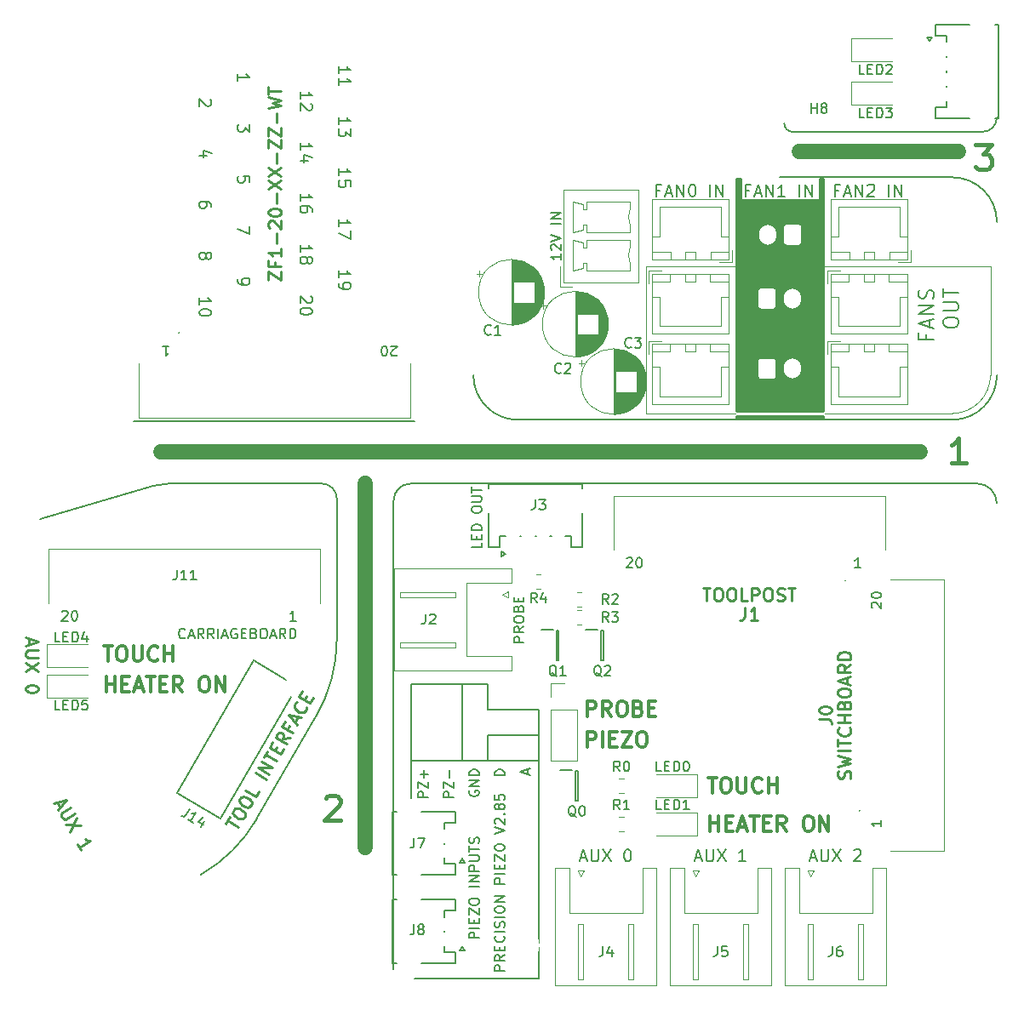
<source format=gbr>
%TF.GenerationSoftware,KiCad,Pcbnew,(5.1.9)-1*%
%TF.CreationDate,2021-02-18T14:59:33+00:00*%
%TF.ProjectId,c-boards_assy_final,632d626f-6172-4647-935f-617373795f66,rev?*%
%TF.SameCoordinates,Original*%
%TF.FileFunction,Legend,Top*%
%TF.FilePolarity,Positive*%
%FSLAX46Y46*%
G04 Gerber Fmt 4.6, Leading zero omitted, Abs format (unit mm)*
G04 Created by KiCad (PCBNEW (5.1.9)-1) date 2021-02-18 14:59:33*
%MOMM*%
%LPD*%
G01*
G04 APERTURE LIST*
%ADD10C,0.400000*%
%ADD11C,1.500000*%
%ADD12C,0.160000*%
%ADD13C,0.150000*%
%ADD14C,0.300000*%
%ADD15C,0.257000*%
%ADD16C,0.120000*%
%ADD17C,0.200000*%
%ADD18C,0.100000*%
%ADD19C,0.254000*%
%ADD20R,0.600000X1.800000*%
%ADD21R,2.200000X2.500000*%
%ADD22R,1.800000X0.600000*%
%ADD23R,2.500000X2.200000*%
%ADD24C,2.000000*%
%ADD25R,1.200000X0.650000*%
%ADD26C,2.700000*%
%ADD27R,1.900000X1.100000*%
%ADD28R,3.000000X0.700000*%
%ADD29R,1.100000X1.900000*%
%ADD30R,0.700000X3.000000*%
%ADD31O,1.950000X1.700000*%
%ADD32O,1.700000X1.950000*%
%ADD33R,1.700000X1.700000*%
%ADD34O,1.700000X1.700000*%
%ADD35O,3.600000X1.800000*%
%ADD36C,3.200000*%
%ADD37O,1.700000X2.000000*%
%ADD38C,1.600000*%
%ADD39R,1.600000X1.600000*%
G04 APERTURE END LIST*
D10*
X184586666Y-32285952D02*
X186134285Y-32285952D01*
X185300952Y-33238333D01*
X185658095Y-33238333D01*
X185896190Y-33357380D01*
X186015238Y-33476428D01*
X186134285Y-33714523D01*
X186134285Y-34309761D01*
X186015238Y-34547857D01*
X185896190Y-34666904D01*
X185658095Y-34785952D01*
X184943809Y-34785952D01*
X184705714Y-34666904D01*
X184586666Y-34547857D01*
D11*
X182880000Y-33020000D02*
X167005000Y-33020000D01*
D10*
X119935714Y-97294047D02*
X120054761Y-97175000D01*
X120292857Y-97055952D01*
X120888095Y-97055952D01*
X121126190Y-97175000D01*
X121245238Y-97294047D01*
X121364285Y-97532142D01*
X121364285Y-97770238D01*
X121245238Y-98127380D01*
X119816666Y-99555952D01*
X121364285Y-99555952D01*
D11*
X123825000Y-102235000D02*
X123825000Y-66040000D01*
D10*
X183594285Y-63995952D02*
X182165714Y-63995952D01*
X182880000Y-63995952D02*
X182880000Y-61495952D01*
X182641904Y-61853095D01*
X182403809Y-62091190D01*
X182165714Y-62210238D01*
D11*
X179070000Y-62865000D02*
X103505000Y-62865000D01*
D12*
X182245000Y-35560000D02*
X165100000Y-35560000D01*
X102743000Y-66255900D02*
X91521000Y-69587900D01*
D13*
X135202380Y-111246190D02*
X134202380Y-111246190D01*
X134202380Y-110865238D01*
X134250000Y-110770000D01*
X134297619Y-110722380D01*
X134392857Y-110674761D01*
X134535714Y-110674761D01*
X134630952Y-110722380D01*
X134678571Y-110770000D01*
X134726190Y-110865238D01*
X134726190Y-111246190D01*
X135202380Y-110246190D02*
X134202380Y-110246190D01*
X134678571Y-109770000D02*
X134678571Y-109436666D01*
X135202380Y-109293809D02*
X135202380Y-109770000D01*
X134202380Y-109770000D01*
X134202380Y-109293809D01*
X134202380Y-108960476D02*
X134202380Y-108293809D01*
X135202380Y-108960476D01*
X135202380Y-108293809D01*
X134202380Y-107722380D02*
X134202380Y-107531904D01*
X134250000Y-107436666D01*
X134345238Y-107341428D01*
X134535714Y-107293809D01*
X134869047Y-107293809D01*
X135059523Y-107341428D01*
X135154761Y-107436666D01*
X135202380Y-107531904D01*
X135202380Y-107722380D01*
X135154761Y-107817619D01*
X135059523Y-107912857D01*
X134869047Y-107960476D01*
X134535714Y-107960476D01*
X134345238Y-107912857D01*
X134250000Y-107817619D01*
X134202380Y-107722380D01*
X135202380Y-106103333D02*
X134202380Y-106103333D01*
X135202380Y-105627142D02*
X134202380Y-105627142D01*
X135202380Y-105055714D01*
X134202380Y-105055714D01*
X135202380Y-104579523D02*
X134202380Y-104579523D01*
X134202380Y-104198571D01*
X134250000Y-104103333D01*
X134297619Y-104055714D01*
X134392857Y-104008095D01*
X134535714Y-104008095D01*
X134630952Y-104055714D01*
X134678571Y-104103333D01*
X134726190Y-104198571D01*
X134726190Y-104579523D01*
X134202380Y-103579523D02*
X135011904Y-103579523D01*
X135107142Y-103531904D01*
X135154761Y-103484285D01*
X135202380Y-103389047D01*
X135202380Y-103198571D01*
X135154761Y-103103333D01*
X135107142Y-103055714D01*
X135011904Y-103008095D01*
X134202380Y-103008095D01*
X134202380Y-102674761D02*
X134202380Y-102103333D01*
X135202380Y-102389047D02*
X134202380Y-102389047D01*
X135154761Y-101817619D02*
X135202380Y-101674761D01*
X135202380Y-101436666D01*
X135154761Y-101341428D01*
X135107142Y-101293809D01*
X135011904Y-101246190D01*
X134916666Y-101246190D01*
X134821428Y-101293809D01*
X134773809Y-101341428D01*
X134726190Y-101436666D01*
X134678571Y-101627142D01*
X134630952Y-101722380D01*
X134583333Y-101770000D01*
X134488095Y-101817619D01*
X134392857Y-101817619D01*
X134297619Y-101770000D01*
X134250000Y-101722380D01*
X134202380Y-101627142D01*
X134202380Y-101389047D01*
X134250000Y-101246190D01*
X135456380Y-71892380D02*
X135456380Y-72368571D01*
X134456380Y-72368571D01*
X134932571Y-71559047D02*
X134932571Y-71225714D01*
X135456380Y-71082857D02*
X135456380Y-71559047D01*
X134456380Y-71559047D01*
X134456380Y-71082857D01*
X135456380Y-70654285D02*
X134456380Y-70654285D01*
X134456380Y-70416190D01*
X134504000Y-70273333D01*
X134599238Y-70178095D01*
X134694476Y-70130476D01*
X134884952Y-70082857D01*
X135027809Y-70082857D01*
X135218285Y-70130476D01*
X135313523Y-70178095D01*
X135408761Y-70273333D01*
X135456380Y-70416190D01*
X135456380Y-70654285D01*
X134456380Y-68701904D02*
X134456380Y-68511428D01*
X134504000Y-68416190D01*
X134599238Y-68320952D01*
X134789714Y-68273333D01*
X135123047Y-68273333D01*
X135313523Y-68320952D01*
X135408761Y-68416190D01*
X135456380Y-68511428D01*
X135456380Y-68701904D01*
X135408761Y-68797142D01*
X135313523Y-68892380D01*
X135123047Y-68940000D01*
X134789714Y-68940000D01*
X134599238Y-68892380D01*
X134504000Y-68797142D01*
X134456380Y-68701904D01*
X134456380Y-67844761D02*
X135265904Y-67844761D01*
X135361142Y-67797142D01*
X135408761Y-67749523D01*
X135456380Y-67654285D01*
X135456380Y-67463809D01*
X135408761Y-67368571D01*
X135361142Y-67320952D01*
X135265904Y-67273333D01*
X134456380Y-67273333D01*
X134456380Y-66940000D02*
X134456380Y-66368571D01*
X135456380Y-66654285D02*
X134456380Y-66654285D01*
D14*
X157947857Y-95288571D02*
X158805000Y-95288571D01*
X158376428Y-96788571D02*
X158376428Y-95288571D01*
X159590714Y-95288571D02*
X159876428Y-95288571D01*
X160019285Y-95360000D01*
X160162142Y-95502857D01*
X160233571Y-95788571D01*
X160233571Y-96288571D01*
X160162142Y-96574285D01*
X160019285Y-96717142D01*
X159876428Y-96788571D01*
X159590714Y-96788571D01*
X159447857Y-96717142D01*
X159305000Y-96574285D01*
X159233571Y-96288571D01*
X159233571Y-95788571D01*
X159305000Y-95502857D01*
X159447857Y-95360000D01*
X159590714Y-95288571D01*
X160876428Y-95288571D02*
X160876428Y-96502857D01*
X160947857Y-96645714D01*
X161019285Y-96717142D01*
X161162142Y-96788571D01*
X161447857Y-96788571D01*
X161590714Y-96717142D01*
X161662142Y-96645714D01*
X161733571Y-96502857D01*
X161733571Y-95288571D01*
X163305000Y-96645714D02*
X163233571Y-96717142D01*
X163019285Y-96788571D01*
X162876428Y-96788571D01*
X162662142Y-96717142D01*
X162519285Y-96574285D01*
X162447857Y-96431428D01*
X162376428Y-96145714D01*
X162376428Y-95931428D01*
X162447857Y-95645714D01*
X162519285Y-95502857D01*
X162662142Y-95360000D01*
X162876428Y-95288571D01*
X163019285Y-95288571D01*
X163233571Y-95360000D01*
X163305000Y-95431428D01*
X163947857Y-96788571D02*
X163947857Y-95288571D01*
X163947857Y-96002857D02*
X164805000Y-96002857D01*
X164805000Y-96788571D02*
X164805000Y-95288571D01*
X145970142Y-89168571D02*
X145970142Y-87668571D01*
X146541571Y-87668571D01*
X146684428Y-87740000D01*
X146755857Y-87811428D01*
X146827285Y-87954285D01*
X146827285Y-88168571D01*
X146755857Y-88311428D01*
X146684428Y-88382857D01*
X146541571Y-88454285D01*
X145970142Y-88454285D01*
X148327285Y-89168571D02*
X147827285Y-88454285D01*
X147470142Y-89168571D02*
X147470142Y-87668571D01*
X148041571Y-87668571D01*
X148184428Y-87740000D01*
X148255857Y-87811428D01*
X148327285Y-87954285D01*
X148327285Y-88168571D01*
X148255857Y-88311428D01*
X148184428Y-88382857D01*
X148041571Y-88454285D01*
X147470142Y-88454285D01*
X149255857Y-87668571D02*
X149541571Y-87668571D01*
X149684428Y-87740000D01*
X149827285Y-87882857D01*
X149898714Y-88168571D01*
X149898714Y-88668571D01*
X149827285Y-88954285D01*
X149684428Y-89097142D01*
X149541571Y-89168571D01*
X149255857Y-89168571D01*
X149113000Y-89097142D01*
X148970142Y-88954285D01*
X148898714Y-88668571D01*
X148898714Y-88168571D01*
X148970142Y-87882857D01*
X149113000Y-87740000D01*
X149255857Y-87668571D01*
X151041571Y-88382857D02*
X151255857Y-88454285D01*
X151327285Y-88525714D01*
X151398714Y-88668571D01*
X151398714Y-88882857D01*
X151327285Y-89025714D01*
X151255857Y-89097142D01*
X151113000Y-89168571D01*
X150541571Y-89168571D01*
X150541571Y-87668571D01*
X151041571Y-87668571D01*
X151184428Y-87740000D01*
X151255857Y-87811428D01*
X151327285Y-87954285D01*
X151327285Y-88097142D01*
X151255857Y-88240000D01*
X151184428Y-88311428D01*
X151041571Y-88382857D01*
X150541571Y-88382857D01*
X152041571Y-88382857D02*
X152541571Y-88382857D01*
X152755857Y-89168571D02*
X152041571Y-89168571D01*
X152041571Y-87668571D01*
X152755857Y-87668571D01*
X97876857Y-82212571D02*
X98734000Y-82212571D01*
X98305428Y-83712571D02*
X98305428Y-82212571D01*
X99519714Y-82212571D02*
X99805428Y-82212571D01*
X99948285Y-82284000D01*
X100091142Y-82426857D01*
X100162571Y-82712571D01*
X100162571Y-83212571D01*
X100091142Y-83498285D01*
X99948285Y-83641142D01*
X99805428Y-83712571D01*
X99519714Y-83712571D01*
X99376857Y-83641142D01*
X99234000Y-83498285D01*
X99162571Y-83212571D01*
X99162571Y-82712571D01*
X99234000Y-82426857D01*
X99376857Y-82284000D01*
X99519714Y-82212571D01*
X100805428Y-82212571D02*
X100805428Y-83426857D01*
X100876857Y-83569714D01*
X100948285Y-83641142D01*
X101091142Y-83712571D01*
X101376857Y-83712571D01*
X101519714Y-83641142D01*
X101591142Y-83569714D01*
X101662571Y-83426857D01*
X101662571Y-82212571D01*
X103234000Y-83569714D02*
X103162571Y-83641142D01*
X102948285Y-83712571D01*
X102805428Y-83712571D01*
X102591142Y-83641142D01*
X102448285Y-83498285D01*
X102376857Y-83355428D01*
X102305428Y-83069714D01*
X102305428Y-82855428D01*
X102376857Y-82569714D01*
X102448285Y-82426857D01*
X102591142Y-82284000D01*
X102805428Y-82212571D01*
X102948285Y-82212571D01*
X103162571Y-82284000D01*
X103234000Y-82355428D01*
X103876857Y-83712571D02*
X103876857Y-82212571D01*
X103876857Y-82926857D02*
X104734000Y-82926857D01*
X104734000Y-83712571D02*
X104734000Y-82212571D01*
X98091142Y-86760571D02*
X98091142Y-85260571D01*
X98091142Y-85974857D02*
X98948285Y-85974857D01*
X98948285Y-86760571D02*
X98948285Y-85260571D01*
X99662571Y-85974857D02*
X100162571Y-85974857D01*
X100376857Y-86760571D02*
X99662571Y-86760571D01*
X99662571Y-85260571D01*
X100376857Y-85260571D01*
X100948285Y-86332000D02*
X101662571Y-86332000D01*
X100805428Y-86760571D02*
X101305428Y-85260571D01*
X101805428Y-86760571D01*
X102091142Y-85260571D02*
X102948285Y-85260571D01*
X102519714Y-86760571D02*
X102519714Y-85260571D01*
X103448285Y-85974857D02*
X103948285Y-85974857D01*
X104162571Y-86760571D02*
X103448285Y-86760571D01*
X103448285Y-85260571D01*
X104162571Y-85260571D01*
X105662571Y-86760571D02*
X105162571Y-86046285D01*
X104805428Y-86760571D02*
X104805428Y-85260571D01*
X105376857Y-85260571D01*
X105519714Y-85332000D01*
X105591142Y-85403428D01*
X105662571Y-85546285D01*
X105662571Y-85760571D01*
X105591142Y-85903428D01*
X105519714Y-85974857D01*
X105376857Y-86046285D01*
X104805428Y-86046285D01*
X107734000Y-85260571D02*
X108019714Y-85260571D01*
X108162571Y-85332000D01*
X108305428Y-85474857D01*
X108376857Y-85760571D01*
X108376857Y-86260571D01*
X108305428Y-86546285D01*
X108162571Y-86689142D01*
X108019714Y-86760571D01*
X107734000Y-86760571D01*
X107591142Y-86689142D01*
X107448285Y-86546285D01*
X107376857Y-86260571D01*
X107376857Y-85760571D01*
X107448285Y-85474857D01*
X107591142Y-85332000D01*
X107734000Y-85260571D01*
X109019714Y-86760571D02*
X109019714Y-85260571D01*
X109876857Y-86760571D01*
X109876857Y-85260571D01*
D15*
X90453333Y-81484047D02*
X90453333Y-82088809D01*
X90090476Y-81363095D02*
X91360476Y-81786428D01*
X90090476Y-82209761D01*
X91360476Y-82633095D02*
X90332380Y-82633095D01*
X90211428Y-82693571D01*
X90150952Y-82754047D01*
X90090476Y-82875000D01*
X90090476Y-83116904D01*
X90150952Y-83237857D01*
X90211428Y-83298333D01*
X90332380Y-83358809D01*
X91360476Y-83358809D01*
X91360476Y-83842619D02*
X90090476Y-84689285D01*
X91360476Y-84689285D02*
X90090476Y-83842619D01*
X91360476Y-86382619D02*
X91360476Y-86503571D01*
X91300000Y-86624523D01*
X91239523Y-86685000D01*
X91118571Y-86745476D01*
X90876666Y-86805952D01*
X90574285Y-86805952D01*
X90332380Y-86745476D01*
X90211428Y-86685000D01*
X90150952Y-86624523D01*
X90090476Y-86503571D01*
X90090476Y-86382619D01*
X90150952Y-86261666D01*
X90211428Y-86201190D01*
X90332380Y-86140714D01*
X90574285Y-86080238D01*
X90876666Y-86080238D01*
X91118571Y-86140714D01*
X91239523Y-86201190D01*
X91300000Y-86261666D01*
X91360476Y-86382619D01*
D14*
X158162142Y-100598571D02*
X158162142Y-99098571D01*
X158162142Y-99812857D02*
X159019285Y-99812857D01*
X159019285Y-100598571D02*
X159019285Y-99098571D01*
X159733571Y-99812857D02*
X160233571Y-99812857D01*
X160447857Y-100598571D02*
X159733571Y-100598571D01*
X159733571Y-99098571D01*
X160447857Y-99098571D01*
X161019285Y-100170000D02*
X161733571Y-100170000D01*
X160876428Y-100598571D02*
X161376428Y-99098571D01*
X161876428Y-100598571D01*
X162162142Y-99098571D02*
X163019285Y-99098571D01*
X162590714Y-100598571D02*
X162590714Y-99098571D01*
X163519285Y-99812857D02*
X164019285Y-99812857D01*
X164233571Y-100598571D02*
X163519285Y-100598571D01*
X163519285Y-99098571D01*
X164233571Y-99098571D01*
X165733571Y-100598571D02*
X165233571Y-99884285D01*
X164876428Y-100598571D02*
X164876428Y-99098571D01*
X165447857Y-99098571D01*
X165590714Y-99170000D01*
X165662142Y-99241428D01*
X165733571Y-99384285D01*
X165733571Y-99598571D01*
X165662142Y-99741428D01*
X165590714Y-99812857D01*
X165447857Y-99884285D01*
X164876428Y-99884285D01*
X167805000Y-99098571D02*
X168090714Y-99098571D01*
X168233571Y-99170000D01*
X168376428Y-99312857D01*
X168447857Y-99598571D01*
X168447857Y-100098571D01*
X168376428Y-100384285D01*
X168233571Y-100527142D01*
X168090714Y-100598571D01*
X167805000Y-100598571D01*
X167662142Y-100527142D01*
X167519285Y-100384285D01*
X167447857Y-100098571D01*
X167447857Y-99598571D01*
X167519285Y-99312857D01*
X167662142Y-99170000D01*
X167805000Y-99098571D01*
X169090714Y-100598571D02*
X169090714Y-99098571D01*
X169947857Y-100598571D01*
X169947857Y-99098571D01*
X145970142Y-92216571D02*
X145970142Y-90716571D01*
X146541571Y-90716571D01*
X146684428Y-90788000D01*
X146755857Y-90859428D01*
X146827285Y-91002285D01*
X146827285Y-91216571D01*
X146755857Y-91359428D01*
X146684428Y-91430857D01*
X146541571Y-91502285D01*
X145970142Y-91502285D01*
X147470142Y-92216571D02*
X147470142Y-90716571D01*
X148184428Y-91430857D02*
X148684428Y-91430857D01*
X148898714Y-92216571D02*
X148184428Y-92216571D01*
X148184428Y-90716571D01*
X148898714Y-90716571D01*
X149398714Y-90716571D02*
X150398714Y-90716571D01*
X149398714Y-92216571D01*
X150398714Y-92216571D01*
X151255857Y-90716571D02*
X151541571Y-90716571D01*
X151684428Y-90788000D01*
X151827285Y-90930857D01*
X151898714Y-91216571D01*
X151898714Y-91716571D01*
X151827285Y-92002285D01*
X151684428Y-92145142D01*
X151541571Y-92216571D01*
X151255857Y-92216571D01*
X151113000Y-92145142D01*
X150970142Y-92002285D01*
X150898714Y-91716571D01*
X150898714Y-91216571D01*
X150970142Y-90930857D01*
X151113000Y-90788000D01*
X151255857Y-90716571D01*
D16*
X186055000Y-55245000D02*
G75*
G02*
X182245000Y-59055000I-3810000J0D01*
G01*
X182245000Y-59055000D02*
X169545000Y-59055000D01*
X151765000Y-59055000D02*
X160655000Y-59055000D01*
X151765000Y-44450000D02*
X151765000Y-59055000D01*
X170180000Y-44450000D02*
X151765000Y-44450000D01*
X186055000Y-44450000D02*
X186055000Y-55245000D01*
X170180000Y-44450000D02*
X186055000Y-44450000D01*
D17*
X179642857Y-51199285D02*
X179642857Y-51699285D01*
X180428571Y-51699285D02*
X178928571Y-51699285D01*
X178928571Y-50985000D01*
X180000000Y-50485000D02*
X180000000Y-49770714D01*
X180428571Y-50627857D02*
X178928571Y-50127857D01*
X180428571Y-49627857D01*
X180428571Y-49127857D02*
X178928571Y-49127857D01*
X180428571Y-48270714D01*
X178928571Y-48270714D01*
X180357142Y-47627857D02*
X180428571Y-47413571D01*
X180428571Y-47056428D01*
X180357142Y-46913571D01*
X180285714Y-46842142D01*
X180142857Y-46770714D01*
X180000000Y-46770714D01*
X179857142Y-46842142D01*
X179785714Y-46913571D01*
X179714285Y-47056428D01*
X179642857Y-47342142D01*
X179571428Y-47485000D01*
X179500000Y-47556428D01*
X179357142Y-47627857D01*
X179214285Y-47627857D01*
X179071428Y-47556428D01*
X179000000Y-47485000D01*
X178928571Y-47342142D01*
X178928571Y-46985000D01*
X179000000Y-46770714D01*
X181378571Y-50127857D02*
X181378571Y-49842142D01*
X181450000Y-49699285D01*
X181592857Y-49556428D01*
X181878571Y-49485000D01*
X182378571Y-49485000D01*
X182664285Y-49556428D01*
X182807142Y-49699285D01*
X182878571Y-49842142D01*
X182878571Y-50127857D01*
X182807142Y-50270714D01*
X182664285Y-50413571D01*
X182378571Y-50485000D01*
X181878571Y-50485000D01*
X181592857Y-50413571D01*
X181450000Y-50270714D01*
X181378571Y-50127857D01*
X181378571Y-48842142D02*
X182592857Y-48842142D01*
X182735714Y-48770714D01*
X182807142Y-48699285D01*
X182878571Y-48556428D01*
X182878571Y-48270714D01*
X182807142Y-48127857D01*
X182735714Y-48056428D01*
X182592857Y-47985000D01*
X181378571Y-47985000D01*
X181378571Y-47485000D02*
X181378571Y-46627857D01*
X182878571Y-47056428D02*
X181378571Y-47056428D01*
D13*
X121193142Y-45550428D02*
X121193142Y-44864714D01*
X121193142Y-45207571D02*
X122393142Y-45207571D01*
X122221714Y-45093285D01*
X122107428Y-44979000D01*
X122050285Y-44864714D01*
X121193142Y-46121857D02*
X121193142Y-46350428D01*
X121250285Y-46464714D01*
X121307428Y-46521857D01*
X121478857Y-46636142D01*
X121707428Y-46693285D01*
X122164571Y-46693285D01*
X122278857Y-46636142D01*
X122336000Y-46579000D01*
X122393142Y-46464714D01*
X122393142Y-46236142D01*
X122336000Y-46121857D01*
X122278857Y-46064714D01*
X122164571Y-46007571D01*
X121878857Y-46007571D01*
X121764571Y-46064714D01*
X121707428Y-46121857D01*
X121650285Y-46236142D01*
X121650285Y-46464714D01*
X121707428Y-46579000D01*
X121764571Y-46636142D01*
X121878857Y-46693285D01*
X112360142Y-30266000D02*
X112360142Y-31008857D01*
X111903000Y-30608857D01*
X111903000Y-30780285D01*
X111845857Y-30894571D01*
X111788714Y-30951714D01*
X111674428Y-31008857D01*
X111388714Y-31008857D01*
X111274428Y-30951714D01*
X111217285Y-30894571D01*
X111160142Y-30780285D01*
X111160142Y-30437428D01*
X111217285Y-30323142D01*
X111274428Y-30266000D01*
X117383142Y-37930428D02*
X117383142Y-37244714D01*
X117383142Y-37587571D02*
X118583142Y-37587571D01*
X118411714Y-37473285D01*
X118297428Y-37359000D01*
X118240285Y-37244714D01*
X118583142Y-38959000D02*
X118583142Y-38730428D01*
X118526000Y-38616142D01*
X118468857Y-38559000D01*
X118297428Y-38444714D01*
X118068857Y-38387571D01*
X117611714Y-38387571D01*
X117497428Y-38444714D01*
X117440285Y-38501857D01*
X117383142Y-38616142D01*
X117383142Y-38844714D01*
X117440285Y-38959000D01*
X117497428Y-39016142D01*
X117611714Y-39073285D01*
X117897428Y-39073285D01*
X118011714Y-39016142D01*
X118068857Y-38959000D01*
X118126000Y-38844714D01*
X118126000Y-38616142D01*
X118068857Y-38501857D01*
X118011714Y-38444714D01*
X117897428Y-38387571D01*
X118468857Y-47404714D02*
X118526000Y-47461857D01*
X118583142Y-47576142D01*
X118583142Y-47861857D01*
X118526000Y-47976142D01*
X118468857Y-48033285D01*
X118354571Y-48090428D01*
X118240285Y-48090428D01*
X118068857Y-48033285D01*
X117383142Y-47347571D01*
X117383142Y-48090428D01*
X118583142Y-48833285D02*
X118583142Y-48947571D01*
X118526000Y-49061857D01*
X118468857Y-49119000D01*
X118354571Y-49176142D01*
X118126000Y-49233285D01*
X117840285Y-49233285D01*
X117611714Y-49176142D01*
X117497428Y-49119000D01*
X117440285Y-49061857D01*
X117383142Y-48947571D01*
X117383142Y-48833285D01*
X117440285Y-48719000D01*
X117497428Y-48661857D01*
X117611714Y-48604714D01*
X117840285Y-48547571D01*
X118126000Y-48547571D01*
X118354571Y-48604714D01*
X118468857Y-48661857D01*
X118526000Y-48719000D01*
X118583142Y-48833285D01*
X121193142Y-40470428D02*
X121193142Y-39784714D01*
X121193142Y-40127571D02*
X122393142Y-40127571D01*
X122221714Y-40013285D01*
X122107428Y-39899000D01*
X122050285Y-39784714D01*
X122393142Y-40870428D02*
X122393142Y-41670428D01*
X121193142Y-41156142D01*
X117383142Y-43010428D02*
X117383142Y-42324714D01*
X117383142Y-42667571D02*
X118583142Y-42667571D01*
X118411714Y-42553285D01*
X118297428Y-42439000D01*
X118240285Y-42324714D01*
X118068857Y-43696142D02*
X118126000Y-43581857D01*
X118183142Y-43524714D01*
X118297428Y-43467571D01*
X118354571Y-43467571D01*
X118468857Y-43524714D01*
X118526000Y-43581857D01*
X118583142Y-43696142D01*
X118583142Y-43924714D01*
X118526000Y-44039000D01*
X118468857Y-44096142D01*
X118354571Y-44153285D01*
X118297428Y-44153285D01*
X118183142Y-44096142D01*
X118126000Y-44039000D01*
X118068857Y-43924714D01*
X118068857Y-43696142D01*
X118011714Y-43581857D01*
X117954571Y-43524714D01*
X117840285Y-43467571D01*
X117611714Y-43467571D01*
X117497428Y-43524714D01*
X117440285Y-43581857D01*
X117383142Y-43696142D01*
X117383142Y-43924714D01*
X117440285Y-44039000D01*
X117497428Y-44096142D01*
X117611714Y-44153285D01*
X117840285Y-44153285D01*
X117954571Y-44096142D01*
X118011714Y-44039000D01*
X118068857Y-43924714D01*
X111160142Y-45677428D02*
X111160142Y-45906000D01*
X111217285Y-46020285D01*
X111274428Y-46077428D01*
X111445857Y-46191714D01*
X111674428Y-46248857D01*
X112131571Y-46248857D01*
X112245857Y-46191714D01*
X112303000Y-46134571D01*
X112360142Y-46020285D01*
X112360142Y-45791714D01*
X112303000Y-45677428D01*
X112245857Y-45620285D01*
X112131571Y-45563142D01*
X111845857Y-45563142D01*
X111731571Y-45620285D01*
X111674428Y-45677428D01*
X111617285Y-45791714D01*
X111617285Y-46020285D01*
X111674428Y-46134571D01*
X111731571Y-46191714D01*
X111845857Y-46248857D01*
X112360142Y-40426000D02*
X112360142Y-41226000D01*
X111160142Y-40711714D01*
X108035857Y-43251714D02*
X108093000Y-43137428D01*
X108150142Y-43080285D01*
X108264428Y-43023142D01*
X108321571Y-43023142D01*
X108435857Y-43080285D01*
X108493000Y-43137428D01*
X108550142Y-43251714D01*
X108550142Y-43480285D01*
X108493000Y-43594571D01*
X108435857Y-43651714D01*
X108321571Y-43708857D01*
X108264428Y-43708857D01*
X108150142Y-43651714D01*
X108093000Y-43594571D01*
X108035857Y-43480285D01*
X108035857Y-43251714D01*
X107978714Y-43137428D01*
X107921571Y-43080285D01*
X107807285Y-43023142D01*
X107578714Y-43023142D01*
X107464428Y-43080285D01*
X107407285Y-43137428D01*
X107350142Y-43251714D01*
X107350142Y-43480285D01*
X107407285Y-43594571D01*
X107464428Y-43651714D01*
X107578714Y-43708857D01*
X107807285Y-43708857D01*
X107921571Y-43651714D01*
X107978714Y-43594571D01*
X108035857Y-43480285D01*
X107350142Y-48217428D02*
X107350142Y-47531714D01*
X107350142Y-47874571D02*
X108550142Y-47874571D01*
X108378714Y-47760285D01*
X108264428Y-47646000D01*
X108207285Y-47531714D01*
X108550142Y-48960285D02*
X108550142Y-49074571D01*
X108493000Y-49188857D01*
X108435857Y-49246000D01*
X108321571Y-49303142D01*
X108093000Y-49360285D01*
X107807285Y-49360285D01*
X107578714Y-49303142D01*
X107464428Y-49246000D01*
X107407285Y-49188857D01*
X107350142Y-49074571D01*
X107350142Y-48960285D01*
X107407285Y-48846000D01*
X107464428Y-48788857D01*
X107578714Y-48731714D01*
X107807285Y-48674571D01*
X108093000Y-48674571D01*
X108321571Y-48731714D01*
X108435857Y-48788857D01*
X108493000Y-48846000D01*
X108550142Y-48960285D01*
X108550142Y-38514571D02*
X108550142Y-38286000D01*
X108493000Y-38171714D01*
X108435857Y-38114571D01*
X108264428Y-38000285D01*
X108035857Y-37943142D01*
X107578714Y-37943142D01*
X107464428Y-38000285D01*
X107407285Y-38057428D01*
X107350142Y-38171714D01*
X107350142Y-38400285D01*
X107407285Y-38514571D01*
X107464428Y-38571714D01*
X107578714Y-38628857D01*
X107864428Y-38628857D01*
X107978714Y-38571714D01*
X108035857Y-38514571D01*
X108093000Y-38400285D01*
X108093000Y-38171714D01*
X108035857Y-38057428D01*
X107978714Y-38000285D01*
X107864428Y-37943142D01*
X121193142Y-25230428D02*
X121193142Y-24544714D01*
X121193142Y-24887571D02*
X122393142Y-24887571D01*
X122221714Y-24773285D01*
X122107428Y-24659000D01*
X122050285Y-24544714D01*
X121193142Y-26373285D02*
X121193142Y-25687571D01*
X121193142Y-26030428D02*
X122393142Y-26030428D01*
X122221714Y-25916142D01*
X122107428Y-25801857D01*
X122050285Y-25687571D01*
X121193142Y-30310428D02*
X121193142Y-29624714D01*
X121193142Y-29967571D02*
X122393142Y-29967571D01*
X122221714Y-29853285D01*
X122107428Y-29739000D01*
X122050285Y-29624714D01*
X122393142Y-30710428D02*
X122393142Y-31453285D01*
X121936000Y-31053285D01*
X121936000Y-31224714D01*
X121878857Y-31339000D01*
X121821714Y-31396142D01*
X121707428Y-31453285D01*
X121421714Y-31453285D01*
X121307428Y-31396142D01*
X121250285Y-31339000D01*
X121193142Y-31224714D01*
X121193142Y-30881857D01*
X121250285Y-30767571D01*
X121307428Y-30710428D01*
X112360142Y-36031714D02*
X112360142Y-35460285D01*
X111788714Y-35403142D01*
X111845857Y-35460285D01*
X111903000Y-35574571D01*
X111903000Y-35860285D01*
X111845857Y-35974571D01*
X111788714Y-36031714D01*
X111674428Y-36088857D01*
X111388714Y-36088857D01*
X111274428Y-36031714D01*
X111217285Y-35974571D01*
X111160142Y-35860285D01*
X111160142Y-35574571D01*
X111217285Y-35460285D01*
X111274428Y-35403142D01*
X121193142Y-35390428D02*
X121193142Y-34704714D01*
X121193142Y-35047571D02*
X122393142Y-35047571D01*
X122221714Y-34933285D01*
X122107428Y-34819000D01*
X122050285Y-34704714D01*
X122393142Y-36476142D02*
X122393142Y-35904714D01*
X121821714Y-35847571D01*
X121878857Y-35904714D01*
X121936000Y-36019000D01*
X121936000Y-36304714D01*
X121878857Y-36419000D01*
X121821714Y-36476142D01*
X121707428Y-36533285D01*
X121421714Y-36533285D01*
X121307428Y-36476142D01*
X121250285Y-36419000D01*
X121193142Y-36304714D01*
X121193142Y-36019000D01*
X121250285Y-35904714D01*
X121307428Y-35847571D01*
X108435857Y-27783142D02*
X108493000Y-27840285D01*
X108550142Y-27954571D01*
X108550142Y-28240285D01*
X108493000Y-28354571D01*
X108435857Y-28411714D01*
X108321571Y-28468857D01*
X108207285Y-28468857D01*
X108035857Y-28411714D01*
X107350142Y-27726000D01*
X107350142Y-28468857D01*
X117383142Y-32850428D02*
X117383142Y-32164714D01*
X117383142Y-32507571D02*
X118583142Y-32507571D01*
X118411714Y-32393285D01*
X118297428Y-32279000D01*
X118240285Y-32164714D01*
X118183142Y-33879000D02*
X117383142Y-33879000D01*
X118640285Y-33593285D02*
X117783142Y-33307571D01*
X117783142Y-34050428D01*
X108150142Y-33434571D02*
X107350142Y-33434571D01*
X108607285Y-33148857D02*
X107750142Y-32863142D01*
X107750142Y-33606000D01*
X117383142Y-27770428D02*
X117383142Y-27084714D01*
X117383142Y-27427571D02*
X118583142Y-27427571D01*
X118411714Y-27313285D01*
X118297428Y-27199000D01*
X118240285Y-27084714D01*
X118468857Y-28227571D02*
X118526000Y-28284714D01*
X118583142Y-28399000D01*
X118583142Y-28684714D01*
X118526000Y-28799000D01*
X118468857Y-28856142D01*
X118354571Y-28913285D01*
X118240285Y-28913285D01*
X118068857Y-28856142D01*
X117383142Y-28170428D01*
X117383142Y-28913285D01*
X111160142Y-25928857D02*
X111160142Y-25243142D01*
X111160142Y-25586000D02*
X112360142Y-25586000D01*
X112188714Y-25471714D01*
X112074428Y-25357428D01*
X112017285Y-25243142D01*
D12*
X184714000Y-66036000D02*
X128373000Y-66036000D01*
X126686000Y-67723000D02*
X126686000Y-114310000D01*
X166370000Y-31028000D02*
X185259000Y-31028000D01*
X119538000Y-66035000D02*
X104268000Y-66035000D01*
X118961000Y-89230000D02*
X113144000Y-99305000D01*
X121038000Y-67535000D02*
X121038000Y-81480000D01*
X139065000Y-59690000D02*
X182245000Y-59690000D01*
X100805000Y-59790000D02*
X128805000Y-59790000D01*
X186693000Y-29594000D02*
G75*
G02*
X185259000Y-31028000I-1434000J0D01*
G01*
X166370000Y-31028000D02*
G75*
G02*
X165548000Y-30206000I0J822000D01*
G01*
X102744138Y-66257307D02*
G75*
G02*
X104268000Y-66035000I1523862J-5111693D01*
G01*
X121037659Y-81480197D02*
G75*
G02*
X118961000Y-89230000I-15499659J197D01*
G01*
X113144197Y-99304659D02*
G75*
G02*
X107471000Y-104978000I-13423197J7749659D01*
G01*
X119538000Y-66035000D02*
G75*
G02*
X121038000Y-67535000I0J-1500000D01*
G01*
X126686000Y-67723000D02*
G75*
G02*
X128373000Y-66036000I1687000J0D01*
G01*
X184713652Y-66035888D02*
G75*
G02*
X186686000Y-67987000I348J-1972112D01*
G01*
X139065000Y-59690000D02*
G75*
G02*
X134620000Y-55245000I0J4445000D01*
G01*
X182245000Y-35560000D02*
G75*
G02*
X186690000Y-40005000I0J-4445000D01*
G01*
X186690000Y-55245000D02*
G75*
G02*
X182245000Y-59690000I-4445000J0D01*
G01*
D17*
%TO.C,J1*%
X171605000Y-75698500D02*
G75*
G03*
X171605000Y-75698500I-50000J0D01*
G01*
D18*
X175555000Y-67248500D02*
X175555000Y-72648500D01*
X148555000Y-67248500D02*
X175555000Y-67248500D01*
X148555000Y-72648500D02*
X148555000Y-67248500D01*
D17*
%TO.C,J11*%
X115447000Y-80983136D02*
G75*
G03*
X115447000Y-80983136I-50000J0D01*
G01*
D18*
X119397000Y-72533136D02*
X119397000Y-77933136D01*
X92397000Y-72533136D02*
X119397000Y-72533136D01*
X92397000Y-77933136D02*
X92397000Y-72533136D01*
D17*
%TO.C,J0*%
X173055000Y-98561500D02*
G75*
G03*
X173055000Y-98561500I-50000J0D01*
G01*
D18*
X181455000Y-102561500D02*
X176055000Y-102561500D01*
X181455000Y-75561500D02*
X181455000Y-102561500D01*
X176055000Y-75561500D02*
X181455000Y-75561500D01*
D17*
%TO.C,J14*%
X112724501Y-83626396D02*
X116024058Y-85531396D01*
X105104501Y-96824623D02*
X112724501Y-83626396D01*
X109503910Y-99364623D02*
X105104501Y-96824623D01*
X116488910Y-87266248D02*
X109503910Y-99364623D01*
%TO.C,Q1*%
X141355000Y-80605000D02*
X142555000Y-80605000D01*
X142905000Y-83590000D02*
X142905000Y-80690000D01*
X143105000Y-83590000D02*
X142905000Y-83590000D01*
X143105000Y-80690000D02*
X143105000Y-83590000D01*
X142905000Y-80690000D02*
X143105000Y-80690000D01*
D16*
%TO.C,R4*%
X141327064Y-76525000D02*
X140872936Y-76525000D01*
X141327064Y-75055000D02*
X140872936Y-75055000D01*
D17*
%TO.C,Q2*%
X145800000Y-80605000D02*
X147000000Y-80605000D01*
X147350000Y-83590000D02*
X147350000Y-80690000D01*
X147550000Y-83590000D02*
X147350000Y-83590000D01*
X147550000Y-80690000D02*
X147550000Y-83590000D01*
X147350000Y-80690000D02*
X147550000Y-80690000D01*
%TO.C,J8*%
X132864000Y-107450000D02*
X132864000Y-108550000D01*
X131764000Y-109150000D02*
X131764000Y-108550000D01*
X131764000Y-108550000D02*
X132864000Y-108550000D01*
X129464000Y-107450000D02*
X132864000Y-107450000D01*
X126564000Y-107450000D02*
X126964000Y-107450000D01*
X126564000Y-113750000D02*
X126964000Y-113750000D01*
X126564000Y-107450000D02*
X126564000Y-113750000D01*
X131764000Y-112650000D02*
X131764000Y-112050000D01*
X132864000Y-112650000D02*
X132864000Y-113750000D01*
X131764000Y-112650000D02*
X132864000Y-112650000D01*
X133734000Y-112493000D02*
X133226000Y-112493000D01*
X133480000Y-112112000D02*
X133734000Y-112493000D01*
X133226000Y-112493000D02*
X133480000Y-112112000D01*
X131764000Y-110650000D02*
X131764000Y-110550000D01*
X129464000Y-113750000D02*
X132864000Y-113750000D01*
%TO.C,J7*%
X132864000Y-98687000D02*
X132864000Y-99787000D01*
X131764000Y-100387000D02*
X131764000Y-99787000D01*
X131764000Y-99787000D02*
X132864000Y-99787000D01*
X129464000Y-98687000D02*
X132864000Y-98687000D01*
X126564000Y-98687000D02*
X126964000Y-98687000D01*
X126564000Y-104987000D02*
X126964000Y-104987000D01*
X126564000Y-98687000D02*
X126564000Y-104987000D01*
X131764000Y-103887000D02*
X131764000Y-103287000D01*
X132864000Y-103887000D02*
X132864000Y-104987000D01*
X131764000Y-103887000D02*
X132864000Y-103887000D01*
X133734000Y-103730000D02*
X133226000Y-103730000D01*
X133480000Y-103349000D02*
X133734000Y-103730000D01*
X133226000Y-103730000D02*
X133480000Y-103349000D01*
X131764000Y-101887000D02*
X131764000Y-101787000D01*
X129464000Y-104987000D02*
X132864000Y-104987000D01*
%TO.C,J3*%
X137417000Y-73250000D02*
X137417000Y-72742000D01*
X137798000Y-72996000D02*
X137417000Y-73250000D01*
X137417000Y-72742000D02*
X137798000Y-72996000D01*
X137260000Y-72380000D02*
X136160000Y-72380000D01*
X136160000Y-66080000D02*
X136160000Y-66480000D01*
X145460000Y-66080000D02*
X136160000Y-66080000D01*
X136160000Y-68980000D02*
X136160000Y-72380000D01*
X145460000Y-66080000D02*
X145460000Y-66480000D01*
X137260000Y-71280000D02*
X137260000Y-72380000D01*
X145460000Y-68980000D02*
X145460000Y-72380000D01*
X144360000Y-72380000D02*
X145460000Y-72380000D01*
X144360000Y-71280000D02*
X144360000Y-72380000D01*
X137260000Y-71280000D02*
X137860000Y-71280000D01*
X143760000Y-71280000D02*
X144360000Y-71280000D01*
X139260000Y-71280000D02*
X139360000Y-71280000D01*
X140760000Y-71280000D02*
X140860000Y-71280000D01*
X142260000Y-71280000D02*
X142360000Y-71280000D01*
%TO.C,J10*%
X179708000Y-21630000D02*
X180216000Y-21630000D01*
X179962000Y-22011000D02*
X179708000Y-21630000D01*
X180216000Y-21630000D02*
X179962000Y-22011000D01*
X180578000Y-21473000D02*
X180578000Y-20373000D01*
X186878000Y-20373000D02*
X186478000Y-20373000D01*
X186878000Y-29673000D02*
X186878000Y-20373000D01*
X183978000Y-20373000D02*
X180578000Y-20373000D01*
X186878000Y-29673000D02*
X186478000Y-29673000D01*
X181678000Y-21473000D02*
X180578000Y-21473000D01*
X183978000Y-29673000D02*
X180578000Y-29673000D01*
X180578000Y-28573000D02*
X180578000Y-29673000D01*
X181678000Y-28573000D02*
X180578000Y-28573000D01*
X181678000Y-21473000D02*
X181678000Y-22073000D01*
X181678000Y-27973000D02*
X181678000Y-28573000D01*
X181678000Y-23473000D02*
X181678000Y-23573000D01*
X181678000Y-24973000D02*
X181678000Y-25073000D01*
X181678000Y-26473000D02*
X181678000Y-26573000D01*
D16*
%TO.C,J2*%
X126710000Y-79560000D02*
X126710000Y-74500000D01*
X126710000Y-74500000D02*
X138430000Y-74500000D01*
X138430000Y-74500000D02*
X138430000Y-75920000D01*
X138430000Y-75920000D02*
X133930000Y-75920000D01*
X133930000Y-75920000D02*
X133930000Y-79560000D01*
X126710000Y-79560000D02*
X126710000Y-84620000D01*
X126710000Y-84620000D02*
X138430000Y-84620000D01*
X138430000Y-84620000D02*
X138430000Y-83200000D01*
X138430000Y-83200000D02*
X133930000Y-83200000D01*
X133930000Y-83200000D02*
X133930000Y-79560000D01*
X132820000Y-76810000D02*
X127320000Y-76810000D01*
X127320000Y-76810000D02*
X127320000Y-77310000D01*
X127320000Y-77310000D02*
X132820000Y-77310000D01*
X132820000Y-77310000D02*
X132820000Y-76810000D01*
X132820000Y-81810000D02*
X127320000Y-81810000D01*
X127320000Y-81810000D02*
X127320000Y-82310000D01*
X127320000Y-82310000D02*
X132820000Y-82310000D01*
X132820000Y-82310000D02*
X132820000Y-81810000D01*
X137520000Y-77060000D02*
X138120000Y-76760000D01*
X138120000Y-76760000D02*
X138120000Y-77360000D01*
X138120000Y-77360000D02*
X137520000Y-77060000D01*
%TO.C,J6*%
X170651000Y-115961000D02*
X165591000Y-115961000D01*
X165591000Y-115961000D02*
X165591000Y-104241000D01*
X165591000Y-104241000D02*
X167011000Y-104241000D01*
X167011000Y-104241000D02*
X167011000Y-108741000D01*
X167011000Y-108741000D02*
X170651000Y-108741000D01*
X170651000Y-115961000D02*
X175711000Y-115961000D01*
X175711000Y-115961000D02*
X175711000Y-104241000D01*
X175711000Y-104241000D02*
X174291000Y-104241000D01*
X174291000Y-104241000D02*
X174291000Y-108741000D01*
X174291000Y-108741000D02*
X170651000Y-108741000D01*
X167901000Y-109851000D02*
X167901000Y-115351000D01*
X167901000Y-115351000D02*
X168401000Y-115351000D01*
X168401000Y-115351000D02*
X168401000Y-109851000D01*
X168401000Y-109851000D02*
X167901000Y-109851000D01*
X172901000Y-109851000D02*
X172901000Y-115351000D01*
X172901000Y-115351000D02*
X173401000Y-115351000D01*
X173401000Y-115351000D02*
X173401000Y-109851000D01*
X173401000Y-109851000D02*
X172901000Y-109851000D01*
X168151000Y-105151000D02*
X167851000Y-104551000D01*
X167851000Y-104551000D02*
X168451000Y-104551000D01*
X168451000Y-104551000D02*
X168151000Y-105151000D01*
%TO.C,J5*%
X159221000Y-115961000D02*
X154161000Y-115961000D01*
X154161000Y-115961000D02*
X154161000Y-104241000D01*
X154161000Y-104241000D02*
X155581000Y-104241000D01*
X155581000Y-104241000D02*
X155581000Y-108741000D01*
X155581000Y-108741000D02*
X159221000Y-108741000D01*
X159221000Y-115961000D02*
X164281000Y-115961000D01*
X164281000Y-115961000D02*
X164281000Y-104241000D01*
X164281000Y-104241000D02*
X162861000Y-104241000D01*
X162861000Y-104241000D02*
X162861000Y-108741000D01*
X162861000Y-108741000D02*
X159221000Y-108741000D01*
X156471000Y-109851000D02*
X156471000Y-115351000D01*
X156471000Y-115351000D02*
X156971000Y-115351000D01*
X156971000Y-115351000D02*
X156971000Y-109851000D01*
X156971000Y-109851000D02*
X156471000Y-109851000D01*
X161471000Y-109851000D02*
X161471000Y-115351000D01*
X161471000Y-115351000D02*
X161971000Y-115351000D01*
X161971000Y-115351000D02*
X161971000Y-109851000D01*
X161971000Y-109851000D02*
X161471000Y-109851000D01*
X156721000Y-105151000D02*
X156421000Y-104551000D01*
X156421000Y-104551000D02*
X157021000Y-104551000D01*
X157021000Y-104551000D02*
X156721000Y-105151000D01*
%TO.C,J4*%
X147791000Y-115961000D02*
X142731000Y-115961000D01*
X142731000Y-115961000D02*
X142731000Y-104241000D01*
X142731000Y-104241000D02*
X144151000Y-104241000D01*
X144151000Y-104241000D02*
X144151000Y-108741000D01*
X144151000Y-108741000D02*
X147791000Y-108741000D01*
X147791000Y-115961000D02*
X152851000Y-115961000D01*
X152851000Y-115961000D02*
X152851000Y-104241000D01*
X152851000Y-104241000D02*
X151431000Y-104241000D01*
X151431000Y-104241000D02*
X151431000Y-108741000D01*
X151431000Y-108741000D02*
X147791000Y-108741000D01*
X145041000Y-109851000D02*
X145041000Y-115351000D01*
X145041000Y-115351000D02*
X145541000Y-115351000D01*
X145541000Y-115351000D02*
X145541000Y-109851000D01*
X145541000Y-109851000D02*
X145041000Y-109851000D01*
X150041000Y-109851000D02*
X150041000Y-115351000D01*
X150041000Y-115351000D02*
X150541000Y-115351000D01*
X150541000Y-115351000D02*
X150541000Y-109851000D01*
X150541000Y-109851000D02*
X150041000Y-109851000D01*
X145291000Y-105151000D02*
X144991000Y-104551000D01*
X144991000Y-104551000D02*
X145591000Y-104551000D01*
X145591000Y-104551000D02*
X145291000Y-105151000D01*
D17*
%TO.C,Q0*%
X143260000Y-94575000D02*
X144460000Y-94575000D01*
X144810000Y-97560000D02*
X144810000Y-94660000D01*
X145010000Y-97560000D02*
X144810000Y-97560000D01*
X145010000Y-94660000D02*
X145010000Y-97560000D01*
X144810000Y-94660000D02*
X145010000Y-94660000D01*
D16*
%TO.C,R3*%
X145391064Y-78611000D02*
X144936936Y-78611000D01*
X145391064Y-80081000D02*
X144936936Y-80081000D01*
%TO.C,R2*%
X144936936Y-78303000D02*
X145391064Y-78303000D01*
X144936936Y-76833000D02*
X145391064Y-76833000D01*
%TO.C,R1*%
X149127936Y-100655000D02*
X149582064Y-100655000D01*
X149127936Y-99185000D02*
X149582064Y-99185000D01*
%TO.C,R0*%
X149127936Y-96845000D02*
X149582064Y-96845000D01*
X149127936Y-95375000D02*
X149582064Y-95375000D01*
%TO.C,LED5*%
X92158000Y-87344000D02*
X96218000Y-87344000D01*
X92158000Y-85074000D02*
X92158000Y-87344000D01*
X96218000Y-85074000D02*
X92158000Y-85074000D01*
%TO.C,LED4*%
X92158000Y-84296000D02*
X96218000Y-84296000D01*
X92158000Y-82026000D02*
X92158000Y-84296000D01*
X96218000Y-82026000D02*
X92158000Y-82026000D01*
%TO.C,LED3*%
X172168000Y-28353000D02*
X176228000Y-28353000D01*
X172168000Y-26083000D02*
X172168000Y-28353000D01*
X176228000Y-26083000D02*
X172168000Y-26083000D01*
%TO.C,LED2*%
X172168000Y-24035000D02*
X176228000Y-24035000D01*
X172168000Y-21765000D02*
X172168000Y-24035000D01*
X176228000Y-21765000D02*
X172168000Y-21765000D01*
%TO.C,LED1*%
X156895000Y-98785000D02*
X152835000Y-98785000D01*
X156895000Y-101055000D02*
X156895000Y-98785000D01*
X152835000Y-101055000D02*
X156895000Y-101055000D01*
%TO.C,LED0*%
X156895000Y-94975000D02*
X152835000Y-94975000D01*
X156895000Y-97245000D02*
X156895000Y-94975000D01*
X152835000Y-97245000D02*
X156895000Y-97245000D01*
%TO.C,JP0*%
X142310000Y-93630000D02*
X144970000Y-93630000D01*
X142310000Y-88490000D02*
X142310000Y-93630000D01*
X144970000Y-88490000D02*
X144970000Y-93630000D01*
X142310000Y-88490000D02*
X144970000Y-88490000D01*
X142310000Y-87220000D02*
X142310000Y-85890000D01*
X142310000Y-85890000D02*
X143640000Y-85890000D01*
D17*
%TO.C,PCB0*%
X136020000Y-91030000D02*
X141100000Y-91030000D01*
X136020000Y-93570000D02*
X136020000Y-91030000D01*
X136020000Y-88490000D02*
X141100000Y-88490000D01*
X136020000Y-85950000D02*
X136020000Y-88490000D01*
X133480000Y-85950000D02*
X133480000Y-93570000D01*
X128400000Y-93570000D02*
X141100000Y-93570000D01*
X128400000Y-85950000D02*
X128400000Y-97300000D01*
X141100000Y-88490000D02*
X141100000Y-115300000D01*
X128400000Y-85950000D02*
X136020000Y-85950000D01*
X128750000Y-115300000D02*
X141100000Y-115300000D01*
D16*
%TO.C,J1*%
X143205000Y-46407000D02*
X143205000Y-44407000D01*
X144455000Y-46407000D02*
X143205000Y-46407000D01*
X150205000Y-37997000D02*
X150205000Y-38747000D01*
X145905000Y-37997000D02*
X150205000Y-37997000D01*
X145905000Y-38747000D02*
X145905000Y-37997000D01*
X145555000Y-38747000D02*
X145905000Y-38747000D01*
X145555000Y-38247000D02*
X145555000Y-38747000D01*
X144555000Y-37997000D02*
X145555000Y-38247000D01*
X144555000Y-40997000D02*
X144555000Y-37997000D01*
X145555000Y-40747000D02*
X144555000Y-40997000D01*
X145555000Y-40247000D02*
X145555000Y-40747000D01*
X145905000Y-40247000D02*
X145555000Y-40247000D01*
X145905000Y-40997000D02*
X145905000Y-40247000D01*
X150205000Y-40997000D02*
X145905000Y-40997000D01*
X150205000Y-40247000D02*
X150205000Y-40997000D01*
X150205000Y-41807000D02*
X150205000Y-42557000D01*
X145905000Y-41807000D02*
X150205000Y-41807000D01*
X145905000Y-42557000D02*
X145905000Y-41807000D01*
X145555000Y-42557000D02*
X145905000Y-42557000D01*
X145555000Y-42057000D02*
X145555000Y-42557000D01*
X144555000Y-41807000D02*
X145555000Y-42057000D01*
X144555000Y-44807000D02*
X144555000Y-41807000D01*
X145555000Y-44557000D02*
X144555000Y-44807000D01*
X145555000Y-44057000D02*
X145555000Y-44557000D01*
X145905000Y-44057000D02*
X145555000Y-44057000D01*
X145905000Y-44807000D02*
X145905000Y-44057000D01*
X150205000Y-44807000D02*
X145905000Y-44807000D01*
X150205000Y-44057000D02*
X150205000Y-44807000D01*
X143595000Y-36787000D02*
X143595000Y-46017000D01*
X151065000Y-36787000D02*
X143595000Y-36787000D01*
X151065000Y-46017000D02*
X151065000Y-36787000D01*
X143595000Y-46017000D02*
X151065000Y-46017000D01*
X150204845Y-38747353D02*
G75*
G03*
X150205000Y-40247000I1700155J-749647D01*
G01*
X150204845Y-42557353D02*
G75*
G03*
X150205000Y-44057000I1700155J-749647D01*
G01*
%TO.C,J10*%
X170160000Y-45165000D02*
X170160000Y-51135000D01*
X170160000Y-51135000D02*
X177780000Y-51135000D01*
X177780000Y-51135000D02*
X177780000Y-45165000D01*
X177780000Y-45165000D02*
X170160000Y-45165000D01*
X173470000Y-45175000D02*
X173470000Y-45925000D01*
X173470000Y-45925000D02*
X174470000Y-45925000D01*
X174470000Y-45925000D02*
X174470000Y-45175000D01*
X174470000Y-45175000D02*
X173470000Y-45175000D01*
X170170000Y-45175000D02*
X170170000Y-45925000D01*
X170170000Y-45925000D02*
X171970000Y-45925000D01*
X171970000Y-45925000D02*
X171970000Y-45175000D01*
X171970000Y-45175000D02*
X170170000Y-45175000D01*
X175970000Y-45175000D02*
X175970000Y-45925000D01*
X175970000Y-45925000D02*
X177770000Y-45925000D01*
X177770000Y-45925000D02*
X177770000Y-45175000D01*
X177770000Y-45175000D02*
X175970000Y-45175000D01*
X170170000Y-47425000D02*
X170920000Y-47425000D01*
X170920000Y-47425000D02*
X170920000Y-50375000D01*
X170920000Y-50375000D02*
X173970000Y-50375000D01*
X177770000Y-47425000D02*
X177020000Y-47425000D01*
X177020000Y-47425000D02*
X177020000Y-50375000D01*
X177020000Y-50375000D02*
X173970000Y-50375000D01*
X171120000Y-44875000D02*
X169870000Y-44875000D01*
X169870000Y-44875000D02*
X169870000Y-46125000D01*
%TO.C,J7*%
X161270000Y-45165000D02*
X161270000Y-51135000D01*
X161270000Y-51135000D02*
X168890000Y-51135000D01*
X168890000Y-51135000D02*
X168890000Y-45165000D01*
X168890000Y-45165000D02*
X161270000Y-45165000D01*
X164580000Y-45175000D02*
X164580000Y-45925000D01*
X164580000Y-45925000D02*
X165580000Y-45925000D01*
X165580000Y-45925000D02*
X165580000Y-45175000D01*
X165580000Y-45175000D02*
X164580000Y-45175000D01*
X161280000Y-45175000D02*
X161280000Y-45925000D01*
X161280000Y-45925000D02*
X163080000Y-45925000D01*
X163080000Y-45925000D02*
X163080000Y-45175000D01*
X163080000Y-45175000D02*
X161280000Y-45175000D01*
X167080000Y-45175000D02*
X167080000Y-45925000D01*
X167080000Y-45925000D02*
X168880000Y-45925000D01*
X168880000Y-45925000D02*
X168880000Y-45175000D01*
X168880000Y-45175000D02*
X167080000Y-45175000D01*
X161280000Y-47425000D02*
X162030000Y-47425000D01*
X162030000Y-47425000D02*
X162030000Y-50375000D01*
X162030000Y-50375000D02*
X165080000Y-50375000D01*
X168880000Y-47425000D02*
X168130000Y-47425000D01*
X168130000Y-47425000D02*
X168130000Y-50375000D01*
X168130000Y-50375000D02*
X165080000Y-50375000D01*
X162230000Y-44875000D02*
X160980000Y-44875000D01*
X160980000Y-44875000D02*
X160980000Y-46125000D01*
%TO.C,J4*%
X152380000Y-52150000D02*
X152380000Y-58120000D01*
X152380000Y-58120000D02*
X160000000Y-58120000D01*
X160000000Y-58120000D02*
X160000000Y-52150000D01*
X160000000Y-52150000D02*
X152380000Y-52150000D01*
X155690000Y-52160000D02*
X155690000Y-52910000D01*
X155690000Y-52910000D02*
X156690000Y-52910000D01*
X156690000Y-52910000D02*
X156690000Y-52160000D01*
X156690000Y-52160000D02*
X155690000Y-52160000D01*
X152390000Y-52160000D02*
X152390000Y-52910000D01*
X152390000Y-52910000D02*
X154190000Y-52910000D01*
X154190000Y-52910000D02*
X154190000Y-52160000D01*
X154190000Y-52160000D02*
X152390000Y-52160000D01*
X158190000Y-52160000D02*
X158190000Y-52910000D01*
X158190000Y-52910000D02*
X159990000Y-52910000D01*
X159990000Y-52910000D02*
X159990000Y-52160000D01*
X159990000Y-52160000D02*
X158190000Y-52160000D01*
X152390000Y-54410000D02*
X153140000Y-54410000D01*
X153140000Y-54410000D02*
X153140000Y-57360000D01*
X153140000Y-57360000D02*
X156190000Y-57360000D01*
X159990000Y-54410000D02*
X159240000Y-54410000D01*
X159240000Y-54410000D02*
X159240000Y-57360000D01*
X159240000Y-57360000D02*
X156190000Y-57360000D01*
X153340000Y-51860000D02*
X152090000Y-51860000D01*
X152090000Y-51860000D02*
X152090000Y-53110000D01*
%TO.C,C3*%
X151840000Y-55880000D02*
G75*
G03*
X151840000Y-55880000I-3270000J0D01*
G01*
X148570000Y-52650000D02*
X148570000Y-59110000D01*
X148610000Y-52650000D02*
X148610000Y-59110000D01*
X148650000Y-52650000D02*
X148650000Y-59110000D01*
X148690000Y-52652000D02*
X148690000Y-59108000D01*
X148730000Y-52653000D02*
X148730000Y-59107000D01*
X148770000Y-52656000D02*
X148770000Y-59104000D01*
X148810000Y-52658000D02*
X148810000Y-54840000D01*
X148810000Y-56920000D02*
X148810000Y-59102000D01*
X148850000Y-52662000D02*
X148850000Y-54840000D01*
X148850000Y-56920000D02*
X148850000Y-59098000D01*
X148890000Y-52665000D02*
X148890000Y-54840000D01*
X148890000Y-56920000D02*
X148890000Y-59095000D01*
X148930000Y-52669000D02*
X148930000Y-54840000D01*
X148930000Y-56920000D02*
X148930000Y-59091000D01*
X148970000Y-52674000D02*
X148970000Y-54840000D01*
X148970000Y-56920000D02*
X148970000Y-59086000D01*
X149010000Y-52679000D02*
X149010000Y-54840000D01*
X149010000Y-56920000D02*
X149010000Y-59081000D01*
X149050000Y-52685000D02*
X149050000Y-54840000D01*
X149050000Y-56920000D02*
X149050000Y-59075000D01*
X149090000Y-52691000D02*
X149090000Y-54840000D01*
X149090000Y-56920000D02*
X149090000Y-59069000D01*
X149130000Y-52698000D02*
X149130000Y-54840000D01*
X149130000Y-56920000D02*
X149130000Y-59062000D01*
X149170000Y-52705000D02*
X149170000Y-54840000D01*
X149170000Y-56920000D02*
X149170000Y-59055000D01*
X149210000Y-52713000D02*
X149210000Y-54840000D01*
X149210000Y-56920000D02*
X149210000Y-59047000D01*
X149250000Y-52721000D02*
X149250000Y-54840000D01*
X149250000Y-56920000D02*
X149250000Y-59039000D01*
X149291000Y-52730000D02*
X149291000Y-54840000D01*
X149291000Y-56920000D02*
X149291000Y-59030000D01*
X149331000Y-52739000D02*
X149331000Y-54840000D01*
X149331000Y-56920000D02*
X149331000Y-59021000D01*
X149371000Y-52749000D02*
X149371000Y-54840000D01*
X149371000Y-56920000D02*
X149371000Y-59011000D01*
X149411000Y-52759000D02*
X149411000Y-54840000D01*
X149411000Y-56920000D02*
X149411000Y-59001000D01*
X149451000Y-52770000D02*
X149451000Y-54840000D01*
X149451000Y-56920000D02*
X149451000Y-58990000D01*
X149491000Y-52782000D02*
X149491000Y-54840000D01*
X149491000Y-56920000D02*
X149491000Y-58978000D01*
X149531000Y-52794000D02*
X149531000Y-54840000D01*
X149531000Y-56920000D02*
X149531000Y-58966000D01*
X149571000Y-52806000D02*
X149571000Y-54840000D01*
X149571000Y-56920000D02*
X149571000Y-58954000D01*
X149611000Y-52819000D02*
X149611000Y-54840000D01*
X149611000Y-56920000D02*
X149611000Y-58941000D01*
X149651000Y-52833000D02*
X149651000Y-54840000D01*
X149651000Y-56920000D02*
X149651000Y-58927000D01*
X149691000Y-52847000D02*
X149691000Y-54840000D01*
X149691000Y-56920000D02*
X149691000Y-58913000D01*
X149731000Y-52862000D02*
X149731000Y-54840000D01*
X149731000Y-56920000D02*
X149731000Y-58898000D01*
X149771000Y-52878000D02*
X149771000Y-54840000D01*
X149771000Y-56920000D02*
X149771000Y-58882000D01*
X149811000Y-52894000D02*
X149811000Y-54840000D01*
X149811000Y-56920000D02*
X149811000Y-58866000D01*
X149851000Y-52910000D02*
X149851000Y-54840000D01*
X149851000Y-56920000D02*
X149851000Y-58850000D01*
X149891000Y-52928000D02*
X149891000Y-54840000D01*
X149891000Y-56920000D02*
X149891000Y-58832000D01*
X149931000Y-52946000D02*
X149931000Y-54840000D01*
X149931000Y-56920000D02*
X149931000Y-58814000D01*
X149971000Y-52964000D02*
X149971000Y-54840000D01*
X149971000Y-56920000D02*
X149971000Y-58796000D01*
X150011000Y-52984000D02*
X150011000Y-54840000D01*
X150011000Y-56920000D02*
X150011000Y-58776000D01*
X150051000Y-53004000D02*
X150051000Y-54840000D01*
X150051000Y-56920000D02*
X150051000Y-58756000D01*
X150091000Y-53024000D02*
X150091000Y-54840000D01*
X150091000Y-56920000D02*
X150091000Y-58736000D01*
X150131000Y-53046000D02*
X150131000Y-54840000D01*
X150131000Y-56920000D02*
X150131000Y-58714000D01*
X150171000Y-53068000D02*
X150171000Y-54840000D01*
X150171000Y-56920000D02*
X150171000Y-58692000D01*
X150211000Y-53090000D02*
X150211000Y-54840000D01*
X150211000Y-56920000D02*
X150211000Y-58670000D01*
X150251000Y-53114000D02*
X150251000Y-54840000D01*
X150251000Y-56920000D02*
X150251000Y-58646000D01*
X150291000Y-53138000D02*
X150291000Y-54840000D01*
X150291000Y-56920000D02*
X150291000Y-58622000D01*
X150331000Y-53164000D02*
X150331000Y-54840000D01*
X150331000Y-56920000D02*
X150331000Y-58596000D01*
X150371000Y-53190000D02*
X150371000Y-54840000D01*
X150371000Y-56920000D02*
X150371000Y-58570000D01*
X150411000Y-53216000D02*
X150411000Y-54840000D01*
X150411000Y-56920000D02*
X150411000Y-58544000D01*
X150451000Y-53244000D02*
X150451000Y-54840000D01*
X150451000Y-56920000D02*
X150451000Y-58516000D01*
X150491000Y-53273000D02*
X150491000Y-54840000D01*
X150491000Y-56920000D02*
X150491000Y-58487000D01*
X150531000Y-53302000D02*
X150531000Y-54840000D01*
X150531000Y-56920000D02*
X150531000Y-58458000D01*
X150571000Y-53332000D02*
X150571000Y-54840000D01*
X150571000Y-56920000D02*
X150571000Y-58428000D01*
X150611000Y-53364000D02*
X150611000Y-54840000D01*
X150611000Y-56920000D02*
X150611000Y-58396000D01*
X150651000Y-53396000D02*
X150651000Y-54840000D01*
X150651000Y-56920000D02*
X150651000Y-58364000D01*
X150691000Y-53430000D02*
X150691000Y-54840000D01*
X150691000Y-56920000D02*
X150691000Y-58330000D01*
X150731000Y-53464000D02*
X150731000Y-54840000D01*
X150731000Y-56920000D02*
X150731000Y-58296000D01*
X150771000Y-53500000D02*
X150771000Y-54840000D01*
X150771000Y-56920000D02*
X150771000Y-58260000D01*
X150811000Y-53537000D02*
X150811000Y-54840000D01*
X150811000Y-56920000D02*
X150811000Y-58223000D01*
X150851000Y-53575000D02*
X150851000Y-54840000D01*
X150851000Y-56920000D02*
X150851000Y-58185000D01*
X150891000Y-53615000D02*
X150891000Y-58145000D01*
X150931000Y-53656000D02*
X150931000Y-58104000D01*
X150971000Y-53698000D02*
X150971000Y-58062000D01*
X151011000Y-53743000D02*
X151011000Y-58017000D01*
X151051000Y-53788000D02*
X151051000Y-57972000D01*
X151091000Y-53836000D02*
X151091000Y-57924000D01*
X151131000Y-53885000D02*
X151131000Y-57875000D01*
X151171000Y-53936000D02*
X151171000Y-57824000D01*
X151211000Y-53990000D02*
X151211000Y-57770000D01*
X151251000Y-54046000D02*
X151251000Y-57714000D01*
X151291000Y-54104000D02*
X151291000Y-57656000D01*
X151331000Y-54166000D02*
X151331000Y-57594000D01*
X151371000Y-54230000D02*
X151371000Y-57530000D01*
X151411000Y-54299000D02*
X151411000Y-57461000D01*
X151451000Y-54371000D02*
X151451000Y-57389000D01*
X151491000Y-54448000D02*
X151491000Y-57312000D01*
X151531000Y-54530000D02*
X151531000Y-57230000D01*
X151571000Y-54618000D02*
X151571000Y-57142000D01*
X151611000Y-54715000D02*
X151611000Y-57045000D01*
X151651000Y-54821000D02*
X151651000Y-56939000D01*
X151691000Y-54940000D02*
X151691000Y-56820000D01*
X151731000Y-55078000D02*
X151731000Y-56682000D01*
X151771000Y-55247000D02*
X151771000Y-56513000D01*
X151811000Y-55478000D02*
X151811000Y-56282000D01*
X145069759Y-54041000D02*
X145699759Y-54041000D01*
X145384759Y-53726000D02*
X145384759Y-54356000D01*
%TO.C,C2*%
X148030000Y-50165000D02*
G75*
G03*
X148030000Y-50165000I-3270000J0D01*
G01*
X144760000Y-46935000D02*
X144760000Y-53395000D01*
X144800000Y-46935000D02*
X144800000Y-53395000D01*
X144840000Y-46935000D02*
X144840000Y-53395000D01*
X144880000Y-46937000D02*
X144880000Y-53393000D01*
X144920000Y-46938000D02*
X144920000Y-53392000D01*
X144960000Y-46941000D02*
X144960000Y-53389000D01*
X145000000Y-46943000D02*
X145000000Y-49125000D01*
X145000000Y-51205000D02*
X145000000Y-53387000D01*
X145040000Y-46947000D02*
X145040000Y-49125000D01*
X145040000Y-51205000D02*
X145040000Y-53383000D01*
X145080000Y-46950000D02*
X145080000Y-49125000D01*
X145080000Y-51205000D02*
X145080000Y-53380000D01*
X145120000Y-46954000D02*
X145120000Y-49125000D01*
X145120000Y-51205000D02*
X145120000Y-53376000D01*
X145160000Y-46959000D02*
X145160000Y-49125000D01*
X145160000Y-51205000D02*
X145160000Y-53371000D01*
X145200000Y-46964000D02*
X145200000Y-49125000D01*
X145200000Y-51205000D02*
X145200000Y-53366000D01*
X145240000Y-46970000D02*
X145240000Y-49125000D01*
X145240000Y-51205000D02*
X145240000Y-53360000D01*
X145280000Y-46976000D02*
X145280000Y-49125000D01*
X145280000Y-51205000D02*
X145280000Y-53354000D01*
X145320000Y-46983000D02*
X145320000Y-49125000D01*
X145320000Y-51205000D02*
X145320000Y-53347000D01*
X145360000Y-46990000D02*
X145360000Y-49125000D01*
X145360000Y-51205000D02*
X145360000Y-53340000D01*
X145400000Y-46998000D02*
X145400000Y-49125000D01*
X145400000Y-51205000D02*
X145400000Y-53332000D01*
X145440000Y-47006000D02*
X145440000Y-49125000D01*
X145440000Y-51205000D02*
X145440000Y-53324000D01*
X145481000Y-47015000D02*
X145481000Y-49125000D01*
X145481000Y-51205000D02*
X145481000Y-53315000D01*
X145521000Y-47024000D02*
X145521000Y-49125000D01*
X145521000Y-51205000D02*
X145521000Y-53306000D01*
X145561000Y-47034000D02*
X145561000Y-49125000D01*
X145561000Y-51205000D02*
X145561000Y-53296000D01*
X145601000Y-47044000D02*
X145601000Y-49125000D01*
X145601000Y-51205000D02*
X145601000Y-53286000D01*
X145641000Y-47055000D02*
X145641000Y-49125000D01*
X145641000Y-51205000D02*
X145641000Y-53275000D01*
X145681000Y-47067000D02*
X145681000Y-49125000D01*
X145681000Y-51205000D02*
X145681000Y-53263000D01*
X145721000Y-47079000D02*
X145721000Y-49125000D01*
X145721000Y-51205000D02*
X145721000Y-53251000D01*
X145761000Y-47091000D02*
X145761000Y-49125000D01*
X145761000Y-51205000D02*
X145761000Y-53239000D01*
X145801000Y-47104000D02*
X145801000Y-49125000D01*
X145801000Y-51205000D02*
X145801000Y-53226000D01*
X145841000Y-47118000D02*
X145841000Y-49125000D01*
X145841000Y-51205000D02*
X145841000Y-53212000D01*
X145881000Y-47132000D02*
X145881000Y-49125000D01*
X145881000Y-51205000D02*
X145881000Y-53198000D01*
X145921000Y-47147000D02*
X145921000Y-49125000D01*
X145921000Y-51205000D02*
X145921000Y-53183000D01*
X145961000Y-47163000D02*
X145961000Y-49125000D01*
X145961000Y-51205000D02*
X145961000Y-53167000D01*
X146001000Y-47179000D02*
X146001000Y-49125000D01*
X146001000Y-51205000D02*
X146001000Y-53151000D01*
X146041000Y-47195000D02*
X146041000Y-49125000D01*
X146041000Y-51205000D02*
X146041000Y-53135000D01*
X146081000Y-47213000D02*
X146081000Y-49125000D01*
X146081000Y-51205000D02*
X146081000Y-53117000D01*
X146121000Y-47231000D02*
X146121000Y-49125000D01*
X146121000Y-51205000D02*
X146121000Y-53099000D01*
X146161000Y-47249000D02*
X146161000Y-49125000D01*
X146161000Y-51205000D02*
X146161000Y-53081000D01*
X146201000Y-47269000D02*
X146201000Y-49125000D01*
X146201000Y-51205000D02*
X146201000Y-53061000D01*
X146241000Y-47289000D02*
X146241000Y-49125000D01*
X146241000Y-51205000D02*
X146241000Y-53041000D01*
X146281000Y-47309000D02*
X146281000Y-49125000D01*
X146281000Y-51205000D02*
X146281000Y-53021000D01*
X146321000Y-47331000D02*
X146321000Y-49125000D01*
X146321000Y-51205000D02*
X146321000Y-52999000D01*
X146361000Y-47353000D02*
X146361000Y-49125000D01*
X146361000Y-51205000D02*
X146361000Y-52977000D01*
X146401000Y-47375000D02*
X146401000Y-49125000D01*
X146401000Y-51205000D02*
X146401000Y-52955000D01*
X146441000Y-47399000D02*
X146441000Y-49125000D01*
X146441000Y-51205000D02*
X146441000Y-52931000D01*
X146481000Y-47423000D02*
X146481000Y-49125000D01*
X146481000Y-51205000D02*
X146481000Y-52907000D01*
X146521000Y-47449000D02*
X146521000Y-49125000D01*
X146521000Y-51205000D02*
X146521000Y-52881000D01*
X146561000Y-47475000D02*
X146561000Y-49125000D01*
X146561000Y-51205000D02*
X146561000Y-52855000D01*
X146601000Y-47501000D02*
X146601000Y-49125000D01*
X146601000Y-51205000D02*
X146601000Y-52829000D01*
X146641000Y-47529000D02*
X146641000Y-49125000D01*
X146641000Y-51205000D02*
X146641000Y-52801000D01*
X146681000Y-47558000D02*
X146681000Y-49125000D01*
X146681000Y-51205000D02*
X146681000Y-52772000D01*
X146721000Y-47587000D02*
X146721000Y-49125000D01*
X146721000Y-51205000D02*
X146721000Y-52743000D01*
X146761000Y-47617000D02*
X146761000Y-49125000D01*
X146761000Y-51205000D02*
X146761000Y-52713000D01*
X146801000Y-47649000D02*
X146801000Y-49125000D01*
X146801000Y-51205000D02*
X146801000Y-52681000D01*
X146841000Y-47681000D02*
X146841000Y-49125000D01*
X146841000Y-51205000D02*
X146841000Y-52649000D01*
X146881000Y-47715000D02*
X146881000Y-49125000D01*
X146881000Y-51205000D02*
X146881000Y-52615000D01*
X146921000Y-47749000D02*
X146921000Y-49125000D01*
X146921000Y-51205000D02*
X146921000Y-52581000D01*
X146961000Y-47785000D02*
X146961000Y-49125000D01*
X146961000Y-51205000D02*
X146961000Y-52545000D01*
X147001000Y-47822000D02*
X147001000Y-49125000D01*
X147001000Y-51205000D02*
X147001000Y-52508000D01*
X147041000Y-47860000D02*
X147041000Y-49125000D01*
X147041000Y-51205000D02*
X147041000Y-52470000D01*
X147081000Y-47900000D02*
X147081000Y-52430000D01*
X147121000Y-47941000D02*
X147121000Y-52389000D01*
X147161000Y-47983000D02*
X147161000Y-52347000D01*
X147201000Y-48028000D02*
X147201000Y-52302000D01*
X147241000Y-48073000D02*
X147241000Y-52257000D01*
X147281000Y-48121000D02*
X147281000Y-52209000D01*
X147321000Y-48170000D02*
X147321000Y-52160000D01*
X147361000Y-48221000D02*
X147361000Y-52109000D01*
X147401000Y-48275000D02*
X147401000Y-52055000D01*
X147441000Y-48331000D02*
X147441000Y-51999000D01*
X147481000Y-48389000D02*
X147481000Y-51941000D01*
X147521000Y-48451000D02*
X147521000Y-51879000D01*
X147561000Y-48515000D02*
X147561000Y-51815000D01*
X147601000Y-48584000D02*
X147601000Y-51746000D01*
X147641000Y-48656000D02*
X147641000Y-51674000D01*
X147681000Y-48733000D02*
X147681000Y-51597000D01*
X147721000Y-48815000D02*
X147721000Y-51515000D01*
X147761000Y-48903000D02*
X147761000Y-51427000D01*
X147801000Y-49000000D02*
X147801000Y-51330000D01*
X147841000Y-49106000D02*
X147841000Y-51224000D01*
X147881000Y-49225000D02*
X147881000Y-51105000D01*
X147921000Y-49363000D02*
X147921000Y-50967000D01*
X147961000Y-49532000D02*
X147961000Y-50798000D01*
X148001000Y-49763000D02*
X148001000Y-50567000D01*
X141259759Y-48326000D02*
X141889759Y-48326000D01*
X141574759Y-48011000D02*
X141574759Y-48641000D01*
%TO.C,C1*%
X141680000Y-46990000D02*
G75*
G03*
X141680000Y-46990000I-3270000J0D01*
G01*
X138410000Y-43760000D02*
X138410000Y-50220000D01*
X138450000Y-43760000D02*
X138450000Y-50220000D01*
X138490000Y-43760000D02*
X138490000Y-50220000D01*
X138530000Y-43762000D02*
X138530000Y-50218000D01*
X138570000Y-43763000D02*
X138570000Y-50217000D01*
X138610000Y-43766000D02*
X138610000Y-50214000D01*
X138650000Y-43768000D02*
X138650000Y-45950000D01*
X138650000Y-48030000D02*
X138650000Y-50212000D01*
X138690000Y-43772000D02*
X138690000Y-45950000D01*
X138690000Y-48030000D02*
X138690000Y-50208000D01*
X138730000Y-43775000D02*
X138730000Y-45950000D01*
X138730000Y-48030000D02*
X138730000Y-50205000D01*
X138770000Y-43779000D02*
X138770000Y-45950000D01*
X138770000Y-48030000D02*
X138770000Y-50201000D01*
X138810000Y-43784000D02*
X138810000Y-45950000D01*
X138810000Y-48030000D02*
X138810000Y-50196000D01*
X138850000Y-43789000D02*
X138850000Y-45950000D01*
X138850000Y-48030000D02*
X138850000Y-50191000D01*
X138890000Y-43795000D02*
X138890000Y-45950000D01*
X138890000Y-48030000D02*
X138890000Y-50185000D01*
X138930000Y-43801000D02*
X138930000Y-45950000D01*
X138930000Y-48030000D02*
X138930000Y-50179000D01*
X138970000Y-43808000D02*
X138970000Y-45950000D01*
X138970000Y-48030000D02*
X138970000Y-50172000D01*
X139010000Y-43815000D02*
X139010000Y-45950000D01*
X139010000Y-48030000D02*
X139010000Y-50165000D01*
X139050000Y-43823000D02*
X139050000Y-45950000D01*
X139050000Y-48030000D02*
X139050000Y-50157000D01*
X139090000Y-43831000D02*
X139090000Y-45950000D01*
X139090000Y-48030000D02*
X139090000Y-50149000D01*
X139131000Y-43840000D02*
X139131000Y-45950000D01*
X139131000Y-48030000D02*
X139131000Y-50140000D01*
X139171000Y-43849000D02*
X139171000Y-45950000D01*
X139171000Y-48030000D02*
X139171000Y-50131000D01*
X139211000Y-43859000D02*
X139211000Y-45950000D01*
X139211000Y-48030000D02*
X139211000Y-50121000D01*
X139251000Y-43869000D02*
X139251000Y-45950000D01*
X139251000Y-48030000D02*
X139251000Y-50111000D01*
X139291000Y-43880000D02*
X139291000Y-45950000D01*
X139291000Y-48030000D02*
X139291000Y-50100000D01*
X139331000Y-43892000D02*
X139331000Y-45950000D01*
X139331000Y-48030000D02*
X139331000Y-50088000D01*
X139371000Y-43904000D02*
X139371000Y-45950000D01*
X139371000Y-48030000D02*
X139371000Y-50076000D01*
X139411000Y-43916000D02*
X139411000Y-45950000D01*
X139411000Y-48030000D02*
X139411000Y-50064000D01*
X139451000Y-43929000D02*
X139451000Y-45950000D01*
X139451000Y-48030000D02*
X139451000Y-50051000D01*
X139491000Y-43943000D02*
X139491000Y-45950000D01*
X139491000Y-48030000D02*
X139491000Y-50037000D01*
X139531000Y-43957000D02*
X139531000Y-45950000D01*
X139531000Y-48030000D02*
X139531000Y-50023000D01*
X139571000Y-43972000D02*
X139571000Y-45950000D01*
X139571000Y-48030000D02*
X139571000Y-50008000D01*
X139611000Y-43988000D02*
X139611000Y-45950000D01*
X139611000Y-48030000D02*
X139611000Y-49992000D01*
X139651000Y-44004000D02*
X139651000Y-45950000D01*
X139651000Y-48030000D02*
X139651000Y-49976000D01*
X139691000Y-44020000D02*
X139691000Y-45950000D01*
X139691000Y-48030000D02*
X139691000Y-49960000D01*
X139731000Y-44038000D02*
X139731000Y-45950000D01*
X139731000Y-48030000D02*
X139731000Y-49942000D01*
X139771000Y-44056000D02*
X139771000Y-45950000D01*
X139771000Y-48030000D02*
X139771000Y-49924000D01*
X139811000Y-44074000D02*
X139811000Y-45950000D01*
X139811000Y-48030000D02*
X139811000Y-49906000D01*
X139851000Y-44094000D02*
X139851000Y-45950000D01*
X139851000Y-48030000D02*
X139851000Y-49886000D01*
X139891000Y-44114000D02*
X139891000Y-45950000D01*
X139891000Y-48030000D02*
X139891000Y-49866000D01*
X139931000Y-44134000D02*
X139931000Y-45950000D01*
X139931000Y-48030000D02*
X139931000Y-49846000D01*
X139971000Y-44156000D02*
X139971000Y-45950000D01*
X139971000Y-48030000D02*
X139971000Y-49824000D01*
X140011000Y-44178000D02*
X140011000Y-45950000D01*
X140011000Y-48030000D02*
X140011000Y-49802000D01*
X140051000Y-44200000D02*
X140051000Y-45950000D01*
X140051000Y-48030000D02*
X140051000Y-49780000D01*
X140091000Y-44224000D02*
X140091000Y-45950000D01*
X140091000Y-48030000D02*
X140091000Y-49756000D01*
X140131000Y-44248000D02*
X140131000Y-45950000D01*
X140131000Y-48030000D02*
X140131000Y-49732000D01*
X140171000Y-44274000D02*
X140171000Y-45950000D01*
X140171000Y-48030000D02*
X140171000Y-49706000D01*
X140211000Y-44300000D02*
X140211000Y-45950000D01*
X140211000Y-48030000D02*
X140211000Y-49680000D01*
X140251000Y-44326000D02*
X140251000Y-45950000D01*
X140251000Y-48030000D02*
X140251000Y-49654000D01*
X140291000Y-44354000D02*
X140291000Y-45950000D01*
X140291000Y-48030000D02*
X140291000Y-49626000D01*
X140331000Y-44383000D02*
X140331000Y-45950000D01*
X140331000Y-48030000D02*
X140331000Y-49597000D01*
X140371000Y-44412000D02*
X140371000Y-45950000D01*
X140371000Y-48030000D02*
X140371000Y-49568000D01*
X140411000Y-44442000D02*
X140411000Y-45950000D01*
X140411000Y-48030000D02*
X140411000Y-49538000D01*
X140451000Y-44474000D02*
X140451000Y-45950000D01*
X140451000Y-48030000D02*
X140451000Y-49506000D01*
X140491000Y-44506000D02*
X140491000Y-45950000D01*
X140491000Y-48030000D02*
X140491000Y-49474000D01*
X140531000Y-44540000D02*
X140531000Y-45950000D01*
X140531000Y-48030000D02*
X140531000Y-49440000D01*
X140571000Y-44574000D02*
X140571000Y-45950000D01*
X140571000Y-48030000D02*
X140571000Y-49406000D01*
X140611000Y-44610000D02*
X140611000Y-45950000D01*
X140611000Y-48030000D02*
X140611000Y-49370000D01*
X140651000Y-44647000D02*
X140651000Y-45950000D01*
X140651000Y-48030000D02*
X140651000Y-49333000D01*
X140691000Y-44685000D02*
X140691000Y-45950000D01*
X140691000Y-48030000D02*
X140691000Y-49295000D01*
X140731000Y-44725000D02*
X140731000Y-49255000D01*
X140771000Y-44766000D02*
X140771000Y-49214000D01*
X140811000Y-44808000D02*
X140811000Y-49172000D01*
X140851000Y-44853000D02*
X140851000Y-49127000D01*
X140891000Y-44898000D02*
X140891000Y-49082000D01*
X140931000Y-44946000D02*
X140931000Y-49034000D01*
X140971000Y-44995000D02*
X140971000Y-48985000D01*
X141011000Y-45046000D02*
X141011000Y-48934000D01*
X141051000Y-45100000D02*
X141051000Y-48880000D01*
X141091000Y-45156000D02*
X141091000Y-48824000D01*
X141131000Y-45214000D02*
X141131000Y-48766000D01*
X141171000Y-45276000D02*
X141171000Y-48704000D01*
X141211000Y-45340000D02*
X141211000Y-48640000D01*
X141251000Y-45409000D02*
X141251000Y-48571000D01*
X141291000Y-45481000D02*
X141291000Y-48499000D01*
X141331000Y-45558000D02*
X141331000Y-48422000D01*
X141371000Y-45640000D02*
X141371000Y-48340000D01*
X141411000Y-45728000D02*
X141411000Y-48252000D01*
X141451000Y-45825000D02*
X141451000Y-48155000D01*
X141491000Y-45931000D02*
X141491000Y-48049000D01*
X141531000Y-46050000D02*
X141531000Y-47930000D01*
X141571000Y-46188000D02*
X141571000Y-47792000D01*
X141611000Y-46357000D02*
X141611000Y-47623000D01*
X141651000Y-46588000D02*
X141651000Y-47392000D01*
X134909759Y-45151000D02*
X135539759Y-45151000D01*
X135224759Y-44836000D02*
X135224759Y-45466000D01*
%TO.C,J9*%
X170160000Y-52150000D02*
X170160000Y-58120000D01*
X170160000Y-58120000D02*
X177780000Y-58120000D01*
X177780000Y-58120000D02*
X177780000Y-52150000D01*
X177780000Y-52150000D02*
X170160000Y-52150000D01*
X173470000Y-52160000D02*
X173470000Y-52910000D01*
X173470000Y-52910000D02*
X174470000Y-52910000D01*
X174470000Y-52910000D02*
X174470000Y-52160000D01*
X174470000Y-52160000D02*
X173470000Y-52160000D01*
X170170000Y-52160000D02*
X170170000Y-52910000D01*
X170170000Y-52910000D02*
X171970000Y-52910000D01*
X171970000Y-52910000D02*
X171970000Y-52160000D01*
X171970000Y-52160000D02*
X170170000Y-52160000D01*
X175970000Y-52160000D02*
X175970000Y-52910000D01*
X175970000Y-52910000D02*
X177770000Y-52910000D01*
X177770000Y-52910000D02*
X177770000Y-52160000D01*
X177770000Y-52160000D02*
X175970000Y-52160000D01*
X170170000Y-54410000D02*
X170920000Y-54410000D01*
X170920000Y-54410000D02*
X170920000Y-57360000D01*
X170920000Y-57360000D02*
X173970000Y-57360000D01*
X177770000Y-54410000D02*
X177020000Y-54410000D01*
X177020000Y-54410000D02*
X177020000Y-57360000D01*
X177020000Y-57360000D02*
X173970000Y-57360000D01*
X171120000Y-51860000D02*
X169870000Y-51860000D01*
X169870000Y-51860000D02*
X169870000Y-53110000D01*
%TO.C,J8*%
X177820000Y-43735000D02*
X177820000Y-37765000D01*
X177820000Y-37765000D02*
X170200000Y-37765000D01*
X170200000Y-37765000D02*
X170200000Y-43735000D01*
X170200000Y-43735000D02*
X177820000Y-43735000D01*
X174510000Y-43725000D02*
X174510000Y-42975000D01*
X174510000Y-42975000D02*
X173510000Y-42975000D01*
X173510000Y-42975000D02*
X173510000Y-43725000D01*
X173510000Y-43725000D02*
X174510000Y-43725000D01*
X177810000Y-43725000D02*
X177810000Y-42975000D01*
X177810000Y-42975000D02*
X176010000Y-42975000D01*
X176010000Y-42975000D02*
X176010000Y-43725000D01*
X176010000Y-43725000D02*
X177810000Y-43725000D01*
X172010000Y-43725000D02*
X172010000Y-42975000D01*
X172010000Y-42975000D02*
X170210000Y-42975000D01*
X170210000Y-42975000D02*
X170210000Y-43725000D01*
X170210000Y-43725000D02*
X172010000Y-43725000D01*
X177810000Y-41475000D02*
X177060000Y-41475000D01*
X177060000Y-41475000D02*
X177060000Y-38525000D01*
X177060000Y-38525000D02*
X174010000Y-38525000D01*
X170210000Y-41475000D02*
X170960000Y-41475000D01*
X170960000Y-41475000D02*
X170960000Y-38525000D01*
X170960000Y-38525000D02*
X174010000Y-38525000D01*
X176860000Y-44025000D02*
X178110000Y-44025000D01*
X178110000Y-44025000D02*
X178110000Y-42775000D01*
%TO.C,J6*%
X161270000Y-52150000D02*
X161270000Y-58120000D01*
X161270000Y-58120000D02*
X168890000Y-58120000D01*
X168890000Y-58120000D02*
X168890000Y-52150000D01*
X168890000Y-52150000D02*
X161270000Y-52150000D01*
X164580000Y-52160000D02*
X164580000Y-52910000D01*
X164580000Y-52910000D02*
X165580000Y-52910000D01*
X165580000Y-52910000D02*
X165580000Y-52160000D01*
X165580000Y-52160000D02*
X164580000Y-52160000D01*
X161280000Y-52160000D02*
X161280000Y-52910000D01*
X161280000Y-52910000D02*
X163080000Y-52910000D01*
X163080000Y-52910000D02*
X163080000Y-52160000D01*
X163080000Y-52160000D02*
X161280000Y-52160000D01*
X167080000Y-52160000D02*
X167080000Y-52910000D01*
X167080000Y-52910000D02*
X168880000Y-52910000D01*
X168880000Y-52910000D02*
X168880000Y-52160000D01*
X168880000Y-52160000D02*
X167080000Y-52160000D01*
X161280000Y-54410000D02*
X162030000Y-54410000D01*
X162030000Y-54410000D02*
X162030000Y-57360000D01*
X162030000Y-57360000D02*
X165080000Y-57360000D01*
X168880000Y-54410000D02*
X168130000Y-54410000D01*
X168130000Y-54410000D02*
X168130000Y-57360000D01*
X168130000Y-57360000D02*
X165080000Y-57360000D01*
X162230000Y-51860000D02*
X160980000Y-51860000D01*
X160980000Y-51860000D02*
X160980000Y-53110000D01*
%TO.C,J5*%
X168930000Y-43735000D02*
X168930000Y-37765000D01*
X168930000Y-37765000D02*
X161310000Y-37765000D01*
X161310000Y-37765000D02*
X161310000Y-43735000D01*
X161310000Y-43735000D02*
X168930000Y-43735000D01*
X165620000Y-43725000D02*
X165620000Y-42975000D01*
X165620000Y-42975000D02*
X164620000Y-42975000D01*
X164620000Y-42975000D02*
X164620000Y-43725000D01*
X164620000Y-43725000D02*
X165620000Y-43725000D01*
X168920000Y-43725000D02*
X168920000Y-42975000D01*
X168920000Y-42975000D02*
X167120000Y-42975000D01*
X167120000Y-42975000D02*
X167120000Y-43725000D01*
X167120000Y-43725000D02*
X168920000Y-43725000D01*
X163120000Y-43725000D02*
X163120000Y-42975000D01*
X163120000Y-42975000D02*
X161320000Y-42975000D01*
X161320000Y-42975000D02*
X161320000Y-43725000D01*
X161320000Y-43725000D02*
X163120000Y-43725000D01*
X168920000Y-41475000D02*
X168170000Y-41475000D01*
X168170000Y-41475000D02*
X168170000Y-38525000D01*
X168170000Y-38525000D02*
X165120000Y-38525000D01*
X161320000Y-41475000D02*
X162070000Y-41475000D01*
X162070000Y-41475000D02*
X162070000Y-38525000D01*
X162070000Y-38525000D02*
X165120000Y-38525000D01*
X167970000Y-44025000D02*
X169220000Y-44025000D01*
X169220000Y-44025000D02*
X169220000Y-42775000D01*
%TO.C,J3*%
X152380000Y-45165000D02*
X152380000Y-51135000D01*
X152380000Y-51135000D02*
X160000000Y-51135000D01*
X160000000Y-51135000D02*
X160000000Y-45165000D01*
X160000000Y-45165000D02*
X152380000Y-45165000D01*
X155690000Y-45175000D02*
X155690000Y-45925000D01*
X155690000Y-45925000D02*
X156690000Y-45925000D01*
X156690000Y-45925000D02*
X156690000Y-45175000D01*
X156690000Y-45175000D02*
X155690000Y-45175000D01*
X152390000Y-45175000D02*
X152390000Y-45925000D01*
X152390000Y-45925000D02*
X154190000Y-45925000D01*
X154190000Y-45925000D02*
X154190000Y-45175000D01*
X154190000Y-45175000D02*
X152390000Y-45175000D01*
X158190000Y-45175000D02*
X158190000Y-45925000D01*
X158190000Y-45925000D02*
X159990000Y-45925000D01*
X159990000Y-45925000D02*
X159990000Y-45175000D01*
X159990000Y-45175000D02*
X158190000Y-45175000D01*
X152390000Y-47425000D02*
X153140000Y-47425000D01*
X153140000Y-47425000D02*
X153140000Y-50375000D01*
X153140000Y-50375000D02*
X156190000Y-50375000D01*
X159990000Y-47425000D02*
X159240000Y-47425000D01*
X159240000Y-47425000D02*
X159240000Y-50375000D01*
X159240000Y-50375000D02*
X156190000Y-50375000D01*
X153340000Y-44875000D02*
X152090000Y-44875000D01*
X152090000Y-44875000D02*
X152090000Y-46125000D01*
%TO.C,J2*%
X160040000Y-43735000D02*
X160040000Y-37765000D01*
X160040000Y-37765000D02*
X152420000Y-37765000D01*
X152420000Y-37765000D02*
X152420000Y-43735000D01*
X152420000Y-43735000D02*
X160040000Y-43735000D01*
X156730000Y-43725000D02*
X156730000Y-42975000D01*
X156730000Y-42975000D02*
X155730000Y-42975000D01*
X155730000Y-42975000D02*
X155730000Y-43725000D01*
X155730000Y-43725000D02*
X156730000Y-43725000D01*
X160030000Y-43725000D02*
X160030000Y-42975000D01*
X160030000Y-42975000D02*
X158230000Y-42975000D01*
X158230000Y-42975000D02*
X158230000Y-43725000D01*
X158230000Y-43725000D02*
X160030000Y-43725000D01*
X154230000Y-43725000D02*
X154230000Y-42975000D01*
X154230000Y-42975000D02*
X152430000Y-42975000D01*
X152430000Y-42975000D02*
X152430000Y-43725000D01*
X152430000Y-43725000D02*
X154230000Y-43725000D01*
X160030000Y-41475000D02*
X159280000Y-41475000D01*
X159280000Y-41475000D02*
X159280000Y-38525000D01*
X159280000Y-38525000D02*
X156230000Y-38525000D01*
X152430000Y-41475000D02*
X153180000Y-41475000D01*
X153180000Y-41475000D02*
X153180000Y-38525000D01*
X153180000Y-38525000D02*
X156230000Y-38525000D01*
X159080000Y-44025000D02*
X160330000Y-44025000D01*
X160330000Y-44025000D02*
X160330000Y-42775000D01*
D17*
%TO.C,ax15*%
X105355000Y-51040000D02*
G75*
G03*
X105355000Y-51040000I-50000J0D01*
G01*
D18*
X101305000Y-59490000D02*
X101305000Y-54090000D01*
X128305000Y-59490000D02*
X101305000Y-59490000D01*
X128305000Y-54090000D02*
X128305000Y-59490000D01*
%TO.C,J1*%
D19*
X161631666Y-78333023D02*
X161631666Y-79240166D01*
X161571190Y-79421595D01*
X161450238Y-79542547D01*
X161268809Y-79603023D01*
X161147857Y-79603023D01*
X162901666Y-79603023D02*
X162175952Y-79603023D01*
X162538809Y-79603023D02*
X162538809Y-78333023D01*
X162417857Y-78514452D01*
X162296904Y-78635404D01*
X162175952Y-78695880D01*
X157458809Y-76428023D02*
X158184523Y-76428023D01*
X157821666Y-77698023D02*
X157821666Y-76428023D01*
X158849761Y-76428023D02*
X159091666Y-76428023D01*
X159212619Y-76488500D01*
X159333571Y-76609452D01*
X159394047Y-76851357D01*
X159394047Y-77274690D01*
X159333571Y-77516595D01*
X159212619Y-77637547D01*
X159091666Y-77698023D01*
X158849761Y-77698023D01*
X158728809Y-77637547D01*
X158607857Y-77516595D01*
X158547380Y-77274690D01*
X158547380Y-76851357D01*
X158607857Y-76609452D01*
X158728809Y-76488500D01*
X158849761Y-76428023D01*
X160180238Y-76428023D02*
X160422142Y-76428023D01*
X160543095Y-76488500D01*
X160664047Y-76609452D01*
X160724523Y-76851357D01*
X160724523Y-77274690D01*
X160664047Y-77516595D01*
X160543095Y-77637547D01*
X160422142Y-77698023D01*
X160180238Y-77698023D01*
X160059285Y-77637547D01*
X159938333Y-77516595D01*
X159877857Y-77274690D01*
X159877857Y-76851357D01*
X159938333Y-76609452D01*
X160059285Y-76488500D01*
X160180238Y-76428023D01*
X161873571Y-77698023D02*
X161268809Y-77698023D01*
X161268809Y-76428023D01*
X162296904Y-77698023D02*
X162296904Y-76428023D01*
X162780714Y-76428023D01*
X162901666Y-76488500D01*
X162962142Y-76548976D01*
X163022619Y-76669928D01*
X163022619Y-76851357D01*
X162962142Y-76972309D01*
X162901666Y-77032785D01*
X162780714Y-77093261D01*
X162296904Y-77093261D01*
X163808809Y-76428023D02*
X164050714Y-76428023D01*
X164171666Y-76488500D01*
X164292619Y-76609452D01*
X164353095Y-76851357D01*
X164353095Y-77274690D01*
X164292619Y-77516595D01*
X164171666Y-77637547D01*
X164050714Y-77698023D01*
X163808809Y-77698023D01*
X163687857Y-77637547D01*
X163566904Y-77516595D01*
X163506428Y-77274690D01*
X163506428Y-76851357D01*
X163566904Y-76609452D01*
X163687857Y-76488500D01*
X163808809Y-76428023D01*
X164836904Y-77637547D02*
X165018333Y-77698023D01*
X165320714Y-77698023D01*
X165441666Y-77637547D01*
X165502142Y-77577071D01*
X165562619Y-77456119D01*
X165562619Y-77335166D01*
X165502142Y-77214214D01*
X165441666Y-77153738D01*
X165320714Y-77093261D01*
X165078809Y-77032785D01*
X164957857Y-76972309D01*
X164897380Y-76911833D01*
X164836904Y-76790880D01*
X164836904Y-76669928D01*
X164897380Y-76548976D01*
X164957857Y-76488500D01*
X165078809Y-76428023D01*
X165381190Y-76428023D01*
X165562619Y-76488500D01*
X165925476Y-76428023D02*
X166651190Y-76428023D01*
X166288333Y-77698023D02*
X166288333Y-76428023D01*
D13*
X173135714Y-74400880D02*
X172564285Y-74400880D01*
X172850000Y-74400880D02*
X172850000Y-73400880D01*
X172754761Y-73543738D01*
X172659523Y-73638976D01*
X172564285Y-73686595D01*
X149863095Y-73496119D02*
X149910714Y-73448500D01*
X150005952Y-73400880D01*
X150244047Y-73400880D01*
X150339285Y-73448500D01*
X150386904Y-73496119D01*
X150434523Y-73591357D01*
X150434523Y-73686595D01*
X150386904Y-73829452D01*
X149815476Y-74400880D01*
X150434523Y-74400880D01*
X151053571Y-73400880D02*
X151148809Y-73400880D01*
X151244047Y-73448500D01*
X151291666Y-73496119D01*
X151339285Y-73591357D01*
X151386904Y-73781833D01*
X151386904Y-74019928D01*
X151339285Y-74210404D01*
X151291666Y-74305642D01*
X151244047Y-74353261D01*
X151148809Y-74400880D01*
X151053571Y-74400880D01*
X150958333Y-74353261D01*
X150910714Y-74305642D01*
X150863095Y-74210404D01*
X150815476Y-74019928D01*
X150815476Y-73781833D01*
X150863095Y-73591357D01*
X150910714Y-73496119D01*
X150958333Y-73448500D01*
X151053571Y-73400880D01*
%TO.C,J11*%
X105111476Y-74612380D02*
X105111476Y-75326666D01*
X105063857Y-75469523D01*
X104968619Y-75564761D01*
X104825761Y-75612380D01*
X104730523Y-75612380D01*
X106111476Y-75612380D02*
X105540047Y-75612380D01*
X105825761Y-75612380D02*
X105825761Y-74612380D01*
X105730523Y-74755238D01*
X105635285Y-74850476D01*
X105540047Y-74898095D01*
X107063857Y-75612380D02*
X106492428Y-75612380D01*
X106778142Y-75612380D02*
X106778142Y-74612380D01*
X106682904Y-74755238D01*
X106587666Y-74850476D01*
X106492428Y-74898095D01*
X105937523Y-81359142D02*
X105889904Y-81406761D01*
X105747047Y-81454380D01*
X105651809Y-81454380D01*
X105508952Y-81406761D01*
X105413714Y-81311523D01*
X105366095Y-81216285D01*
X105318476Y-81025809D01*
X105318476Y-80882952D01*
X105366095Y-80692476D01*
X105413714Y-80597238D01*
X105508952Y-80502000D01*
X105651809Y-80454380D01*
X105747047Y-80454380D01*
X105889904Y-80502000D01*
X105937523Y-80549619D01*
X106318476Y-81168666D02*
X106794666Y-81168666D01*
X106223238Y-81454380D02*
X106556571Y-80454380D01*
X106889904Y-81454380D01*
X107794666Y-81454380D02*
X107461333Y-80978190D01*
X107223238Y-81454380D02*
X107223238Y-80454380D01*
X107604190Y-80454380D01*
X107699428Y-80502000D01*
X107747047Y-80549619D01*
X107794666Y-80644857D01*
X107794666Y-80787714D01*
X107747047Y-80882952D01*
X107699428Y-80930571D01*
X107604190Y-80978190D01*
X107223238Y-80978190D01*
X108794666Y-81454380D02*
X108461333Y-80978190D01*
X108223238Y-81454380D02*
X108223238Y-80454380D01*
X108604190Y-80454380D01*
X108699428Y-80502000D01*
X108747047Y-80549619D01*
X108794666Y-80644857D01*
X108794666Y-80787714D01*
X108747047Y-80882952D01*
X108699428Y-80930571D01*
X108604190Y-80978190D01*
X108223238Y-80978190D01*
X109223238Y-81454380D02*
X109223238Y-80454380D01*
X109651809Y-81168666D02*
X110128000Y-81168666D01*
X109556571Y-81454380D02*
X109889904Y-80454380D01*
X110223238Y-81454380D01*
X111080380Y-80502000D02*
X110985142Y-80454380D01*
X110842285Y-80454380D01*
X110699428Y-80502000D01*
X110604190Y-80597238D01*
X110556571Y-80692476D01*
X110508952Y-80882952D01*
X110508952Y-81025809D01*
X110556571Y-81216285D01*
X110604190Y-81311523D01*
X110699428Y-81406761D01*
X110842285Y-81454380D01*
X110937523Y-81454380D01*
X111080380Y-81406761D01*
X111128000Y-81359142D01*
X111128000Y-81025809D01*
X110937523Y-81025809D01*
X111556571Y-80930571D02*
X111889904Y-80930571D01*
X112032761Y-81454380D02*
X111556571Y-81454380D01*
X111556571Y-80454380D01*
X112032761Y-80454380D01*
X112794666Y-80930571D02*
X112937523Y-80978190D01*
X112985142Y-81025809D01*
X113032761Y-81121047D01*
X113032761Y-81263904D01*
X112985142Y-81359142D01*
X112937523Y-81406761D01*
X112842285Y-81454380D01*
X112461333Y-81454380D01*
X112461333Y-80454380D01*
X112794666Y-80454380D01*
X112889904Y-80502000D01*
X112937523Y-80549619D01*
X112985142Y-80644857D01*
X112985142Y-80740095D01*
X112937523Y-80835333D01*
X112889904Y-80882952D01*
X112794666Y-80930571D01*
X112461333Y-80930571D01*
X113651809Y-80454380D02*
X113842285Y-80454380D01*
X113937523Y-80502000D01*
X114032761Y-80597238D01*
X114080380Y-80787714D01*
X114080380Y-81121047D01*
X114032761Y-81311523D01*
X113937523Y-81406761D01*
X113842285Y-81454380D01*
X113651809Y-81454380D01*
X113556571Y-81406761D01*
X113461333Y-81311523D01*
X113413714Y-81121047D01*
X113413714Y-80787714D01*
X113461333Y-80597238D01*
X113556571Y-80502000D01*
X113651809Y-80454380D01*
X114461333Y-81168666D02*
X114937523Y-81168666D01*
X114366095Y-81454380D02*
X114699428Y-80454380D01*
X115032761Y-81454380D01*
X115937523Y-81454380D02*
X115604190Y-80978190D01*
X115366095Y-81454380D02*
X115366095Y-80454380D01*
X115747047Y-80454380D01*
X115842285Y-80502000D01*
X115889904Y-80549619D01*
X115937523Y-80644857D01*
X115937523Y-80787714D01*
X115889904Y-80882952D01*
X115842285Y-80930571D01*
X115747047Y-80978190D01*
X115366095Y-80978190D01*
X116366095Y-81454380D02*
X116366095Y-80454380D01*
X116604190Y-80454380D01*
X116747047Y-80502000D01*
X116842285Y-80597238D01*
X116889904Y-80692476D01*
X116937523Y-80882952D01*
X116937523Y-81025809D01*
X116889904Y-81216285D01*
X116842285Y-81311523D01*
X116747047Y-81406761D01*
X116604190Y-81454380D01*
X116366095Y-81454380D01*
X116977714Y-79685516D02*
X116406285Y-79685516D01*
X116692000Y-79685516D02*
X116692000Y-78685516D01*
X116596761Y-78828374D01*
X116501523Y-78923612D01*
X116406285Y-78971231D01*
X93705095Y-78780755D02*
X93752714Y-78733136D01*
X93847952Y-78685516D01*
X94086047Y-78685516D01*
X94181285Y-78733136D01*
X94228904Y-78780755D01*
X94276523Y-78875993D01*
X94276523Y-78971231D01*
X94228904Y-79114088D01*
X93657476Y-79685516D01*
X94276523Y-79685516D01*
X94895571Y-78685516D02*
X94990809Y-78685516D01*
X95086047Y-78733136D01*
X95133666Y-78780755D01*
X95181285Y-78875993D01*
X95228904Y-79066469D01*
X95228904Y-79304564D01*
X95181285Y-79495040D01*
X95133666Y-79590278D01*
X95086047Y-79637897D01*
X94990809Y-79685516D01*
X94895571Y-79685516D01*
X94800333Y-79637897D01*
X94752714Y-79590278D01*
X94705095Y-79495040D01*
X94657476Y-79304564D01*
X94657476Y-79066469D01*
X94705095Y-78875993D01*
X94752714Y-78780755D01*
X94800333Y-78733136D01*
X94895571Y-78685516D01*
%TO.C,J0*%
D19*
X168979523Y-89484833D02*
X169886666Y-89484833D01*
X170068095Y-89545309D01*
X170189047Y-89666261D01*
X170249523Y-89847690D01*
X170249523Y-89968642D01*
X168979523Y-88638166D02*
X168979523Y-88517214D01*
X169040000Y-88396261D01*
X169100476Y-88335785D01*
X169221428Y-88275309D01*
X169463333Y-88214833D01*
X169765714Y-88214833D01*
X170007619Y-88275309D01*
X170128571Y-88335785D01*
X170189047Y-88396261D01*
X170249523Y-88517214D01*
X170249523Y-88638166D01*
X170189047Y-88759119D01*
X170128571Y-88819595D01*
X170007619Y-88880071D01*
X169765714Y-88940547D01*
X169463333Y-88940547D01*
X169221428Y-88880071D01*
X169100476Y-88819595D01*
X169040000Y-88759119D01*
X168979523Y-88638166D01*
X172094047Y-95351023D02*
X172154523Y-95169595D01*
X172154523Y-94867214D01*
X172094047Y-94746261D01*
X172033571Y-94685785D01*
X171912619Y-94625309D01*
X171791666Y-94625309D01*
X171670714Y-94685785D01*
X171610238Y-94746261D01*
X171549761Y-94867214D01*
X171489285Y-95109119D01*
X171428809Y-95230071D01*
X171368333Y-95290547D01*
X171247380Y-95351023D01*
X171126428Y-95351023D01*
X171005476Y-95290547D01*
X170945000Y-95230071D01*
X170884523Y-95109119D01*
X170884523Y-94806738D01*
X170945000Y-94625309D01*
X170884523Y-94201976D02*
X172154523Y-93899595D01*
X171247380Y-93657690D01*
X172154523Y-93415785D01*
X170884523Y-93113404D01*
X172154523Y-92629595D02*
X170884523Y-92629595D01*
X170884523Y-92206261D02*
X170884523Y-91480547D01*
X172154523Y-91843404D02*
X170884523Y-91843404D01*
X172033571Y-90331500D02*
X172094047Y-90391976D01*
X172154523Y-90573404D01*
X172154523Y-90694357D01*
X172094047Y-90875785D01*
X171973095Y-90996738D01*
X171852142Y-91057214D01*
X171610238Y-91117690D01*
X171428809Y-91117690D01*
X171186904Y-91057214D01*
X171065952Y-90996738D01*
X170945000Y-90875785D01*
X170884523Y-90694357D01*
X170884523Y-90573404D01*
X170945000Y-90391976D01*
X171005476Y-90331500D01*
X172154523Y-89787214D02*
X170884523Y-89787214D01*
X171489285Y-89787214D02*
X171489285Y-89061500D01*
X172154523Y-89061500D02*
X170884523Y-89061500D01*
X171489285Y-88033404D02*
X171549761Y-87851976D01*
X171610238Y-87791500D01*
X171731190Y-87731023D01*
X171912619Y-87731023D01*
X172033571Y-87791500D01*
X172094047Y-87851976D01*
X172154523Y-87972928D01*
X172154523Y-88456738D01*
X170884523Y-88456738D01*
X170884523Y-88033404D01*
X170945000Y-87912452D01*
X171005476Y-87851976D01*
X171126428Y-87791500D01*
X171247380Y-87791500D01*
X171368333Y-87851976D01*
X171428809Y-87912452D01*
X171489285Y-88033404D01*
X171489285Y-88456738D01*
X170884523Y-86944833D02*
X170884523Y-86702928D01*
X170945000Y-86581976D01*
X171065952Y-86461023D01*
X171307857Y-86400547D01*
X171731190Y-86400547D01*
X171973095Y-86461023D01*
X172094047Y-86581976D01*
X172154523Y-86702928D01*
X172154523Y-86944833D01*
X172094047Y-87065785D01*
X171973095Y-87186738D01*
X171731190Y-87247214D01*
X171307857Y-87247214D01*
X171065952Y-87186738D01*
X170945000Y-87065785D01*
X170884523Y-86944833D01*
X171791666Y-85916738D02*
X171791666Y-85311976D01*
X172154523Y-86037690D02*
X170884523Y-85614357D01*
X172154523Y-85191023D01*
X172154523Y-84041976D02*
X171549761Y-84465309D01*
X172154523Y-84767690D02*
X170884523Y-84767690D01*
X170884523Y-84283880D01*
X170945000Y-84162928D01*
X171005476Y-84102452D01*
X171126428Y-84041976D01*
X171307857Y-84041976D01*
X171428809Y-84102452D01*
X171489285Y-84162928D01*
X171549761Y-84283880D01*
X171549761Y-84767690D01*
X172154523Y-83497690D02*
X170884523Y-83497690D01*
X170884523Y-83195309D01*
X170945000Y-83013880D01*
X171065952Y-82892928D01*
X171186904Y-82832452D01*
X171428809Y-82771976D01*
X171610238Y-82771976D01*
X171852142Y-82832452D01*
X171973095Y-82892928D01*
X172094047Y-83013880D01*
X172154523Y-83195309D01*
X172154523Y-83497690D01*
D13*
X175207380Y-99570785D02*
X175207380Y-100142214D01*
X175207380Y-99856500D02*
X174207380Y-99856500D01*
X174350238Y-99951738D01*
X174445476Y-100046976D01*
X174493095Y-100142214D01*
X174302619Y-78393404D02*
X174255000Y-78345785D01*
X174207380Y-78250547D01*
X174207380Y-78012452D01*
X174255000Y-77917214D01*
X174302619Y-77869595D01*
X174397857Y-77821976D01*
X174493095Y-77821976D01*
X174635952Y-77869595D01*
X175207380Y-78441023D01*
X175207380Y-77821976D01*
X174207380Y-77202928D02*
X174207380Y-77107690D01*
X174255000Y-77012452D01*
X174302619Y-76964833D01*
X174397857Y-76917214D01*
X174588333Y-76869595D01*
X174826428Y-76869595D01*
X175016904Y-76917214D01*
X175112142Y-76964833D01*
X175159761Y-77012452D01*
X175207380Y-77107690D01*
X175207380Y-77202928D01*
X175159761Y-77298166D01*
X175112142Y-77345785D01*
X175016904Y-77393404D01*
X174826428Y-77441023D01*
X174588333Y-77441023D01*
X174397857Y-77393404D01*
X174302619Y-77345785D01*
X174255000Y-77298166D01*
X174207380Y-77202928D01*
%TO.C,J13*%
D19*
X93231215Y-97726379D02*
X93533596Y-98250119D01*
X92856495Y-97803060D02*
X94168014Y-97534678D01*
X93279828Y-98536295D01*
X94591347Y-98267912D02*
X93700991Y-98781960D01*
X93626481Y-98894810D01*
X93604345Y-98977422D01*
X93612447Y-99112408D01*
X93733400Y-99321904D01*
X93846250Y-99396414D01*
X93928862Y-99418549D01*
X94063848Y-99410447D01*
X94954204Y-98896399D01*
X95196109Y-99315391D02*
X94519590Y-100683626D01*
X95619442Y-100048626D02*
X94096257Y-99950391D01*
X95577923Y-102516713D02*
X95215066Y-101888226D01*
X95396495Y-102202469D02*
X96496347Y-101567469D01*
X96278749Y-101553436D01*
X96113525Y-101509164D01*
X96000675Y-101434654D01*
%TO.C,J14*%
D13*
X106382741Y-98410986D02*
X106025598Y-99029575D01*
X105912930Y-99129484D01*
X105782832Y-99164343D01*
X105635305Y-99134154D01*
X105552826Y-99086535D01*
X106748766Y-99777011D02*
X106253895Y-99491297D01*
X106501330Y-99634154D02*
X107001330Y-98768128D01*
X106847423Y-98844227D01*
X106717326Y-98879087D01*
X106611037Y-98872707D01*
X107824407Y-99628232D02*
X107491074Y-100205582D01*
X107808687Y-99179270D02*
X107245347Y-99678812D01*
X107781458Y-99988336D01*
D19*
X110002579Y-99852562D02*
X110365437Y-99224075D01*
X111283860Y-100173318D02*
X110184008Y-99538318D01*
X110698056Y-98647962D02*
X110819008Y-98438466D01*
X110931858Y-98363956D01*
X111097082Y-98319685D01*
X111336816Y-98388263D01*
X111703433Y-98599930D01*
X111882691Y-98773256D01*
X111926963Y-98938480D01*
X111918860Y-99073466D01*
X111797908Y-99282962D01*
X111685058Y-99357472D01*
X111519834Y-99401743D01*
X111280100Y-99333165D01*
X110913483Y-99121498D01*
X110734225Y-98948172D01*
X110689953Y-98782948D01*
X110698056Y-98647962D01*
X111363294Y-97495736D02*
X111484246Y-97286240D01*
X111597096Y-97211730D01*
X111762320Y-97167459D01*
X112002054Y-97236037D01*
X112368671Y-97447704D01*
X112547929Y-97621030D01*
X112592201Y-97786254D01*
X112584098Y-97921240D01*
X112463146Y-98130736D01*
X112350296Y-98205245D01*
X112185072Y-98249517D01*
X111945338Y-98180939D01*
X111578721Y-97969272D01*
X111399463Y-97795946D01*
X111355191Y-97630722D01*
X111363294Y-97495736D01*
X113309813Y-96664266D02*
X113007432Y-97188005D01*
X111907579Y-96553005D01*
X114005289Y-95459666D02*
X112905437Y-94824666D01*
X114307670Y-94935927D02*
X113207817Y-94300927D01*
X114670527Y-94307440D01*
X113570675Y-93672440D01*
X113782341Y-93305822D02*
X114145198Y-92677335D01*
X115063622Y-93626579D02*
X113963770Y-92991579D01*
X114880604Y-92613099D02*
X115092271Y-92246481D01*
X115759098Y-92421979D02*
X115456717Y-92945718D01*
X114356865Y-92310718D01*
X114659246Y-91786979D01*
X116394098Y-91322126D02*
X115658692Y-91386363D01*
X116031241Y-91950613D02*
X114931389Y-91315613D01*
X115173294Y-90896622D01*
X115286144Y-90822112D01*
X115368756Y-90799977D01*
X115503742Y-90808079D01*
X115660863Y-90898793D01*
X115735373Y-91011643D01*
X115757509Y-91094255D01*
X115749407Y-91229241D01*
X115507502Y-91648232D01*
X116301795Y-90151525D02*
X116090128Y-90518142D01*
X116666241Y-90850761D02*
X115566389Y-90215761D01*
X115868770Y-89692022D01*
X116866045Y-89778976D02*
X117168426Y-89255237D01*
X117119813Y-90065152D02*
X116231627Y-89063535D01*
X117543146Y-89331918D01*
X118012922Y-88276337D02*
X118035058Y-88358949D01*
X117996717Y-88546309D01*
X117936241Y-88651057D01*
X117793153Y-88777940D01*
X117627929Y-88822212D01*
X117492943Y-88814110D01*
X117253209Y-88745531D01*
X117096088Y-88654817D01*
X116916830Y-88481491D01*
X116842320Y-88368641D01*
X116798049Y-88203416D01*
X116836389Y-88016057D01*
X116896865Y-87911309D01*
X117039953Y-87784425D01*
X117122565Y-87762289D01*
X117813700Y-87532829D02*
X118025366Y-87166211D01*
X118692194Y-87341709D02*
X118389813Y-87865448D01*
X117289960Y-87230448D01*
X117592341Y-86706709D01*
%TO.C,Q1*%
D13*
X142909761Y-85227619D02*
X142814523Y-85180000D01*
X142719285Y-85084761D01*
X142576428Y-84941904D01*
X142481190Y-84894285D01*
X142385952Y-84894285D01*
X142433571Y-85132380D02*
X142338333Y-85084761D01*
X142243095Y-84989523D01*
X142195476Y-84799047D01*
X142195476Y-84465714D01*
X142243095Y-84275238D01*
X142338333Y-84180000D01*
X142433571Y-84132380D01*
X142624047Y-84132380D01*
X142719285Y-84180000D01*
X142814523Y-84275238D01*
X142862142Y-84465714D01*
X142862142Y-84799047D01*
X142814523Y-84989523D01*
X142719285Y-85084761D01*
X142624047Y-85132380D01*
X142433571Y-85132380D01*
X143814523Y-85132380D02*
X143243095Y-85132380D01*
X143528809Y-85132380D02*
X143528809Y-84132380D01*
X143433571Y-84275238D01*
X143338333Y-84370476D01*
X143243095Y-84418095D01*
%TO.C,R4*%
X140933333Y-77892380D02*
X140600000Y-77416190D01*
X140361904Y-77892380D02*
X140361904Y-76892380D01*
X140742857Y-76892380D01*
X140838095Y-76940000D01*
X140885714Y-76987619D01*
X140933333Y-77082857D01*
X140933333Y-77225714D01*
X140885714Y-77320952D01*
X140838095Y-77368571D01*
X140742857Y-77416190D01*
X140361904Y-77416190D01*
X141790476Y-77225714D02*
X141790476Y-77892380D01*
X141552380Y-76844761D02*
X141314285Y-77559047D01*
X141933333Y-77559047D01*
%TO.C,Q2*%
X147354761Y-85227619D02*
X147259523Y-85180000D01*
X147164285Y-85084761D01*
X147021428Y-84941904D01*
X146926190Y-84894285D01*
X146830952Y-84894285D01*
X146878571Y-85132380D02*
X146783333Y-85084761D01*
X146688095Y-84989523D01*
X146640476Y-84799047D01*
X146640476Y-84465714D01*
X146688095Y-84275238D01*
X146783333Y-84180000D01*
X146878571Y-84132380D01*
X147069047Y-84132380D01*
X147164285Y-84180000D01*
X147259523Y-84275238D01*
X147307142Y-84465714D01*
X147307142Y-84799047D01*
X147259523Y-84989523D01*
X147164285Y-85084761D01*
X147069047Y-85132380D01*
X146878571Y-85132380D01*
X147688095Y-84227619D02*
X147735714Y-84180000D01*
X147830952Y-84132380D01*
X148069047Y-84132380D01*
X148164285Y-84180000D01*
X148211904Y-84227619D01*
X148259523Y-84322857D01*
X148259523Y-84418095D01*
X148211904Y-84560952D01*
X147640476Y-85132380D01*
X148259523Y-85132380D01*
%TO.C,H8*%
X168216095Y-29175380D02*
X168216095Y-28175380D01*
X168216095Y-28651571D02*
X168787523Y-28651571D01*
X168787523Y-29175380D02*
X168787523Y-28175380D01*
X169406571Y-28603952D02*
X169311333Y-28556333D01*
X169263714Y-28508714D01*
X169216095Y-28413476D01*
X169216095Y-28365857D01*
X169263714Y-28270619D01*
X169311333Y-28223000D01*
X169406571Y-28175380D01*
X169597047Y-28175380D01*
X169692285Y-28223000D01*
X169739904Y-28270619D01*
X169787523Y-28365857D01*
X169787523Y-28413476D01*
X169739904Y-28508714D01*
X169692285Y-28556333D01*
X169597047Y-28603952D01*
X169406571Y-28603952D01*
X169311333Y-28651571D01*
X169263714Y-28699190D01*
X169216095Y-28794428D01*
X169216095Y-28984904D01*
X169263714Y-29080142D01*
X169311333Y-29127761D01*
X169406571Y-29175380D01*
X169597047Y-29175380D01*
X169692285Y-29127761D01*
X169739904Y-29080142D01*
X169787523Y-28984904D01*
X169787523Y-28794428D01*
X169739904Y-28699190D01*
X169692285Y-28651571D01*
X169597047Y-28603952D01*
%TO.C,J8*%
X128701666Y-109902380D02*
X128701666Y-110616666D01*
X128654047Y-110759523D01*
X128558809Y-110854761D01*
X128415952Y-110902380D01*
X128320714Y-110902380D01*
X129320714Y-110330952D02*
X129225476Y-110283333D01*
X129177857Y-110235714D01*
X129130238Y-110140476D01*
X129130238Y-110092857D01*
X129177857Y-109997619D01*
X129225476Y-109950000D01*
X129320714Y-109902380D01*
X129511190Y-109902380D01*
X129606428Y-109950000D01*
X129654047Y-109997619D01*
X129701666Y-110092857D01*
X129701666Y-110140476D01*
X129654047Y-110235714D01*
X129606428Y-110283333D01*
X129511190Y-110330952D01*
X129320714Y-110330952D01*
X129225476Y-110378571D01*
X129177857Y-110426190D01*
X129130238Y-110521428D01*
X129130238Y-110711904D01*
X129177857Y-110807142D01*
X129225476Y-110854761D01*
X129320714Y-110902380D01*
X129511190Y-110902380D01*
X129606428Y-110854761D01*
X129654047Y-110807142D01*
X129701666Y-110711904D01*
X129701666Y-110521428D01*
X129654047Y-110426190D01*
X129606428Y-110378571D01*
X129511190Y-110330952D01*
%TO.C,J7*%
X128701666Y-101277380D02*
X128701666Y-101991666D01*
X128654047Y-102134523D01*
X128558809Y-102229761D01*
X128415952Y-102277380D01*
X128320714Y-102277380D01*
X129082619Y-101277380D02*
X129749285Y-101277380D01*
X129320714Y-102277380D01*
%TO.C,J3*%
X140766666Y-67622380D02*
X140766666Y-68336666D01*
X140719047Y-68479523D01*
X140623809Y-68574761D01*
X140480952Y-68622380D01*
X140385714Y-68622380D01*
X141147619Y-67622380D02*
X141766666Y-67622380D01*
X141433333Y-68003333D01*
X141576190Y-68003333D01*
X141671428Y-68050952D01*
X141719047Y-68098571D01*
X141766666Y-68193809D01*
X141766666Y-68431904D01*
X141719047Y-68527142D01*
X141671428Y-68574761D01*
X141576190Y-68622380D01*
X141290476Y-68622380D01*
X141195238Y-68574761D01*
X141147619Y-68527142D01*
%TO.C,J2*%
X139647380Y-81838095D02*
X138647380Y-81838095D01*
X138647380Y-81457142D01*
X138695000Y-81361904D01*
X138742619Y-81314285D01*
X138837857Y-81266666D01*
X138980714Y-81266666D01*
X139075952Y-81314285D01*
X139123571Y-81361904D01*
X139171190Y-81457142D01*
X139171190Y-81838095D01*
X139647380Y-80266666D02*
X139171190Y-80600000D01*
X139647380Y-80838095D02*
X138647380Y-80838095D01*
X138647380Y-80457142D01*
X138695000Y-80361904D01*
X138742619Y-80314285D01*
X138837857Y-80266666D01*
X138980714Y-80266666D01*
X139075952Y-80314285D01*
X139123571Y-80361904D01*
X139171190Y-80457142D01*
X139171190Y-80838095D01*
X138647380Y-79647619D02*
X138647380Y-79457142D01*
X138695000Y-79361904D01*
X138790238Y-79266666D01*
X138980714Y-79219047D01*
X139314047Y-79219047D01*
X139504523Y-79266666D01*
X139599761Y-79361904D01*
X139647380Y-79457142D01*
X139647380Y-79647619D01*
X139599761Y-79742857D01*
X139504523Y-79838095D01*
X139314047Y-79885714D01*
X138980714Y-79885714D01*
X138790238Y-79838095D01*
X138695000Y-79742857D01*
X138647380Y-79647619D01*
X139123571Y-78457142D02*
X139171190Y-78314285D01*
X139218809Y-78266666D01*
X139314047Y-78219047D01*
X139456904Y-78219047D01*
X139552142Y-78266666D01*
X139599761Y-78314285D01*
X139647380Y-78409523D01*
X139647380Y-78790476D01*
X138647380Y-78790476D01*
X138647380Y-78457142D01*
X138695000Y-78361904D01*
X138742619Y-78314285D01*
X138837857Y-78266666D01*
X138933095Y-78266666D01*
X139028333Y-78314285D01*
X139075952Y-78361904D01*
X139123571Y-78457142D01*
X139123571Y-78790476D01*
X139123571Y-77790476D02*
X139123571Y-77457142D01*
X139647380Y-77314285D02*
X139647380Y-77790476D01*
X138647380Y-77790476D01*
X138647380Y-77314285D01*
X129844666Y-79012380D02*
X129844666Y-79726666D01*
X129797047Y-79869523D01*
X129701809Y-79964761D01*
X129558952Y-80012380D01*
X129463714Y-80012380D01*
X130273238Y-79107619D02*
X130320857Y-79060000D01*
X130416095Y-79012380D01*
X130654190Y-79012380D01*
X130749428Y-79060000D01*
X130797047Y-79107619D01*
X130844666Y-79202857D01*
X130844666Y-79298095D01*
X130797047Y-79440952D01*
X130225619Y-80012380D01*
X130844666Y-80012380D01*
%TO.C,J6*%
X168136714Y-103281000D02*
X168708142Y-103281000D01*
X168022428Y-103623857D02*
X168422428Y-102423857D01*
X168822428Y-103623857D01*
X169222428Y-102423857D02*
X169222428Y-103395285D01*
X169279571Y-103509571D01*
X169336714Y-103566714D01*
X169451000Y-103623857D01*
X169679571Y-103623857D01*
X169793857Y-103566714D01*
X169851000Y-103509571D01*
X169908142Y-103395285D01*
X169908142Y-102423857D01*
X170365285Y-102423857D02*
X171165285Y-103623857D01*
X171165285Y-102423857D02*
X170365285Y-103623857D01*
X172479571Y-102538142D02*
X172536714Y-102481000D01*
X172651000Y-102423857D01*
X172936714Y-102423857D01*
X173051000Y-102481000D01*
X173108142Y-102538142D01*
X173165285Y-102652428D01*
X173165285Y-102766714D01*
X173108142Y-102938142D01*
X172422428Y-103623857D01*
X173165285Y-103623857D01*
X170317666Y-112072380D02*
X170317666Y-112786666D01*
X170270047Y-112929523D01*
X170174809Y-113024761D01*
X170031952Y-113072380D01*
X169936714Y-113072380D01*
X171222428Y-112072380D02*
X171031952Y-112072380D01*
X170936714Y-112120000D01*
X170889095Y-112167619D01*
X170793857Y-112310476D01*
X170746238Y-112500952D01*
X170746238Y-112881904D01*
X170793857Y-112977142D01*
X170841476Y-113024761D01*
X170936714Y-113072380D01*
X171127190Y-113072380D01*
X171222428Y-113024761D01*
X171270047Y-112977142D01*
X171317666Y-112881904D01*
X171317666Y-112643809D01*
X171270047Y-112548571D01*
X171222428Y-112500952D01*
X171127190Y-112453333D01*
X170936714Y-112453333D01*
X170841476Y-112500952D01*
X170793857Y-112548571D01*
X170746238Y-112643809D01*
%TO.C,J5*%
X156706714Y-103281000D02*
X157278142Y-103281000D01*
X156592428Y-103623857D02*
X156992428Y-102423857D01*
X157392428Y-103623857D01*
X157792428Y-102423857D02*
X157792428Y-103395285D01*
X157849571Y-103509571D01*
X157906714Y-103566714D01*
X158021000Y-103623857D01*
X158249571Y-103623857D01*
X158363857Y-103566714D01*
X158421000Y-103509571D01*
X158478142Y-103395285D01*
X158478142Y-102423857D01*
X158935285Y-102423857D02*
X159735285Y-103623857D01*
X159735285Y-102423857D02*
X158935285Y-103623857D01*
X161735285Y-103623857D02*
X161049571Y-103623857D01*
X161392428Y-103623857D02*
X161392428Y-102423857D01*
X161278142Y-102595285D01*
X161163857Y-102709571D01*
X161049571Y-102766714D01*
X158887666Y-112072380D02*
X158887666Y-112786666D01*
X158840047Y-112929523D01*
X158744809Y-113024761D01*
X158601952Y-113072380D01*
X158506714Y-113072380D01*
X159840047Y-112072380D02*
X159363857Y-112072380D01*
X159316238Y-112548571D01*
X159363857Y-112500952D01*
X159459095Y-112453333D01*
X159697190Y-112453333D01*
X159792428Y-112500952D01*
X159840047Y-112548571D01*
X159887666Y-112643809D01*
X159887666Y-112881904D01*
X159840047Y-112977142D01*
X159792428Y-113024761D01*
X159697190Y-113072380D01*
X159459095Y-113072380D01*
X159363857Y-113024761D01*
X159316238Y-112977142D01*
%TO.C,J4*%
X145276714Y-103281000D02*
X145848142Y-103281000D01*
X145162428Y-103623857D02*
X145562428Y-102423857D01*
X145962428Y-103623857D01*
X146362428Y-102423857D02*
X146362428Y-103395285D01*
X146419571Y-103509571D01*
X146476714Y-103566714D01*
X146591000Y-103623857D01*
X146819571Y-103623857D01*
X146933857Y-103566714D01*
X146991000Y-103509571D01*
X147048142Y-103395285D01*
X147048142Y-102423857D01*
X147505285Y-102423857D02*
X148305285Y-103623857D01*
X148305285Y-102423857D02*
X147505285Y-103623857D01*
X149905285Y-102423857D02*
X150019571Y-102423857D01*
X150133857Y-102481000D01*
X150191000Y-102538142D01*
X150248142Y-102652428D01*
X150305285Y-102881000D01*
X150305285Y-103166714D01*
X150248142Y-103395285D01*
X150191000Y-103509571D01*
X150133857Y-103566714D01*
X150019571Y-103623857D01*
X149905285Y-103623857D01*
X149791000Y-103566714D01*
X149733857Y-103509571D01*
X149676714Y-103395285D01*
X149619571Y-103166714D01*
X149619571Y-102881000D01*
X149676714Y-102652428D01*
X149733857Y-102538142D01*
X149791000Y-102481000D01*
X149905285Y-102423857D01*
X147497666Y-112072380D02*
X147497666Y-112786666D01*
X147450047Y-112929523D01*
X147354809Y-113024761D01*
X147211952Y-113072380D01*
X147116714Y-113072380D01*
X148402428Y-112405714D02*
X148402428Y-113072380D01*
X148164333Y-112024761D02*
X147926238Y-112739047D01*
X148545285Y-112739047D01*
%TO.C,Q0*%
X144814761Y-99197619D02*
X144719523Y-99150000D01*
X144624285Y-99054761D01*
X144481428Y-98911904D01*
X144386190Y-98864285D01*
X144290952Y-98864285D01*
X144338571Y-99102380D02*
X144243333Y-99054761D01*
X144148095Y-98959523D01*
X144100476Y-98769047D01*
X144100476Y-98435714D01*
X144148095Y-98245238D01*
X144243333Y-98150000D01*
X144338571Y-98102380D01*
X144529047Y-98102380D01*
X144624285Y-98150000D01*
X144719523Y-98245238D01*
X144767142Y-98435714D01*
X144767142Y-98769047D01*
X144719523Y-98959523D01*
X144624285Y-99054761D01*
X144529047Y-99102380D01*
X144338571Y-99102380D01*
X145386190Y-98102380D02*
X145481428Y-98102380D01*
X145576666Y-98150000D01*
X145624285Y-98197619D01*
X145671904Y-98292857D01*
X145719523Y-98483333D01*
X145719523Y-98721428D01*
X145671904Y-98911904D01*
X145624285Y-99007142D01*
X145576666Y-99054761D01*
X145481428Y-99102380D01*
X145386190Y-99102380D01*
X145290952Y-99054761D01*
X145243333Y-99007142D01*
X145195714Y-98911904D01*
X145148095Y-98721428D01*
X145148095Y-98483333D01*
X145195714Y-98292857D01*
X145243333Y-98197619D01*
X145290952Y-98150000D01*
X145386190Y-98102380D01*
%TO.C,R3*%
X148045333Y-79798380D02*
X147712000Y-79322190D01*
X147473904Y-79798380D02*
X147473904Y-78798380D01*
X147854857Y-78798380D01*
X147950095Y-78846000D01*
X147997714Y-78893619D01*
X148045333Y-78988857D01*
X148045333Y-79131714D01*
X147997714Y-79226952D01*
X147950095Y-79274571D01*
X147854857Y-79322190D01*
X147473904Y-79322190D01*
X148378666Y-78798380D02*
X148997714Y-78798380D01*
X148664380Y-79179333D01*
X148807238Y-79179333D01*
X148902476Y-79226952D01*
X148950095Y-79274571D01*
X148997714Y-79369809D01*
X148997714Y-79607904D01*
X148950095Y-79703142D01*
X148902476Y-79750761D01*
X148807238Y-79798380D01*
X148521523Y-79798380D01*
X148426285Y-79750761D01*
X148378666Y-79703142D01*
%TO.C,R2*%
X148045333Y-78020380D02*
X147712000Y-77544190D01*
X147473904Y-78020380D02*
X147473904Y-77020380D01*
X147854857Y-77020380D01*
X147950095Y-77068000D01*
X147997714Y-77115619D01*
X148045333Y-77210857D01*
X148045333Y-77353714D01*
X147997714Y-77448952D01*
X147950095Y-77496571D01*
X147854857Y-77544190D01*
X147473904Y-77544190D01*
X148426285Y-77115619D02*
X148473904Y-77068000D01*
X148569142Y-77020380D01*
X148807238Y-77020380D01*
X148902476Y-77068000D01*
X148950095Y-77115619D01*
X148997714Y-77210857D01*
X148997714Y-77306095D01*
X148950095Y-77448952D01*
X148378666Y-78020380D01*
X148997714Y-78020380D01*
%TO.C,R1*%
X149188333Y-98467380D02*
X148855000Y-97991190D01*
X148616904Y-98467380D02*
X148616904Y-97467380D01*
X148997857Y-97467380D01*
X149093095Y-97515000D01*
X149140714Y-97562619D01*
X149188333Y-97657857D01*
X149188333Y-97800714D01*
X149140714Y-97895952D01*
X149093095Y-97943571D01*
X148997857Y-97991190D01*
X148616904Y-97991190D01*
X150140714Y-98467380D02*
X149569285Y-98467380D01*
X149855000Y-98467380D02*
X149855000Y-97467380D01*
X149759761Y-97610238D01*
X149664523Y-97705476D01*
X149569285Y-97753095D01*
%TO.C,R0*%
X149188333Y-94657380D02*
X148855000Y-94181190D01*
X148616904Y-94657380D02*
X148616904Y-93657380D01*
X148997857Y-93657380D01*
X149093095Y-93705000D01*
X149140714Y-93752619D01*
X149188333Y-93847857D01*
X149188333Y-93990714D01*
X149140714Y-94085952D01*
X149093095Y-94133571D01*
X148997857Y-94181190D01*
X148616904Y-94181190D01*
X149807380Y-93657380D02*
X149902619Y-93657380D01*
X149997857Y-93705000D01*
X150045476Y-93752619D01*
X150093095Y-93847857D01*
X150140714Y-94038333D01*
X150140714Y-94276428D01*
X150093095Y-94466904D01*
X150045476Y-94562142D01*
X149997857Y-94609761D01*
X149902619Y-94657380D01*
X149807380Y-94657380D01*
X149712142Y-94609761D01*
X149664523Y-94562142D01*
X149616904Y-94466904D01*
X149569285Y-94276428D01*
X149569285Y-94038333D01*
X149616904Y-93847857D01*
X149664523Y-93752619D01*
X149712142Y-93705000D01*
X149807380Y-93657380D01*
%TO.C,LED5*%
X93498952Y-88566380D02*
X93022761Y-88566380D01*
X93022761Y-87566380D01*
X93832285Y-88042571D02*
X94165619Y-88042571D01*
X94308476Y-88566380D02*
X93832285Y-88566380D01*
X93832285Y-87566380D01*
X94308476Y-87566380D01*
X94737047Y-88566380D02*
X94737047Y-87566380D01*
X94975142Y-87566380D01*
X95118000Y-87614000D01*
X95213238Y-87709238D01*
X95260857Y-87804476D01*
X95308476Y-87994952D01*
X95308476Y-88137809D01*
X95260857Y-88328285D01*
X95213238Y-88423523D01*
X95118000Y-88518761D01*
X94975142Y-88566380D01*
X94737047Y-88566380D01*
X96213238Y-87566380D02*
X95737047Y-87566380D01*
X95689428Y-88042571D01*
X95737047Y-87994952D01*
X95832285Y-87947333D01*
X96070380Y-87947333D01*
X96165619Y-87994952D01*
X96213238Y-88042571D01*
X96260857Y-88137809D01*
X96260857Y-88375904D01*
X96213238Y-88471142D01*
X96165619Y-88518761D01*
X96070380Y-88566380D01*
X95832285Y-88566380D01*
X95737047Y-88518761D01*
X95689428Y-88471142D01*
%TO.C,LED4*%
X93498952Y-81793380D02*
X93022761Y-81793380D01*
X93022761Y-80793380D01*
X93832285Y-81269571D02*
X94165619Y-81269571D01*
X94308476Y-81793380D02*
X93832285Y-81793380D01*
X93832285Y-80793380D01*
X94308476Y-80793380D01*
X94737047Y-81793380D02*
X94737047Y-80793380D01*
X94975142Y-80793380D01*
X95118000Y-80841000D01*
X95213238Y-80936238D01*
X95260857Y-81031476D01*
X95308476Y-81221952D01*
X95308476Y-81364809D01*
X95260857Y-81555285D01*
X95213238Y-81650523D01*
X95118000Y-81745761D01*
X94975142Y-81793380D01*
X94737047Y-81793380D01*
X96165619Y-81126714D02*
X96165619Y-81793380D01*
X95927523Y-80745761D02*
X95689428Y-81460047D01*
X96308476Y-81460047D01*
%TO.C,LED3*%
X173508952Y-29634380D02*
X173032761Y-29634380D01*
X173032761Y-28634380D01*
X173842285Y-29110571D02*
X174175619Y-29110571D01*
X174318476Y-29634380D02*
X173842285Y-29634380D01*
X173842285Y-28634380D01*
X174318476Y-28634380D01*
X174747047Y-29634380D02*
X174747047Y-28634380D01*
X174985142Y-28634380D01*
X175128000Y-28682000D01*
X175223238Y-28777238D01*
X175270857Y-28872476D01*
X175318476Y-29062952D01*
X175318476Y-29205809D01*
X175270857Y-29396285D01*
X175223238Y-29491523D01*
X175128000Y-29586761D01*
X174985142Y-29634380D01*
X174747047Y-29634380D01*
X175651809Y-28634380D02*
X176270857Y-28634380D01*
X175937523Y-29015333D01*
X176080380Y-29015333D01*
X176175619Y-29062952D01*
X176223238Y-29110571D01*
X176270857Y-29205809D01*
X176270857Y-29443904D01*
X176223238Y-29539142D01*
X176175619Y-29586761D01*
X176080380Y-29634380D01*
X175794666Y-29634380D01*
X175699428Y-29586761D01*
X175651809Y-29539142D01*
%TO.C,LED2*%
X173508952Y-25316380D02*
X173032761Y-25316380D01*
X173032761Y-24316380D01*
X173842285Y-24792571D02*
X174175619Y-24792571D01*
X174318476Y-25316380D02*
X173842285Y-25316380D01*
X173842285Y-24316380D01*
X174318476Y-24316380D01*
X174747047Y-25316380D02*
X174747047Y-24316380D01*
X174985142Y-24316380D01*
X175128000Y-24364000D01*
X175223238Y-24459238D01*
X175270857Y-24554476D01*
X175318476Y-24744952D01*
X175318476Y-24887809D01*
X175270857Y-25078285D01*
X175223238Y-25173523D01*
X175128000Y-25268761D01*
X174985142Y-25316380D01*
X174747047Y-25316380D01*
X175699428Y-24411619D02*
X175747047Y-24364000D01*
X175842285Y-24316380D01*
X176080380Y-24316380D01*
X176175619Y-24364000D01*
X176223238Y-24411619D01*
X176270857Y-24506857D01*
X176270857Y-24602095D01*
X176223238Y-24744952D01*
X175651809Y-25316380D01*
X176270857Y-25316380D01*
%TO.C,LED1*%
X153315952Y-98467380D02*
X152839761Y-98467380D01*
X152839761Y-97467380D01*
X153649285Y-97943571D02*
X153982619Y-97943571D01*
X154125476Y-98467380D02*
X153649285Y-98467380D01*
X153649285Y-97467380D01*
X154125476Y-97467380D01*
X154554047Y-98467380D02*
X154554047Y-97467380D01*
X154792142Y-97467380D01*
X154935000Y-97515000D01*
X155030238Y-97610238D01*
X155077857Y-97705476D01*
X155125476Y-97895952D01*
X155125476Y-98038809D01*
X155077857Y-98229285D01*
X155030238Y-98324523D01*
X154935000Y-98419761D01*
X154792142Y-98467380D01*
X154554047Y-98467380D01*
X156077857Y-98467380D02*
X155506428Y-98467380D01*
X155792142Y-98467380D02*
X155792142Y-97467380D01*
X155696904Y-97610238D01*
X155601666Y-97705476D01*
X155506428Y-97753095D01*
%TO.C,LED0*%
X153315952Y-94657380D02*
X152839761Y-94657380D01*
X152839761Y-93657380D01*
X153649285Y-94133571D02*
X153982619Y-94133571D01*
X154125476Y-94657380D02*
X153649285Y-94657380D01*
X153649285Y-93657380D01*
X154125476Y-93657380D01*
X154554047Y-94657380D02*
X154554047Y-93657380D01*
X154792142Y-93657380D01*
X154935000Y-93705000D01*
X155030238Y-93800238D01*
X155077857Y-93895476D01*
X155125476Y-94085952D01*
X155125476Y-94228809D01*
X155077857Y-94419285D01*
X155030238Y-94514523D01*
X154935000Y-94609761D01*
X154792142Y-94657380D01*
X154554047Y-94657380D01*
X155744523Y-93657380D02*
X155839761Y-93657380D01*
X155935000Y-93705000D01*
X155982619Y-93752619D01*
X156030238Y-93847857D01*
X156077857Y-94038333D01*
X156077857Y-94276428D01*
X156030238Y-94466904D01*
X155982619Y-94562142D01*
X155935000Y-94609761D01*
X155839761Y-94657380D01*
X155744523Y-94657380D01*
X155649285Y-94609761D01*
X155601666Y-94562142D01*
X155554047Y-94466904D01*
X155506428Y-94276428D01*
X155506428Y-94038333D01*
X155554047Y-93847857D01*
X155601666Y-93752619D01*
X155649285Y-93705000D01*
X155744523Y-93657380D01*
%TO.C,PCB0*%
X137742380Y-114523904D02*
X136742380Y-114523904D01*
X136742380Y-114142952D01*
X136790000Y-114047714D01*
X136837619Y-114000095D01*
X136932857Y-113952476D01*
X137075714Y-113952476D01*
X137170952Y-114000095D01*
X137218571Y-114047714D01*
X137266190Y-114142952D01*
X137266190Y-114523904D01*
X137742380Y-112952476D02*
X137266190Y-113285809D01*
X137742380Y-113523904D02*
X136742380Y-113523904D01*
X136742380Y-113142952D01*
X136790000Y-113047714D01*
X136837619Y-113000095D01*
X136932857Y-112952476D01*
X137075714Y-112952476D01*
X137170952Y-113000095D01*
X137218571Y-113047714D01*
X137266190Y-113142952D01*
X137266190Y-113523904D01*
X137218571Y-112523904D02*
X137218571Y-112190571D01*
X137742380Y-112047714D02*
X137742380Y-112523904D01*
X136742380Y-112523904D01*
X136742380Y-112047714D01*
X137647142Y-111047714D02*
X137694761Y-111095333D01*
X137742380Y-111238190D01*
X137742380Y-111333428D01*
X137694761Y-111476285D01*
X137599523Y-111571523D01*
X137504285Y-111619142D01*
X137313809Y-111666761D01*
X137170952Y-111666761D01*
X136980476Y-111619142D01*
X136885238Y-111571523D01*
X136790000Y-111476285D01*
X136742380Y-111333428D01*
X136742380Y-111238190D01*
X136790000Y-111095333D01*
X136837619Y-111047714D01*
X137742380Y-110619142D02*
X136742380Y-110619142D01*
X137694761Y-110190571D02*
X137742380Y-110047714D01*
X137742380Y-109809619D01*
X137694761Y-109714380D01*
X137647142Y-109666761D01*
X137551904Y-109619142D01*
X137456666Y-109619142D01*
X137361428Y-109666761D01*
X137313809Y-109714380D01*
X137266190Y-109809619D01*
X137218571Y-110000095D01*
X137170952Y-110095333D01*
X137123333Y-110142952D01*
X137028095Y-110190571D01*
X136932857Y-110190571D01*
X136837619Y-110142952D01*
X136790000Y-110095333D01*
X136742380Y-110000095D01*
X136742380Y-109762000D01*
X136790000Y-109619142D01*
X137742380Y-109190571D02*
X136742380Y-109190571D01*
X136742380Y-108523904D02*
X136742380Y-108333428D01*
X136790000Y-108238190D01*
X136885238Y-108142952D01*
X137075714Y-108095333D01*
X137409047Y-108095333D01*
X137599523Y-108142952D01*
X137694761Y-108238190D01*
X137742380Y-108333428D01*
X137742380Y-108523904D01*
X137694761Y-108619142D01*
X137599523Y-108714380D01*
X137409047Y-108762000D01*
X137075714Y-108762000D01*
X136885238Y-108714380D01*
X136790000Y-108619142D01*
X136742380Y-108523904D01*
X137742380Y-107666761D02*
X136742380Y-107666761D01*
X137742380Y-107095333D01*
X136742380Y-107095333D01*
X137742380Y-105857238D02*
X136742380Y-105857238D01*
X136742380Y-105476285D01*
X136790000Y-105381047D01*
X136837619Y-105333428D01*
X136932857Y-105285809D01*
X137075714Y-105285809D01*
X137170952Y-105333428D01*
X137218571Y-105381047D01*
X137266190Y-105476285D01*
X137266190Y-105857238D01*
X137742380Y-104857238D02*
X136742380Y-104857238D01*
X137218571Y-104381047D02*
X137218571Y-104047714D01*
X137742380Y-103904857D02*
X137742380Y-104381047D01*
X136742380Y-104381047D01*
X136742380Y-103904857D01*
X136742380Y-103571523D02*
X136742380Y-102904857D01*
X137742380Y-103571523D01*
X137742380Y-102904857D01*
X136742380Y-102333428D02*
X136742380Y-102142952D01*
X136790000Y-102047714D01*
X136885238Y-101952476D01*
X137075714Y-101904857D01*
X137409047Y-101904857D01*
X137599523Y-101952476D01*
X137694761Y-102047714D01*
X137742380Y-102142952D01*
X137742380Y-102333428D01*
X137694761Y-102428666D01*
X137599523Y-102523904D01*
X137409047Y-102571523D01*
X137075714Y-102571523D01*
X136885238Y-102523904D01*
X136790000Y-102428666D01*
X136742380Y-102333428D01*
X136742380Y-100857238D02*
X137742380Y-100523904D01*
X136742380Y-100190571D01*
X136837619Y-99904857D02*
X136790000Y-99857238D01*
X136742380Y-99762000D01*
X136742380Y-99523904D01*
X136790000Y-99428666D01*
X136837619Y-99381047D01*
X136932857Y-99333428D01*
X137028095Y-99333428D01*
X137170952Y-99381047D01*
X137742380Y-99952476D01*
X137742380Y-99333428D01*
X137647142Y-98904857D02*
X137694761Y-98857238D01*
X137742380Y-98904857D01*
X137694761Y-98952476D01*
X137647142Y-98904857D01*
X137742380Y-98904857D01*
X137170952Y-98285809D02*
X137123333Y-98381047D01*
X137075714Y-98428666D01*
X136980476Y-98476285D01*
X136932857Y-98476285D01*
X136837619Y-98428666D01*
X136790000Y-98381047D01*
X136742380Y-98285809D01*
X136742380Y-98095333D01*
X136790000Y-98000095D01*
X136837619Y-97952476D01*
X136932857Y-97904857D01*
X136980476Y-97904857D01*
X137075714Y-97952476D01*
X137123333Y-98000095D01*
X137170952Y-98095333D01*
X137170952Y-98285809D01*
X137218571Y-98381047D01*
X137266190Y-98428666D01*
X137361428Y-98476285D01*
X137551904Y-98476285D01*
X137647142Y-98428666D01*
X137694761Y-98381047D01*
X137742380Y-98285809D01*
X137742380Y-98095333D01*
X137694761Y-98000095D01*
X137647142Y-97952476D01*
X137551904Y-97904857D01*
X137361428Y-97904857D01*
X137266190Y-97952476D01*
X137218571Y-98000095D01*
X137170952Y-98095333D01*
X136742380Y-97000095D02*
X136742380Y-97476285D01*
X137218571Y-97523904D01*
X137170952Y-97476285D01*
X137123333Y-97381047D01*
X137123333Y-97142952D01*
X137170952Y-97047714D01*
X137218571Y-97000095D01*
X137313809Y-96952476D01*
X137551904Y-96952476D01*
X137647142Y-97000095D01*
X137694761Y-97047714D01*
X137742380Y-97142952D01*
X137742380Y-97381047D01*
X137694761Y-97476285D01*
X137647142Y-97523904D01*
X130122380Y-97254880D02*
X129122380Y-97254880D01*
X129122380Y-96873928D01*
X129170000Y-96778690D01*
X129217619Y-96731071D01*
X129312857Y-96683452D01*
X129455714Y-96683452D01*
X129550952Y-96731071D01*
X129598571Y-96778690D01*
X129646190Y-96873928D01*
X129646190Y-97254880D01*
X129122380Y-96350119D02*
X129122380Y-95683452D01*
X130122380Y-96350119D01*
X130122380Y-95683452D01*
X129741428Y-95302500D02*
X129741428Y-94540595D01*
X130122380Y-94921547D02*
X129360476Y-94921547D01*
X132662380Y-97254880D02*
X131662380Y-97254880D01*
X131662380Y-96873928D01*
X131710000Y-96778690D01*
X131757619Y-96731071D01*
X131852857Y-96683452D01*
X131995714Y-96683452D01*
X132090952Y-96731071D01*
X132138571Y-96778690D01*
X132186190Y-96873928D01*
X132186190Y-97254880D01*
X131662380Y-96350119D02*
X131662380Y-95683452D01*
X132662380Y-96350119D01*
X132662380Y-95683452D01*
X132281428Y-95302500D02*
X132281428Y-94540595D01*
X139996666Y-94969166D02*
X139996666Y-94492976D01*
X140282380Y-95064404D02*
X139282380Y-94731071D01*
X140282380Y-94397738D01*
X137742380Y-95064404D02*
X136742380Y-95064404D01*
X136742380Y-94826309D01*
X136790000Y-94683452D01*
X136885238Y-94588214D01*
X136980476Y-94540595D01*
X137170952Y-94492976D01*
X137313809Y-94492976D01*
X137504285Y-94540595D01*
X137599523Y-94588214D01*
X137694761Y-94683452D01*
X137742380Y-94826309D01*
X137742380Y-95064404D01*
X134250000Y-96588214D02*
X134202380Y-96683452D01*
X134202380Y-96826309D01*
X134250000Y-96969166D01*
X134345238Y-97064404D01*
X134440476Y-97112023D01*
X134630952Y-97159642D01*
X134773809Y-97159642D01*
X134964285Y-97112023D01*
X135059523Y-97064404D01*
X135154761Y-96969166D01*
X135202380Y-96826309D01*
X135202380Y-96731071D01*
X135154761Y-96588214D01*
X135107142Y-96540595D01*
X134773809Y-96540595D01*
X134773809Y-96731071D01*
X135202380Y-96112023D02*
X134202380Y-96112023D01*
X135202380Y-95540595D01*
X134202380Y-95540595D01*
X135202380Y-95064404D02*
X134202380Y-95064404D01*
X134202380Y-94826309D01*
X134250000Y-94683452D01*
X134345238Y-94588214D01*
X134440476Y-94540595D01*
X134630952Y-94492976D01*
X134773809Y-94492976D01*
X134964285Y-94540595D01*
X135059523Y-94588214D01*
X135154761Y-94683452D01*
X135202380Y-94826309D01*
X135202380Y-95064404D01*
%TO.C,J1*%
X143327380Y-43163904D02*
X143327380Y-43735333D01*
X143327380Y-43449619D02*
X142327380Y-43449619D01*
X142470238Y-43544857D01*
X142565476Y-43640095D01*
X142613095Y-43735333D01*
X142422619Y-42782952D02*
X142375000Y-42735333D01*
X142327380Y-42640095D01*
X142327380Y-42402000D01*
X142375000Y-42306761D01*
X142422619Y-42259142D01*
X142517857Y-42211523D01*
X142613095Y-42211523D01*
X142755952Y-42259142D01*
X143327380Y-42830571D01*
X143327380Y-42211523D01*
X142327380Y-41925809D02*
X143327380Y-41592476D01*
X142327380Y-41259142D01*
X143327380Y-40163904D02*
X142327380Y-40163904D01*
X143327380Y-39687714D02*
X142327380Y-39687714D01*
X143327380Y-39116285D01*
X142327380Y-39116285D01*
%TO.C,C3*%
X150328333Y-52427142D02*
X150280714Y-52474761D01*
X150137857Y-52522380D01*
X150042619Y-52522380D01*
X149899761Y-52474761D01*
X149804523Y-52379523D01*
X149756904Y-52284285D01*
X149709285Y-52093809D01*
X149709285Y-51950952D01*
X149756904Y-51760476D01*
X149804523Y-51665238D01*
X149899761Y-51570000D01*
X150042619Y-51522380D01*
X150137857Y-51522380D01*
X150280714Y-51570000D01*
X150328333Y-51617619D01*
X150661666Y-51522380D02*
X151280714Y-51522380D01*
X150947380Y-51903333D01*
X151090238Y-51903333D01*
X151185476Y-51950952D01*
X151233095Y-51998571D01*
X151280714Y-52093809D01*
X151280714Y-52331904D01*
X151233095Y-52427142D01*
X151185476Y-52474761D01*
X151090238Y-52522380D01*
X150804523Y-52522380D01*
X150709285Y-52474761D01*
X150661666Y-52427142D01*
%TO.C,C2*%
X143343333Y-54967142D02*
X143295714Y-55014761D01*
X143152857Y-55062380D01*
X143057619Y-55062380D01*
X142914761Y-55014761D01*
X142819523Y-54919523D01*
X142771904Y-54824285D01*
X142724285Y-54633809D01*
X142724285Y-54490952D01*
X142771904Y-54300476D01*
X142819523Y-54205238D01*
X142914761Y-54110000D01*
X143057619Y-54062380D01*
X143152857Y-54062380D01*
X143295714Y-54110000D01*
X143343333Y-54157619D01*
X143724285Y-54157619D02*
X143771904Y-54110000D01*
X143867142Y-54062380D01*
X144105238Y-54062380D01*
X144200476Y-54110000D01*
X144248095Y-54157619D01*
X144295714Y-54252857D01*
X144295714Y-54348095D01*
X144248095Y-54490952D01*
X143676666Y-55062380D01*
X144295714Y-55062380D01*
%TO.C,C1*%
X136358333Y-51157142D02*
X136310714Y-51204761D01*
X136167857Y-51252380D01*
X136072619Y-51252380D01*
X135929761Y-51204761D01*
X135834523Y-51109523D01*
X135786904Y-51014285D01*
X135739285Y-50823809D01*
X135739285Y-50680952D01*
X135786904Y-50490476D01*
X135834523Y-50395238D01*
X135929761Y-50300000D01*
X136072619Y-50252380D01*
X136167857Y-50252380D01*
X136310714Y-50300000D01*
X136358333Y-50347619D01*
X137310714Y-51252380D02*
X136739285Y-51252380D01*
X137025000Y-51252380D02*
X137025000Y-50252380D01*
X136929761Y-50395238D01*
X136834523Y-50490476D01*
X136739285Y-50538095D01*
%TO.C,J8*%
X170968714Y-36843285D02*
X170568714Y-36843285D01*
X170568714Y-37471857D02*
X170568714Y-36271857D01*
X171140142Y-36271857D01*
X171540142Y-37129000D02*
X172111571Y-37129000D01*
X171425857Y-37471857D02*
X171825857Y-36271857D01*
X172225857Y-37471857D01*
X172625857Y-37471857D02*
X172625857Y-36271857D01*
X173311571Y-37471857D01*
X173311571Y-36271857D01*
X173825857Y-36386142D02*
X173883000Y-36329000D01*
X173997285Y-36271857D01*
X174283000Y-36271857D01*
X174397285Y-36329000D01*
X174454428Y-36386142D01*
X174511571Y-36500428D01*
X174511571Y-36614714D01*
X174454428Y-36786142D01*
X173768714Y-37471857D01*
X174511571Y-37471857D01*
X175940142Y-37471857D02*
X175940142Y-36271857D01*
X176511571Y-37471857D02*
X176511571Y-36271857D01*
X177197285Y-37471857D01*
X177197285Y-36271857D01*
%TO.C,J5*%
X162078714Y-36843285D02*
X161678714Y-36843285D01*
X161678714Y-37471857D02*
X161678714Y-36271857D01*
X162250142Y-36271857D01*
X162650142Y-37129000D02*
X163221571Y-37129000D01*
X162535857Y-37471857D02*
X162935857Y-36271857D01*
X163335857Y-37471857D01*
X163735857Y-37471857D02*
X163735857Y-36271857D01*
X164421571Y-37471857D01*
X164421571Y-36271857D01*
X165621571Y-37471857D02*
X164935857Y-37471857D01*
X165278714Y-37471857D02*
X165278714Y-36271857D01*
X165164428Y-36443285D01*
X165050142Y-36557571D01*
X164935857Y-36614714D01*
X167050142Y-37471857D02*
X167050142Y-36271857D01*
X167621571Y-37471857D02*
X167621571Y-36271857D01*
X168307285Y-37471857D01*
X168307285Y-36271857D01*
%TO.C,J2*%
X153188714Y-36843285D02*
X152788714Y-36843285D01*
X152788714Y-37471857D02*
X152788714Y-36271857D01*
X153360142Y-36271857D01*
X153760142Y-37129000D02*
X154331571Y-37129000D01*
X153645857Y-37471857D02*
X154045857Y-36271857D01*
X154445857Y-37471857D01*
X154845857Y-37471857D02*
X154845857Y-36271857D01*
X155531571Y-37471857D01*
X155531571Y-36271857D01*
X156331571Y-36271857D02*
X156445857Y-36271857D01*
X156560142Y-36329000D01*
X156617285Y-36386142D01*
X156674428Y-36500428D01*
X156731571Y-36729000D01*
X156731571Y-37014714D01*
X156674428Y-37243285D01*
X156617285Y-37357571D01*
X156560142Y-37414714D01*
X156445857Y-37471857D01*
X156331571Y-37471857D01*
X156217285Y-37414714D01*
X156160142Y-37357571D01*
X156103000Y-37243285D01*
X156045857Y-37014714D01*
X156045857Y-36729000D01*
X156103000Y-36500428D01*
X156160142Y-36386142D01*
X156217285Y-36329000D01*
X156331571Y-36271857D01*
X158160142Y-37471857D02*
X158160142Y-36271857D01*
X158731571Y-37471857D02*
X158731571Y-36271857D01*
X159417285Y-37471857D01*
X159417285Y-36271857D01*
%TO.C,ax15*%
D19*
X114239523Y-45750238D02*
X114239523Y-44903571D01*
X115509523Y-45750238D01*
X115509523Y-44903571D01*
X114844285Y-43996428D02*
X114844285Y-44419761D01*
X115509523Y-44419761D02*
X114239523Y-44419761D01*
X114239523Y-43815000D01*
X115509523Y-42665952D02*
X115509523Y-43391666D01*
X115509523Y-43028809D02*
X114239523Y-43028809D01*
X114420952Y-43149761D01*
X114541904Y-43270714D01*
X114602380Y-43391666D01*
X115025714Y-42121666D02*
X115025714Y-41154047D01*
X114360476Y-40609761D02*
X114300000Y-40549285D01*
X114239523Y-40428333D01*
X114239523Y-40125952D01*
X114300000Y-40005000D01*
X114360476Y-39944523D01*
X114481428Y-39884047D01*
X114602380Y-39884047D01*
X114783809Y-39944523D01*
X115509523Y-40670238D01*
X115509523Y-39884047D01*
X114239523Y-39097857D02*
X114239523Y-38976904D01*
X114300000Y-38855952D01*
X114360476Y-38795476D01*
X114481428Y-38735000D01*
X114723333Y-38674523D01*
X115025714Y-38674523D01*
X115267619Y-38735000D01*
X115388571Y-38795476D01*
X115449047Y-38855952D01*
X115509523Y-38976904D01*
X115509523Y-39097857D01*
X115449047Y-39218809D01*
X115388571Y-39279285D01*
X115267619Y-39339761D01*
X115025714Y-39400238D01*
X114723333Y-39400238D01*
X114481428Y-39339761D01*
X114360476Y-39279285D01*
X114300000Y-39218809D01*
X114239523Y-39097857D01*
X115025714Y-38130238D02*
X115025714Y-37162619D01*
X114239523Y-36678809D02*
X115509523Y-35832142D01*
X114239523Y-35832142D02*
X115509523Y-36678809D01*
X114239523Y-35469285D02*
X115509523Y-34622619D01*
X114239523Y-34622619D02*
X115509523Y-35469285D01*
X115025714Y-34138809D02*
X115025714Y-33171190D01*
X114239523Y-32687380D02*
X114239523Y-31840714D01*
X115509523Y-32687380D01*
X115509523Y-31840714D01*
X114239523Y-31477857D02*
X114239523Y-30631190D01*
X115509523Y-31477857D01*
X115509523Y-30631190D01*
X115025714Y-30147380D02*
X115025714Y-29179761D01*
X114239523Y-28695952D02*
X115509523Y-28393571D01*
X114602380Y-28151666D01*
X115509523Y-27909761D01*
X114239523Y-27607380D01*
X114239523Y-27305000D02*
X114239523Y-26579285D01*
X115509523Y-26942142D02*
X114239523Y-26942142D01*
D13*
X103724285Y-52337619D02*
X104295714Y-52337619D01*
X104010000Y-52337619D02*
X104010000Y-53337619D01*
X104105238Y-53194761D01*
X104200476Y-53099523D01*
X104295714Y-53051904D01*
X126996904Y-53242380D02*
X126949285Y-53290000D01*
X126854047Y-53337619D01*
X126615952Y-53337619D01*
X126520714Y-53290000D01*
X126473095Y-53242380D01*
X126425476Y-53147142D01*
X126425476Y-53051904D01*
X126473095Y-52909047D01*
X127044523Y-52337619D01*
X126425476Y-52337619D01*
X125806428Y-53337619D02*
X125711190Y-53337619D01*
X125615952Y-53290000D01*
X125568333Y-53242380D01*
X125520714Y-53147142D01*
X125473095Y-52956666D01*
X125473095Y-52718571D01*
X125520714Y-52528095D01*
X125568333Y-52432857D01*
X125615952Y-52385238D01*
X125711190Y-52337619D01*
X125806428Y-52337619D01*
X125901666Y-52385238D01*
X125949285Y-52432857D01*
X125996904Y-52528095D01*
X126044523Y-52718571D01*
X126044523Y-52956666D01*
X125996904Y-53147142D01*
X125949285Y-53242380D01*
X125901666Y-53290000D01*
X125806428Y-53337619D01*
%TD*%
D19*
X161183005Y-37766152D02*
X161185670Y-37790905D01*
X161193113Y-37814663D01*
X161205048Y-37836512D01*
X161221016Y-37855613D01*
X161240403Y-37871232D01*
X161262465Y-37882769D01*
X161286354Y-37889779D01*
X161310000Y-37892000D01*
X168930000Y-37892000D01*
X168954776Y-37889560D01*
X168978601Y-37882333D01*
X169000557Y-37870597D01*
X169019803Y-37854803D01*
X169035597Y-37835557D01*
X169047333Y-37813601D01*
X169054560Y-37789776D01*
X169056995Y-37763848D01*
X169038157Y-35687000D01*
X169418000Y-35687000D01*
X169418000Y-58801000D01*
X160782000Y-58801000D01*
X160782000Y-35687000D01*
X161164146Y-35687000D01*
X161183005Y-37766152D01*
D18*
G36*
X161183005Y-37766152D02*
G01*
X161185670Y-37790905D01*
X161193113Y-37814663D01*
X161205048Y-37836512D01*
X161221016Y-37855613D01*
X161240403Y-37871232D01*
X161262465Y-37882769D01*
X161286354Y-37889779D01*
X161310000Y-37892000D01*
X168930000Y-37892000D01*
X168954776Y-37889560D01*
X168978601Y-37882333D01*
X169000557Y-37870597D01*
X169019803Y-37854803D01*
X169035597Y-37835557D01*
X169047333Y-37813601D01*
X169054560Y-37789776D01*
X169056995Y-37763848D01*
X169038157Y-35687000D01*
X169418000Y-35687000D01*
X169418000Y-58801000D01*
X160782000Y-58801000D01*
X160782000Y-35687000D01*
X161164146Y-35687000D01*
X161183005Y-37766152D01*
G37*
D19*
X169418000Y-59563000D02*
X160782000Y-59563000D01*
X160782000Y-59309000D01*
X169418000Y-59309000D01*
X169418000Y-59563000D01*
D18*
G36*
X169418000Y-59563000D02*
G01*
X160782000Y-59563000D01*
X160782000Y-59309000D01*
X169418000Y-59309000D01*
X169418000Y-59563000D01*
G37*
%LPC*%
G36*
X111255000Y-80062200D02*
G01*
X110442200Y-80062200D01*
X110493000Y-78385800D01*
X111255000Y-78385800D01*
X111255000Y-80062200D01*
G37*
X111255000Y-80062200D02*
X110442200Y-80062200D01*
X110493000Y-78385800D01*
X111255000Y-78385800D01*
X111255000Y-80062200D01*
G36*
X109273800Y-80062200D02*
G01*
X108461000Y-80062200D01*
X108511800Y-78385800D01*
X109273800Y-78385800D01*
X109273800Y-80062200D01*
G37*
X109273800Y-80062200D02*
X108461000Y-80062200D01*
X108511800Y-78385800D01*
X109273800Y-78385800D01*
X109273800Y-80062200D01*
G36*
X107267200Y-80062200D02*
G01*
X106454400Y-80062200D01*
X106505200Y-78385800D01*
X107267200Y-78385800D01*
X107267200Y-80062200D01*
G37*
X107267200Y-80062200D02*
X106454400Y-80062200D01*
X106505200Y-78385800D01*
X107267200Y-78385800D01*
X107267200Y-80062200D01*
G36*
X175593200Y-94459000D02*
G01*
X173916800Y-94459000D01*
X173916800Y-93722400D01*
X175593200Y-93697000D01*
X175593200Y-94459000D01*
G37*
X175593200Y-94459000D02*
X173916800Y-94459000D01*
X173916800Y-93722400D01*
X175593200Y-93697000D01*
X175593200Y-94459000D01*
G36*
X175593200Y-91741200D02*
G01*
X175593200Y-92427000D01*
X173916800Y-92427000D01*
X173916800Y-91690400D01*
X175593200Y-91741200D01*
G37*
X175593200Y-91741200D02*
X175593200Y-92427000D01*
X173916800Y-92427000D01*
X173916800Y-91690400D01*
X175593200Y-91741200D01*
G36*
X175593200Y-90496600D02*
G01*
X173916800Y-90471200D01*
X173916800Y-89582200D01*
X175593200Y-89556800D01*
X175593200Y-90496600D01*
G37*
X175593200Y-90496600D02*
X173916800Y-90471200D01*
X173916800Y-89582200D01*
X175593200Y-89556800D01*
X175593200Y-90496600D01*
G36*
X161470800Y-74799400D02*
G01*
X160708800Y-74799400D01*
X160632600Y-73097600D01*
X161496200Y-73097600D01*
X161470800Y-74799400D01*
G37*
X161470800Y-74799400D02*
X160708800Y-74799400D01*
X160632600Y-73097600D01*
X161496200Y-73097600D01*
X161470800Y-74799400D01*
G36*
X159565800Y-74799400D02*
G01*
X158626000Y-74799400D01*
X158549800Y-73097600D01*
X159565800Y-73097600D01*
X159565800Y-74799400D01*
G37*
X159565800Y-74799400D02*
X158626000Y-74799400D01*
X158549800Y-73097600D01*
X159565800Y-73097600D01*
X159565800Y-74799400D01*
G36*
X157508400Y-74799400D02*
G01*
X156594000Y-74799400D01*
X156594000Y-73097600D01*
X157483000Y-73097600D01*
X157508400Y-74799400D01*
G37*
X157508400Y-74799400D02*
X156594000Y-74799400D01*
X156594000Y-73097600D01*
X157483000Y-73097600D01*
X157508400Y-74799400D01*
D20*
%TO.C,J1*%
X171555000Y-73948500D03*
X170555000Y-73948500D03*
X169555000Y-73948500D03*
X168555000Y-73948500D03*
X167555000Y-73948500D03*
X166555000Y-73948500D03*
X165555000Y-73948500D03*
X164555000Y-73948500D03*
X163555000Y-73948500D03*
X162555000Y-73948500D03*
X161555000Y-73948500D03*
X160555000Y-73948500D03*
X159555000Y-73948500D03*
X158555000Y-73948500D03*
X157555000Y-73948500D03*
X156555000Y-73948500D03*
X155555000Y-73948500D03*
X154555000Y-73948500D03*
X153555000Y-73948500D03*
X152555000Y-73948500D03*
D21*
X174155000Y-71408500D03*
X149955000Y-71408500D03*
%TD*%
D20*
%TO.C,J11*%
X115397000Y-79233136D03*
X114397000Y-79233136D03*
X113397000Y-79233136D03*
X112397000Y-79233136D03*
X111397000Y-79233136D03*
X110397000Y-79233136D03*
X109397000Y-79233136D03*
X108397000Y-79233136D03*
X107397000Y-79233136D03*
X106397000Y-79233136D03*
X105397000Y-79233136D03*
X104397000Y-79233136D03*
X103397000Y-79233136D03*
X102397000Y-79233136D03*
X101397000Y-79233136D03*
X100397000Y-79233136D03*
X99397000Y-79233136D03*
X98397000Y-79233136D03*
X97397000Y-79233136D03*
X96397000Y-79233136D03*
D21*
X117997000Y-76693136D03*
X93797000Y-76693136D03*
%TD*%
D22*
%TO.C,J0*%
X174755000Y-98561500D03*
X174755000Y-97561500D03*
X174755000Y-96561500D03*
X174755000Y-95561500D03*
X174755000Y-94561500D03*
X174755000Y-93561500D03*
X174755000Y-92561500D03*
X174755000Y-91561500D03*
X174755000Y-90561500D03*
X174755000Y-89561500D03*
X174755000Y-88561500D03*
X174755000Y-87561500D03*
X174755000Y-86561500D03*
X174755000Y-85561500D03*
X174755000Y-84561500D03*
X174755000Y-83561500D03*
X174755000Y-82561500D03*
X174755000Y-81561500D03*
X174755000Y-80561500D03*
X174755000Y-79561500D03*
D23*
X177295000Y-101161500D03*
X177295000Y-76961500D03*
%TD*%
D24*
%TO.C,J14*%
X109039058Y-97629771D03*
X110309058Y-95430066D03*
X111579058Y-93230362D03*
X112849058Y-91030657D03*
X114119058Y-88830953D03*
X106839353Y-96359771D03*
X108109353Y-94160066D03*
X109379353Y-91960362D03*
X110649353Y-89760657D03*
X111919353Y-87560953D03*
D18*
G36*
X112823328Y-83995223D02*
G01*
X114555378Y-84995223D01*
X113555378Y-86727273D01*
X111823328Y-85727273D01*
X112823328Y-83995223D01*
G37*
D24*
X115389058Y-86631248D03*
%TD*%
D25*
%TO.C,Q1*%
X141955000Y-81180000D03*
X141955000Y-83100000D03*
X144055000Y-82140000D03*
%TD*%
%TO.C,R4*%
G36*
G01*
X140700000Y-75339999D02*
X140700000Y-76240001D01*
G75*
G02*
X140450001Y-76490000I-249999J0D01*
G01*
X139749999Y-76490000D01*
G75*
G02*
X139500000Y-76240001I0J249999D01*
G01*
X139500000Y-75339999D01*
G75*
G02*
X139749999Y-75090000I249999J0D01*
G01*
X140450001Y-75090000D01*
G75*
G02*
X140700000Y-75339999I0J-249999D01*
G01*
G37*
G36*
G01*
X142700000Y-75339999D02*
X142700000Y-76240001D01*
G75*
G02*
X142450001Y-76490000I-249999J0D01*
G01*
X141749999Y-76490000D01*
G75*
G02*
X141500000Y-76240001I0J249999D01*
G01*
X141500000Y-75339999D01*
G75*
G02*
X141749999Y-75090000I249999J0D01*
G01*
X142450001Y-75090000D01*
G75*
G02*
X142700000Y-75339999I0J-249999D01*
G01*
G37*
%TD*%
%TO.C,Q2*%
X146400000Y-81180000D03*
X146400000Y-83100000D03*
X148500000Y-82140000D03*
%TD*%
D26*
%TO.C,H8*%
X168978000Y-25023000D03*
%TD*%
D27*
%TO.C,J8*%
X128214000Y-107900000D03*
X128214000Y-113300000D03*
D28*
X132464000Y-109850000D03*
X132464000Y-111350000D03*
%TD*%
D27*
%TO.C,J7*%
X128214000Y-99137000D03*
X128214000Y-104537000D03*
D28*
X132464000Y-101087000D03*
X132464000Y-102587000D03*
%TD*%
D29*
%TO.C,J3*%
X145010000Y-67730000D03*
X136610000Y-67730000D03*
D30*
X143060000Y-71980000D03*
X141560000Y-71980000D03*
X140060000Y-71980000D03*
X138560000Y-71980000D03*
%TD*%
D27*
%TO.C,J10*%
X185228000Y-29223000D03*
X185228000Y-20823000D03*
D28*
X180978000Y-27273000D03*
X180978000Y-25773000D03*
X180978000Y-24273000D03*
X180978000Y-22773000D03*
%TD*%
D31*
%TO.C,J2*%
X136020000Y-82060000D03*
X136020000Y-79560000D03*
G36*
G01*
X135295000Y-76210000D02*
X136745000Y-76210000D01*
G75*
G02*
X136995000Y-76460000I0J-250000D01*
G01*
X136995000Y-77660000D01*
G75*
G02*
X136745000Y-77910000I-250000J0D01*
G01*
X135295000Y-77910000D01*
G75*
G02*
X135045000Y-77660000I0J250000D01*
G01*
X135045000Y-76460000D01*
G75*
G02*
X135295000Y-76210000I250000J0D01*
G01*
G37*
%TD*%
D32*
%TO.C,J6*%
X173151000Y-106651000D03*
X170651000Y-106651000D03*
G36*
G01*
X167301000Y-107376000D02*
X167301000Y-105926000D01*
G75*
G02*
X167551000Y-105676000I250000J0D01*
G01*
X168751000Y-105676000D01*
G75*
G02*
X169001000Y-105926000I0J-250000D01*
G01*
X169001000Y-107376000D01*
G75*
G02*
X168751000Y-107626000I-250000J0D01*
G01*
X167551000Y-107626000D01*
G75*
G02*
X167301000Y-107376000I0J250000D01*
G01*
G37*
%TD*%
%TO.C,J5*%
X161721000Y-106651000D03*
X159221000Y-106651000D03*
G36*
G01*
X155871000Y-107376000D02*
X155871000Y-105926000D01*
G75*
G02*
X156121000Y-105676000I250000J0D01*
G01*
X157321000Y-105676000D01*
G75*
G02*
X157571000Y-105926000I0J-250000D01*
G01*
X157571000Y-107376000D01*
G75*
G02*
X157321000Y-107626000I-250000J0D01*
G01*
X156121000Y-107626000D01*
G75*
G02*
X155871000Y-107376000I0J250000D01*
G01*
G37*
%TD*%
%TO.C,J4*%
X150291000Y-106651000D03*
X147791000Y-106651000D03*
G36*
G01*
X144441000Y-107376000D02*
X144441000Y-105926000D01*
G75*
G02*
X144691000Y-105676000I250000J0D01*
G01*
X145891000Y-105676000D01*
G75*
G02*
X146141000Y-105926000I0J-250000D01*
G01*
X146141000Y-107376000D01*
G75*
G02*
X145891000Y-107626000I-250000J0D01*
G01*
X144691000Y-107626000D01*
G75*
G02*
X144441000Y-107376000I0J250000D01*
G01*
G37*
%TD*%
D25*
%TO.C,Q0*%
X143860000Y-95150000D03*
X143860000Y-97070000D03*
X145960000Y-96110000D03*
%TD*%
%TO.C,R3*%
G36*
G01*
X144764000Y-78895999D02*
X144764000Y-79796001D01*
G75*
G02*
X144514001Y-80046000I-249999J0D01*
G01*
X143813999Y-80046000D01*
G75*
G02*
X143564000Y-79796001I0J249999D01*
G01*
X143564000Y-78895999D01*
G75*
G02*
X143813999Y-78646000I249999J0D01*
G01*
X144514001Y-78646000D01*
G75*
G02*
X144764000Y-78895999I0J-249999D01*
G01*
G37*
G36*
G01*
X146764000Y-78895999D02*
X146764000Y-79796001D01*
G75*
G02*
X146514001Y-80046000I-249999J0D01*
G01*
X145813999Y-80046000D01*
G75*
G02*
X145564000Y-79796001I0J249999D01*
G01*
X145564000Y-78895999D01*
G75*
G02*
X145813999Y-78646000I249999J0D01*
G01*
X146514001Y-78646000D01*
G75*
G02*
X146764000Y-78895999I0J-249999D01*
G01*
G37*
%TD*%
%TO.C,R2*%
G36*
G01*
X145564000Y-78018001D02*
X145564000Y-77117999D01*
G75*
G02*
X145813999Y-76868000I249999J0D01*
G01*
X146514001Y-76868000D01*
G75*
G02*
X146764000Y-77117999I0J-249999D01*
G01*
X146764000Y-78018001D01*
G75*
G02*
X146514001Y-78268000I-249999J0D01*
G01*
X145813999Y-78268000D01*
G75*
G02*
X145564000Y-78018001I0J249999D01*
G01*
G37*
G36*
G01*
X143564000Y-78018001D02*
X143564000Y-77117999D01*
G75*
G02*
X143813999Y-76868000I249999J0D01*
G01*
X144514001Y-76868000D01*
G75*
G02*
X144764000Y-77117999I0J-249999D01*
G01*
X144764000Y-78018001D01*
G75*
G02*
X144514001Y-78268000I-249999J0D01*
G01*
X143813999Y-78268000D01*
G75*
G02*
X143564000Y-78018001I0J249999D01*
G01*
G37*
%TD*%
%TO.C,R1*%
G36*
G01*
X149755000Y-100370001D02*
X149755000Y-99469999D01*
G75*
G02*
X150004999Y-99220000I249999J0D01*
G01*
X150705001Y-99220000D01*
G75*
G02*
X150955000Y-99469999I0J-249999D01*
G01*
X150955000Y-100370001D01*
G75*
G02*
X150705001Y-100620000I-249999J0D01*
G01*
X150004999Y-100620000D01*
G75*
G02*
X149755000Y-100370001I0J249999D01*
G01*
G37*
G36*
G01*
X147755000Y-100370001D02*
X147755000Y-99469999D01*
G75*
G02*
X148004999Y-99220000I249999J0D01*
G01*
X148705001Y-99220000D01*
G75*
G02*
X148955000Y-99469999I0J-249999D01*
G01*
X148955000Y-100370001D01*
G75*
G02*
X148705001Y-100620000I-249999J0D01*
G01*
X148004999Y-100620000D01*
G75*
G02*
X147755000Y-100370001I0J249999D01*
G01*
G37*
%TD*%
%TO.C,R0*%
G36*
G01*
X149755000Y-96560001D02*
X149755000Y-95659999D01*
G75*
G02*
X150004999Y-95410000I249999J0D01*
G01*
X150705001Y-95410000D01*
G75*
G02*
X150955000Y-95659999I0J-249999D01*
G01*
X150955000Y-96560001D01*
G75*
G02*
X150705001Y-96810000I-249999J0D01*
G01*
X150004999Y-96810000D01*
G75*
G02*
X149755000Y-96560001I0J249999D01*
G01*
G37*
G36*
G01*
X147755000Y-96560001D02*
X147755000Y-95659999D01*
G75*
G02*
X148004999Y-95410000I249999J0D01*
G01*
X148705001Y-95410000D01*
G75*
G02*
X148955000Y-95659999I0J-249999D01*
G01*
X148955000Y-96560001D01*
G75*
G02*
X148705001Y-96810000I-249999J0D01*
G01*
X148004999Y-96810000D01*
G75*
G02*
X147755000Y-96560001I0J249999D01*
G01*
G37*
%TD*%
%TO.C,LED5*%
G36*
G01*
X95393000Y-86834000D02*
X95393000Y-85584000D01*
G75*
G02*
X95643000Y-85334000I250000J0D01*
G01*
X96568000Y-85334000D01*
G75*
G02*
X96818000Y-85584000I0J-250000D01*
G01*
X96818000Y-86834000D01*
G75*
G02*
X96568000Y-87084000I-250000J0D01*
G01*
X95643000Y-87084000D01*
G75*
G02*
X95393000Y-86834000I0J250000D01*
G01*
G37*
G36*
G01*
X92418000Y-86834000D02*
X92418000Y-85584000D01*
G75*
G02*
X92668000Y-85334000I250000J0D01*
G01*
X93593000Y-85334000D01*
G75*
G02*
X93843000Y-85584000I0J-250000D01*
G01*
X93843000Y-86834000D01*
G75*
G02*
X93593000Y-87084000I-250000J0D01*
G01*
X92668000Y-87084000D01*
G75*
G02*
X92418000Y-86834000I0J250000D01*
G01*
G37*
%TD*%
%TO.C,LED4*%
G36*
G01*
X95393000Y-83786000D02*
X95393000Y-82536000D01*
G75*
G02*
X95643000Y-82286000I250000J0D01*
G01*
X96568000Y-82286000D01*
G75*
G02*
X96818000Y-82536000I0J-250000D01*
G01*
X96818000Y-83786000D01*
G75*
G02*
X96568000Y-84036000I-250000J0D01*
G01*
X95643000Y-84036000D01*
G75*
G02*
X95393000Y-83786000I0J250000D01*
G01*
G37*
G36*
G01*
X92418000Y-83786000D02*
X92418000Y-82536000D01*
G75*
G02*
X92668000Y-82286000I250000J0D01*
G01*
X93593000Y-82286000D01*
G75*
G02*
X93843000Y-82536000I0J-250000D01*
G01*
X93843000Y-83786000D01*
G75*
G02*
X93593000Y-84036000I-250000J0D01*
G01*
X92668000Y-84036000D01*
G75*
G02*
X92418000Y-83786000I0J250000D01*
G01*
G37*
%TD*%
%TO.C,LED3*%
G36*
G01*
X175403000Y-27843000D02*
X175403000Y-26593000D01*
G75*
G02*
X175653000Y-26343000I250000J0D01*
G01*
X176578000Y-26343000D01*
G75*
G02*
X176828000Y-26593000I0J-250000D01*
G01*
X176828000Y-27843000D01*
G75*
G02*
X176578000Y-28093000I-250000J0D01*
G01*
X175653000Y-28093000D01*
G75*
G02*
X175403000Y-27843000I0J250000D01*
G01*
G37*
G36*
G01*
X172428000Y-27843000D02*
X172428000Y-26593000D01*
G75*
G02*
X172678000Y-26343000I250000J0D01*
G01*
X173603000Y-26343000D01*
G75*
G02*
X173853000Y-26593000I0J-250000D01*
G01*
X173853000Y-27843000D01*
G75*
G02*
X173603000Y-28093000I-250000J0D01*
G01*
X172678000Y-28093000D01*
G75*
G02*
X172428000Y-27843000I0J250000D01*
G01*
G37*
%TD*%
%TO.C,LED2*%
G36*
G01*
X175403000Y-23525000D02*
X175403000Y-22275000D01*
G75*
G02*
X175653000Y-22025000I250000J0D01*
G01*
X176578000Y-22025000D01*
G75*
G02*
X176828000Y-22275000I0J-250000D01*
G01*
X176828000Y-23525000D01*
G75*
G02*
X176578000Y-23775000I-250000J0D01*
G01*
X175653000Y-23775000D01*
G75*
G02*
X175403000Y-23525000I0J250000D01*
G01*
G37*
G36*
G01*
X172428000Y-23525000D02*
X172428000Y-22275000D01*
G75*
G02*
X172678000Y-22025000I250000J0D01*
G01*
X173603000Y-22025000D01*
G75*
G02*
X173853000Y-22275000I0J-250000D01*
G01*
X173853000Y-23525000D01*
G75*
G02*
X173603000Y-23775000I-250000J0D01*
G01*
X172678000Y-23775000D01*
G75*
G02*
X172428000Y-23525000I0J250000D01*
G01*
G37*
%TD*%
%TO.C,LED1*%
G36*
G01*
X153660000Y-99295000D02*
X153660000Y-100545000D01*
G75*
G02*
X153410000Y-100795000I-250000J0D01*
G01*
X152485000Y-100795000D01*
G75*
G02*
X152235000Y-100545000I0J250000D01*
G01*
X152235000Y-99295000D01*
G75*
G02*
X152485000Y-99045000I250000J0D01*
G01*
X153410000Y-99045000D01*
G75*
G02*
X153660000Y-99295000I0J-250000D01*
G01*
G37*
G36*
G01*
X156635000Y-99295000D02*
X156635000Y-100545000D01*
G75*
G02*
X156385000Y-100795000I-250000J0D01*
G01*
X155460000Y-100795000D01*
G75*
G02*
X155210000Y-100545000I0J250000D01*
G01*
X155210000Y-99295000D01*
G75*
G02*
X155460000Y-99045000I250000J0D01*
G01*
X156385000Y-99045000D01*
G75*
G02*
X156635000Y-99295000I0J-250000D01*
G01*
G37*
%TD*%
%TO.C,LED0*%
G36*
G01*
X153660000Y-95485000D02*
X153660000Y-96735000D01*
G75*
G02*
X153410000Y-96985000I-250000J0D01*
G01*
X152485000Y-96985000D01*
G75*
G02*
X152235000Y-96735000I0J250000D01*
G01*
X152235000Y-95485000D01*
G75*
G02*
X152485000Y-95235000I250000J0D01*
G01*
X153410000Y-95235000D01*
G75*
G02*
X153660000Y-95485000I0J-250000D01*
G01*
G37*
G36*
G01*
X156635000Y-95485000D02*
X156635000Y-96735000D01*
G75*
G02*
X156385000Y-96985000I-250000J0D01*
G01*
X155460000Y-96985000D01*
G75*
G02*
X155210000Y-96735000I0J250000D01*
G01*
X155210000Y-95485000D01*
G75*
G02*
X155460000Y-95235000I250000J0D01*
G01*
X156385000Y-95235000D01*
G75*
G02*
X156635000Y-95485000I0J-250000D01*
G01*
G37*
%TD*%
D26*
%TO.C,H1*%
X100921400Y-105295612D03*
%TD*%
%TO.C,H3*%
X106897000Y-69033136D03*
%TD*%
%TO.C,H2*%
X117897000Y-69033136D03*
%TD*%
%TO.C,H5*%
X139830000Y-111985000D03*
%TD*%
%TO.C,H4*%
X130186002Y-69536000D03*
%TD*%
D33*
%TO.C,JP0*%
X143640000Y-87220000D03*
D34*
X143640000Y-89760000D03*
X143640000Y-92300000D03*
%TD*%
D26*
%TO.C,H7*%
X183186000Y-111985000D03*
%TD*%
D34*
%TO.C,PCB0*%
X134750000Y-92300000D03*
X132210000Y-92300000D03*
X137290000Y-92300000D03*
X139830000Y-92300000D03*
X129670000Y-92300000D03*
X129670000Y-89760000D03*
X132210000Y-89760000D03*
X134750000Y-89760000D03*
X137290000Y-89760000D03*
X139830000Y-89760000D03*
X129670000Y-87220000D03*
X132210000Y-87220000D03*
X134750000Y-87220000D03*
X137290000Y-87220000D03*
D33*
X139830000Y-87220000D03*
%TD*%
D26*
%TO.C,H6*%
X183186000Y-69536000D03*
%TD*%
D35*
%TO.C,J1*%
X147955000Y-39497000D03*
G36*
G01*
X149505000Y-44207000D02*
X146405000Y-44207000D01*
G75*
G02*
X146155000Y-43957000I0J250000D01*
G01*
X146155000Y-42657000D01*
G75*
G02*
X146405000Y-42407000I250000J0D01*
G01*
X149505000Y-42407000D01*
G75*
G02*
X149755000Y-42657000I0J-250000D01*
G01*
X149755000Y-43957000D01*
G75*
G02*
X149505000Y-44207000I-250000J0D01*
G01*
G37*
%TD*%
D36*
%TO.C,H4*%
X182245000Y-55245000D03*
%TD*%
%TO.C,H3*%
X182245000Y-40005000D03*
%TD*%
%TO.C,H2*%
X139065000Y-55245000D03*
%TD*%
%TO.C,H1*%
X139065000Y-40005000D03*
%TD*%
D37*
%TO.C,J10*%
X175220000Y-47625000D03*
G36*
G01*
X171870000Y-48375000D02*
X171870000Y-46875000D01*
G75*
G02*
X172120000Y-46625000I250000J0D01*
G01*
X173320000Y-46625000D01*
G75*
G02*
X173570000Y-46875000I0J-250000D01*
G01*
X173570000Y-48375000D01*
G75*
G02*
X173320000Y-48625000I-250000J0D01*
G01*
X172120000Y-48625000D01*
G75*
G02*
X171870000Y-48375000I0J250000D01*
G01*
G37*
%TD*%
%TO.C,J7*%
X166330000Y-47625000D03*
G36*
G01*
X162980000Y-48375000D02*
X162980000Y-46875000D01*
G75*
G02*
X163230000Y-46625000I250000J0D01*
G01*
X164430000Y-46625000D01*
G75*
G02*
X164680000Y-46875000I0J-250000D01*
G01*
X164680000Y-48375000D01*
G75*
G02*
X164430000Y-48625000I-250000J0D01*
G01*
X163230000Y-48625000D01*
G75*
G02*
X162980000Y-48375000I0J250000D01*
G01*
G37*
%TD*%
%TO.C,J4*%
X157440000Y-54610000D03*
G36*
G01*
X154090000Y-55360000D02*
X154090000Y-53860000D01*
G75*
G02*
X154340000Y-53610000I250000J0D01*
G01*
X155540000Y-53610000D01*
G75*
G02*
X155790000Y-53860000I0J-250000D01*
G01*
X155790000Y-55360000D01*
G75*
G02*
X155540000Y-55610000I-250000J0D01*
G01*
X154340000Y-55610000D01*
G75*
G02*
X154090000Y-55360000I0J250000D01*
G01*
G37*
%TD*%
D38*
%TO.C,C3*%
X149820000Y-55880000D03*
D39*
X147320000Y-55880000D03*
%TD*%
D38*
%TO.C,C2*%
X146010000Y-50165000D03*
D39*
X143510000Y-50165000D03*
%TD*%
D38*
%TO.C,C1*%
X139660000Y-46990000D03*
D39*
X137160000Y-46990000D03*
%TD*%
D37*
%TO.C,J9*%
X175220000Y-54610000D03*
G36*
G01*
X171870000Y-55360000D02*
X171870000Y-53860000D01*
G75*
G02*
X172120000Y-53610000I250000J0D01*
G01*
X173320000Y-53610000D01*
G75*
G02*
X173570000Y-53860000I0J-250000D01*
G01*
X173570000Y-55360000D01*
G75*
G02*
X173320000Y-55610000I-250000J0D01*
G01*
X172120000Y-55610000D01*
G75*
G02*
X171870000Y-55360000I0J250000D01*
G01*
G37*
%TD*%
%TO.C,J8*%
X172760000Y-41275000D03*
G36*
G01*
X176110000Y-40525000D02*
X176110000Y-42025000D01*
G75*
G02*
X175860000Y-42275000I-250000J0D01*
G01*
X174660000Y-42275000D01*
G75*
G02*
X174410000Y-42025000I0J250000D01*
G01*
X174410000Y-40525000D01*
G75*
G02*
X174660000Y-40275000I250000J0D01*
G01*
X175860000Y-40275000D01*
G75*
G02*
X176110000Y-40525000I0J-250000D01*
G01*
G37*
%TD*%
%TO.C,J6*%
X166330000Y-54610000D03*
G36*
G01*
X162980000Y-55360000D02*
X162980000Y-53860000D01*
G75*
G02*
X163230000Y-53610000I250000J0D01*
G01*
X164430000Y-53610000D01*
G75*
G02*
X164680000Y-53860000I0J-250000D01*
G01*
X164680000Y-55360000D01*
G75*
G02*
X164430000Y-55610000I-250000J0D01*
G01*
X163230000Y-55610000D01*
G75*
G02*
X162980000Y-55360000I0J250000D01*
G01*
G37*
%TD*%
%TO.C,J5*%
X163870000Y-41275000D03*
G36*
G01*
X167220000Y-40525000D02*
X167220000Y-42025000D01*
G75*
G02*
X166970000Y-42275000I-250000J0D01*
G01*
X165770000Y-42275000D01*
G75*
G02*
X165520000Y-42025000I0J250000D01*
G01*
X165520000Y-40525000D01*
G75*
G02*
X165770000Y-40275000I250000J0D01*
G01*
X166970000Y-40275000D01*
G75*
G02*
X167220000Y-40525000I0J-250000D01*
G01*
G37*
%TD*%
%TO.C,J3*%
X157440000Y-47625000D03*
G36*
G01*
X154090000Y-48375000D02*
X154090000Y-46875000D01*
G75*
G02*
X154340000Y-46625000I250000J0D01*
G01*
X155540000Y-46625000D01*
G75*
G02*
X155790000Y-46875000I0J-250000D01*
G01*
X155790000Y-48375000D01*
G75*
G02*
X155540000Y-48625000I-250000J0D01*
G01*
X154340000Y-48625000D01*
G75*
G02*
X154090000Y-48375000I0J250000D01*
G01*
G37*
%TD*%
%TO.C,J2*%
X154980000Y-41275000D03*
G36*
G01*
X158330000Y-40525000D02*
X158330000Y-42025000D01*
G75*
G02*
X158080000Y-42275000I-250000J0D01*
G01*
X156880000Y-42275000D01*
G75*
G02*
X156630000Y-42025000I0J250000D01*
G01*
X156630000Y-40525000D01*
G75*
G02*
X156880000Y-40275000I250000J0D01*
G01*
X158080000Y-40275000D01*
G75*
G02*
X158330000Y-40525000I0J-250000D01*
G01*
G37*
%TD*%
D34*
%TO.C,ax17*%
X109773000Y-48317000D03*
X109773000Y-45777000D03*
X109773000Y-43237000D03*
X109773000Y-40697000D03*
X109773000Y-38157000D03*
X109773000Y-35617000D03*
X109773000Y-33077000D03*
X109773000Y-30537000D03*
X109773000Y-27997000D03*
D33*
X109773000Y-25457000D03*
%TD*%
D34*
%TO.C,ax13*%
X119933000Y-48317000D03*
X119933000Y-45777000D03*
X119933000Y-43237000D03*
X119933000Y-40697000D03*
X119933000Y-38157000D03*
X119933000Y-35617000D03*
X119933000Y-33077000D03*
X119933000Y-30537000D03*
X119933000Y-27997000D03*
D33*
X119933000Y-25457000D03*
%TD*%
D21*
%TO.C,ax16*%
X121905000Y-55330000D03*
X107705000Y-55330000D03*
%TD*%
D20*
%TO.C,ax15*%
X105305000Y-52790000D03*
X106305000Y-52790000D03*
X107305000Y-52790000D03*
X108305000Y-52790000D03*
X109305000Y-52790000D03*
X110305000Y-52790000D03*
X111305000Y-52790000D03*
X112305000Y-52790000D03*
X113305000Y-52790000D03*
X114305000Y-52790000D03*
X115305000Y-52790000D03*
X116305000Y-52790000D03*
X117305000Y-52790000D03*
X118305000Y-52790000D03*
X119305000Y-52790000D03*
X120305000Y-52790000D03*
X121305000Y-52790000D03*
X122305000Y-52790000D03*
X123305000Y-52790000D03*
X124305000Y-52790000D03*
D21*
X102705000Y-55330000D03*
X126905000Y-55330000D03*
%TD*%
M02*

</source>
